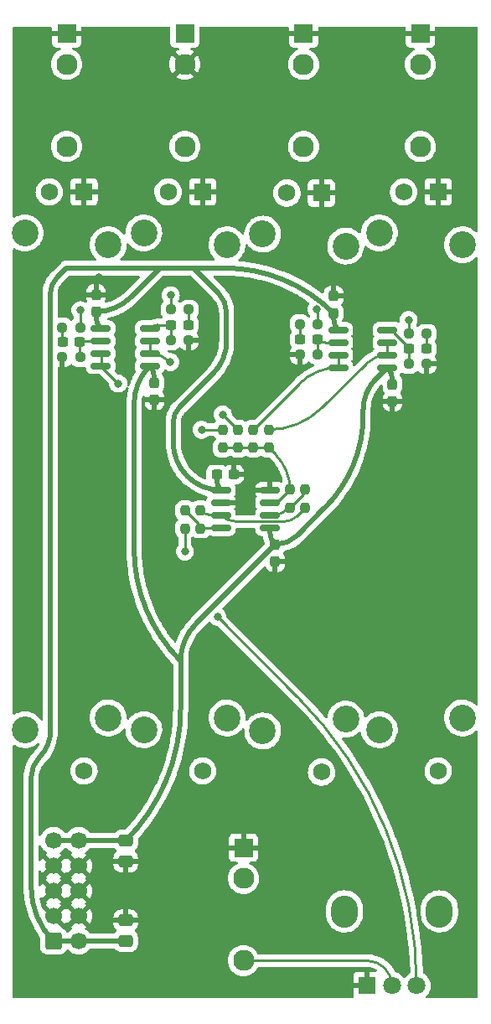
<source format=gbr>
%TF.GenerationSoftware,KiCad,Pcbnew,6.0.11+dfsg-1~bpo11+1*%
%TF.CreationDate,2023-04-14T14:38:55+08:00*%
%TF.ProjectId,MiniMix - Main,4d696e69-4d69-4782-902d-204d61696e2e,rev?*%
%TF.SameCoordinates,Original*%
%TF.FileFunction,Copper,L2,Bot*%
%TF.FilePolarity,Positive*%
%FSLAX46Y46*%
G04 Gerber Fmt 4.6, Leading zero omitted, Abs format (unit mm)*
G04 Created by KiCad (PCBNEW 6.0.11+dfsg-1~bpo11+1) date 2023-04-14 14:38:55*
%MOMM*%
%LPD*%
G01*
G04 APERTURE LIST*
G04 Aperture macros list*
%AMRoundRect*
0 Rectangle with rounded corners*
0 $1 Rounding radius*
0 $2 $3 $4 $5 $6 $7 $8 $9 X,Y pos of 4 corners*
0 Add a 4 corners polygon primitive as box body*
4,1,4,$2,$3,$4,$5,$6,$7,$8,$9,$2,$3,0*
0 Add four circle primitives for the rounded corners*
1,1,$1+$1,$2,$3*
1,1,$1+$1,$4,$5*
1,1,$1+$1,$6,$7*
1,1,$1+$1,$8,$9*
0 Add four rect primitives between the rounded corners*
20,1,$1+$1,$2,$3,$4,$5,0*
20,1,$1+$1,$4,$5,$6,$7,0*
20,1,$1+$1,$6,$7,$8,$9,0*
20,1,$1+$1,$8,$9,$2,$3,0*%
G04 Aperture macros list end*
%TA.AperFunction,ComponentPad*%
%ADD10R,1.750000X1.750000*%
%TD*%
%TA.AperFunction,ComponentPad*%
%ADD11C,1.750000*%
%TD*%
%TA.AperFunction,ComponentPad*%
%ADD12C,2.700000*%
%TD*%
%TA.AperFunction,ComponentPad*%
%ADD13R,1.930000X1.830000*%
%TD*%
%TA.AperFunction,ComponentPad*%
%ADD14C,2.130000*%
%TD*%
%TA.AperFunction,ComponentPad*%
%ADD15O,2.720000X3.240000*%
%TD*%
%TA.AperFunction,ComponentPad*%
%ADD16R,1.800000X1.800000*%
%TD*%
%TA.AperFunction,ComponentPad*%
%ADD17C,1.800000*%
%TD*%
%TA.AperFunction,SMDPad,CuDef*%
%ADD18RoundRect,0.237500X0.237500X-0.250000X0.237500X0.250000X-0.237500X0.250000X-0.237500X-0.250000X0*%
%TD*%
%TA.AperFunction,SMDPad,CuDef*%
%ADD19RoundRect,0.237500X-0.300000X-0.237500X0.300000X-0.237500X0.300000X0.237500X-0.300000X0.237500X0*%
%TD*%
%TA.AperFunction,SMDPad,CuDef*%
%ADD20RoundRect,0.237500X-0.250000X-0.237500X0.250000X-0.237500X0.250000X0.237500X-0.250000X0.237500X0*%
%TD*%
%TA.AperFunction,SMDPad,CuDef*%
%ADD21RoundRect,0.237500X0.237500X-0.300000X0.237500X0.300000X-0.237500X0.300000X-0.237500X-0.300000X0*%
%TD*%
%TA.AperFunction,SMDPad,CuDef*%
%ADD22RoundRect,0.237500X0.250000X0.237500X-0.250000X0.237500X-0.250000X-0.237500X0.250000X-0.237500X0*%
%TD*%
%TA.AperFunction,SMDPad,CuDef*%
%ADD23RoundRect,0.237500X0.300000X0.237500X-0.300000X0.237500X-0.300000X-0.237500X0.300000X-0.237500X0*%
%TD*%
%TA.AperFunction,SMDPad,CuDef*%
%ADD24RoundRect,0.250000X-0.475000X0.337500X-0.475000X-0.337500X0.475000X-0.337500X0.475000X0.337500X0*%
%TD*%
%TA.AperFunction,SMDPad,CuDef*%
%ADD25RoundRect,0.150000X-0.825000X-0.150000X0.825000X-0.150000X0.825000X0.150000X-0.825000X0.150000X0*%
%TD*%
%TA.AperFunction,ComponentPad*%
%ADD26RoundRect,0.250000X-0.600000X-0.600000X0.600000X-0.600000X0.600000X0.600000X-0.600000X0.600000X0*%
%TD*%
%TA.AperFunction,ComponentPad*%
%ADD27C,1.700000*%
%TD*%
%TA.AperFunction,ViaPad*%
%ADD28C,0.800000*%
%TD*%
%TA.AperFunction,Conductor*%
%ADD29C,0.250000*%
%TD*%
%TA.AperFunction,Conductor*%
%ADD30C,0.500000*%
%TD*%
G04 APERTURE END LIST*
D10*
%TO.P,RV1,1,1*%
%TO.N,GND*%
X154879275Y-74800000D03*
D11*
%TO.P,RV1,2,2*%
%TO.N,Net-(R3-Pad2)*%
X151379275Y-74800000D03*
%TO.P,RV1,3,3*%
%TO.N,Net-(J1-PadT)*%
X154879275Y-133300000D03*
D12*
%TO.P,RV1,MP*%
%TO.N,N/C*%
X148929275Y-78950000D03*
X148929275Y-129150000D03*
X157329275Y-80150000D03*
X157329275Y-127950000D03*
%TD*%
D13*
%TO.P,J3,S*%
%TO.N,GND*%
X177079275Y-58820000D03*
D14*
%TO.P,J3,T*%
%TO.N,Net-(J3-PadT)*%
X177079275Y-70220000D03*
%TO.P,J3,TN*%
%TO.N,unconnected-(J3-PadTN)*%
X177079275Y-61920000D03*
%TD*%
D13*
%TO.P,J2,S*%
%TO.N,unconnected-(J2-PadS)*%
X165079275Y-58800000D03*
D14*
%TO.P,J2,T*%
%TO.N,Net-(J2-PadT)*%
X165079275Y-70200000D03*
%TO.P,J2,TN*%
%TO.N,GND*%
X165079275Y-61900000D03*
%TD*%
D10*
%TO.P,RV4,1,1*%
%TO.N,GND*%
X190679275Y-74800000D03*
D11*
%TO.P,RV4,2,2*%
%TO.N,Net-(R10-Pad2)*%
X187179275Y-74800000D03*
%TO.P,RV4,3,3*%
%TO.N,Net-(J4-PadT)*%
X190679275Y-133300000D03*
D12*
%TO.P,RV4,MP*%
%TO.N,N/C*%
X193129275Y-80150000D03*
X184729275Y-129150000D03*
X184729275Y-78950000D03*
X193129275Y-127950000D03*
%TD*%
D15*
%TO.P,RV5,*%
%TO.N,*%
X190800000Y-147500000D03*
X181200000Y-147500000D03*
D16*
%TO.P,RV5,1,1*%
%TO.N,GND*%
X183500000Y-155000000D03*
D17*
%TO.P,RV5,2,2*%
%TO.N,Net-(J5-PadT)*%
X186000000Y-155000000D03*
%TO.P,RV5,3,3*%
%TO.N,Net-(R22-Pad1)*%
X188500000Y-155000000D03*
%TD*%
D13*
%TO.P,J1,S*%
%TO.N,GND*%
X153129275Y-58800000D03*
D14*
%TO.P,J1,T*%
%TO.N,Net-(J1-PadT)*%
X153129275Y-70200000D03*
%TO.P,J1,TN*%
%TO.N,unconnected-(J1-PadTN)*%
X153129275Y-61900000D03*
%TD*%
D13*
%TO.P,J5,S*%
%TO.N,GND*%
X171000000Y-141070000D03*
D14*
%TO.P,J5,T*%
%TO.N,Net-(J5-PadT)*%
X171000000Y-152470000D03*
%TO.P,J5,TN*%
%TO.N,unconnected-(J5-PadTN)*%
X171000000Y-144170000D03*
%TD*%
D13*
%TO.P,J4,S*%
%TO.N,GND*%
X188879275Y-58820000D03*
D14*
%TO.P,J4,T*%
%TO.N,Net-(J4-PadT)*%
X188879275Y-70220000D03*
%TO.P,J4,TN*%
%TO.N,unconnected-(J4-PadTN)*%
X188879275Y-61920000D03*
%TD*%
D10*
%TO.P,RV3,1,1*%
%TO.N,GND*%
X178890000Y-74920000D03*
D11*
%TO.P,RV3,2,2*%
%TO.N,Net-(R2-Pad2)*%
X175390000Y-74920000D03*
%TO.P,RV3,3,3*%
%TO.N,Net-(J3-PadT)*%
X178890000Y-133420000D03*
D12*
%TO.P,RV3,MP*%
%TO.N,N/C*%
X172940000Y-129270000D03*
X181340000Y-80270000D03*
X181340000Y-128070000D03*
X172940000Y-79070000D03*
%TD*%
D10*
%TO.P,RV2,1,1*%
%TO.N,GND*%
X166879275Y-74800000D03*
D11*
%TO.P,RV2,2,2*%
%TO.N,Net-(R1-Pad2)*%
X163379275Y-74800000D03*
%TO.P,RV2,3,3*%
%TO.N,Net-(J2-PadT)*%
X166879275Y-133300000D03*
D12*
%TO.P,RV2,MP*%
%TO.N,N/C*%
X169329275Y-127950000D03*
X169329275Y-80150000D03*
X160929275Y-129150000D03*
X160929275Y-78950000D03*
%TD*%
D18*
%TO.P,R12,1*%
%TO.N,/MIXER_IN*%
X173550000Y-100662500D03*
%TO.P,R12,2*%
%TO.N,Net-(R12-Pad2)*%
X173550000Y-98837500D03*
%TD*%
%TO.P,R8,1*%
%TO.N,/MIXER_IN*%
X172000000Y-100662500D03*
%TO.P,R8,2*%
%TO.N,Net-(R8-Pad2)*%
X172000000Y-98837500D03*
%TD*%
D19*
%TO.P,C12,1*%
%TO.N,-12V*%
X168287500Y-103350000D03*
%TO.P,C12,2*%
%TO.N,GND*%
X170012500Y-103350000D03*
%TD*%
%TO.P,C5,1*%
%TO.N,Net-(C5-Pad1)*%
X163700000Y-88250000D03*
%TO.P,C5,2*%
%TO.N,Net-(C5-Pad2)*%
X165425000Y-88250000D03*
%TD*%
D18*
%TO.P,R22,1*%
%TO.N,Net-(R22-Pad1)*%
X165100000Y-108812500D03*
%TO.P,R22,2*%
%TO.N,Net-(R21-Pad1)*%
X165100000Y-106987500D03*
%TD*%
D20*
%TO.P,R3,1*%
%TO.N,Net-(C7-Pad2)*%
X152687500Y-88500000D03*
%TO.P,R3,2*%
%TO.N,Net-(R3-Pad2)*%
X154512500Y-88500000D03*
%TD*%
D18*
%TO.P,R9,1*%
%TO.N,/MIXER_IN*%
X168900000Y-100662500D03*
%TO.P,R9,2*%
%TO.N,Net-(R9-Pad2)*%
X168900000Y-98837500D03*
%TD*%
%TO.P,R20,1*%
%TO.N,Net-(R20-Pad1)*%
X177250000Y-106712500D03*
%TO.P,R20,2*%
%TO.N,Net-(R16-Pad1)*%
X177250000Y-104887500D03*
%TD*%
%TO.P,R7,1*%
%TO.N,/MIXER_IN*%
X170450000Y-100662500D03*
%TO.P,R7,2*%
%TO.N,Net-(R7-Pad2)*%
X170450000Y-98837500D03*
%TD*%
D21*
%TO.P,C11,1*%
%TO.N,GND*%
X174200000Y-112162500D03*
%TO.P,C11,2*%
%TO.N,+12V*%
X174200000Y-110437500D03*
%TD*%
D22*
%TO.P,R11,1*%
%TO.N,GND*%
X189512500Y-92200000D03*
%TO.P,R11,2*%
%TO.N,Net-(C10-Pad1)*%
X187687500Y-92200000D03*
%TD*%
D23*
%TO.P,C6,1*%
%TO.N,Net-(C6-Pad1)*%
X178462500Y-89700000D03*
%TO.P,C6,2*%
%TO.N,Net-(C6-Pad2)*%
X176737500Y-89700000D03*
%TD*%
D24*
%TO.P,C4,1*%
%TO.N,GND*%
X159100000Y-148412500D03*
%TO.P,C4,2*%
%TO.N,-12V*%
X159100000Y-150487500D03*
%TD*%
D25*
%TO.P,U2,1*%
%TO.N,Net-(R8-Pad2)*%
X180575000Y-92555000D03*
%TO.P,U2,2,-*%
X180575000Y-91285000D03*
%TO.P,U2,3,+*%
%TO.N,Net-(C6-Pad1)*%
X180575000Y-90015000D03*
%TO.P,U2,4,V-*%
%TO.N,-12V*%
X180575000Y-88745000D03*
%TO.P,U2,5,+*%
%TO.N,Net-(C10-Pad1)*%
X185525000Y-88745000D03*
%TO.P,U2,6,-*%
%TO.N,Net-(R12-Pad2)*%
X185525000Y-90015000D03*
%TO.P,U2,7*%
X185525000Y-91285000D03*
%TO.P,U2,8,V+*%
%TO.N,+12V*%
X185525000Y-92555000D03*
%TD*%
D21*
%TO.P,C9,1*%
%TO.N,-12V*%
X180100000Y-87062500D03*
%TO.P,C9,2*%
%TO.N,GND*%
X180100000Y-85337500D03*
%TD*%
%TO.P,C2,1*%
%TO.N,-12V*%
X156100000Y-86912500D03*
%TO.P,C2,2*%
%TO.N,GND*%
X156100000Y-85187500D03*
%TD*%
D24*
%TO.P,C3,1*%
%TO.N,+12V*%
X159100000Y-140362500D03*
%TO.P,C3,2*%
%TO.N,GND*%
X159100000Y-142437500D03*
%TD*%
D22*
%TO.P,R1,1*%
%TO.N,Net-(C5-Pad2)*%
X165475000Y-86700000D03*
%TO.P,R1,2*%
%TO.N,Net-(R1-Pad2)*%
X163650000Y-86700000D03*
%TD*%
D20*
%TO.P,R5,1*%
%TO.N,GND*%
X176687500Y-91250000D03*
%TO.P,R5,2*%
%TO.N,Net-(C6-Pad1)*%
X178512500Y-91250000D03*
%TD*%
D18*
%TO.P,R16,1*%
%TO.N,Net-(R16-Pad1)*%
X175700000Y-106712500D03*
%TO.P,R16,2*%
%TO.N,/MIXER_IN*%
X175700000Y-104887500D03*
%TD*%
D26*
%TO.P,J6,1,Pin_1*%
%TO.N,-12V*%
X151800000Y-150500000D03*
D27*
%TO.P,J6,2,Pin_2*%
X154340000Y-150500000D03*
%TO.P,J6,3,Pin_3*%
%TO.N,GND*%
X151800000Y-147960000D03*
%TO.P,J6,4,Pin_4*%
X154340000Y-147960000D03*
%TO.P,J6,5,Pin_5*%
X151800000Y-145420000D03*
%TO.P,J6,6,Pin_6*%
X154340000Y-145420000D03*
%TO.P,J6,7,Pin_7*%
X151800000Y-142880000D03*
%TO.P,J6,8,Pin_8*%
X154340000Y-142880000D03*
%TO.P,J6,9,Pin_9*%
%TO.N,+12V*%
X151800000Y-140340000D03*
%TO.P,J6,10,Pin_10*%
X154340000Y-140340000D03*
%TD*%
D25*
%TO.P,U1,1*%
%TO.N,Net-(R9-Pad2)*%
X156575000Y-92405000D03*
%TO.P,U1,2,-*%
X156575000Y-91135000D03*
%TO.P,U1,3,+*%
%TO.N,Net-(C7-Pad1)*%
X156575000Y-89865000D03*
%TO.P,U1,4,V-*%
%TO.N,-12V*%
X156575000Y-88595000D03*
%TO.P,U1,5,+*%
%TO.N,Net-(C5-Pad1)*%
X161525000Y-88595000D03*
%TO.P,U1,6,-*%
%TO.N,Net-(R7-Pad2)*%
X161525000Y-89865000D03*
%TO.P,U1,7*%
X161525000Y-91135000D03*
%TO.P,U1,8,V+*%
%TO.N,+12V*%
X161525000Y-92405000D03*
%TD*%
%TO.P,U3,1*%
%TO.N,Net-(R21-Pad1)*%
X168725000Y-108755000D03*
%TO.P,U3,2,-*%
%TO.N,Net-(R20-Pad1)*%
X168725000Y-107485000D03*
%TO.P,U3,3,+*%
%TO.N,GND*%
X168725000Y-106215000D03*
%TO.P,U3,4,V-*%
%TO.N,-12V*%
X168725000Y-104945000D03*
%TO.P,U3,5,+*%
%TO.N,GND*%
X173675000Y-104945000D03*
%TO.P,U3,6,-*%
%TO.N,/MIXER_IN*%
X173675000Y-106215000D03*
%TO.P,U3,7*%
%TO.N,Net-(R16-Pad1)*%
X173675000Y-107485000D03*
%TO.P,U3,8,V+*%
%TO.N,+12V*%
X173675000Y-108755000D03*
%TD*%
D19*
%TO.P,C10,1*%
%TO.N,Net-(C10-Pad1)*%
X187737500Y-90650000D03*
%TO.P,C10,2*%
%TO.N,Net-(C10-Pad2)*%
X189462500Y-90650000D03*
%TD*%
D22*
%TO.P,R4,1*%
%TO.N,GND*%
X165475000Y-89800000D03*
%TO.P,R4,2*%
%TO.N,Net-(C5-Pad1)*%
X163650000Y-89800000D03*
%TD*%
D21*
%TO.P,C1,1*%
%TO.N,GND*%
X162000000Y-95812500D03*
%TO.P,C1,2*%
%TO.N,+12V*%
X162000000Y-94087500D03*
%TD*%
D22*
%TO.P,R10,1*%
%TO.N,Net-(C10-Pad2)*%
X189512500Y-89125000D03*
%TO.P,R10,2*%
%TO.N,Net-(R10-Pad2)*%
X187687500Y-89125000D03*
%TD*%
D20*
%TO.P,R2,1*%
%TO.N,Net-(C6-Pad2)*%
X176687500Y-88150000D03*
%TO.P,R2,2*%
%TO.N,Net-(R2-Pad2)*%
X178512500Y-88150000D03*
%TD*%
D23*
%TO.P,C7,1*%
%TO.N,Net-(C7-Pad1)*%
X154462500Y-90000000D03*
%TO.P,C7,2*%
%TO.N,Net-(C7-Pad2)*%
X152737500Y-90000000D03*
%TD*%
D18*
%TO.P,R21,1*%
%TO.N,Net-(R21-Pad1)*%
X166650000Y-108812500D03*
%TO.P,R21,2*%
%TO.N,Net-(R20-Pad1)*%
X166650000Y-106987500D03*
%TD*%
D21*
%TO.P,C8,1*%
%TO.N,GND*%
X186050000Y-95962500D03*
%TO.P,C8,2*%
%TO.N,+12V*%
X186050000Y-94237500D03*
%TD*%
D20*
%TO.P,R6,1*%
%TO.N,GND*%
X152687500Y-91500000D03*
%TO.P,R6,2*%
%TO.N,Net-(C7-Pad1)*%
X154512500Y-91500000D03*
%TD*%
D28*
%TO.N,GND*%
X155200000Y-108070000D03*
X154334500Y-93885130D03*
X183660000Y-86060000D03*
X161820000Y-103460000D03*
X171150000Y-58900000D03*
X174160000Y-116260000D03*
X161690000Y-107960000D03*
X171050000Y-70500000D03*
X189450000Y-81060000D03*
X157750000Y-76775000D03*
X191530000Y-112890000D03*
X188810000Y-106110000D03*
X150305500Y-82795872D03*
X158750000Y-66250000D03*
X150090000Y-111260000D03*
X159620000Y-122720000D03*
X171880000Y-94940000D03*
X188200000Y-114090000D03*
X182900000Y-59200000D03*
X183125000Y-69500000D03*
X185660000Y-82250000D03*
X156500000Y-102010000D03*
X154334500Y-96143794D03*
X168140000Y-112380000D03*
X183200000Y-65525000D03*
X155090000Y-111190000D03*
X149800000Y-60060000D03*
X171880000Y-90590000D03*
X158750000Y-70725000D03*
X163580000Y-115390000D03*
X189610000Y-84500000D03*
X192150000Y-87180000D03*
X160750000Y-124240000D03*
X170875000Y-63425000D03*
X163070000Y-110530000D03*
X149000000Y-84250000D03*
X183550000Y-84070000D03*
X192950000Y-59770000D03*
X157590000Y-97880000D03*
X191403775Y-103617985D03*
X158400000Y-62125000D03*
X188010000Y-119450000D03*
X156360000Y-83450000D03*
X158925000Y-58550000D03*
X186890000Y-104230000D03*
X156940000Y-116410000D03*
X174450000Y-91900000D03*
X158320000Y-106000000D03*
X154660000Y-120720000D03*
X186420000Y-101030000D03*
X191640000Y-98100000D03*
X180830000Y-115030000D03*
X158900000Y-83670000D03*
X183770000Y-112640000D03*
X149870000Y-98570000D03*
X149225939Y-64381828D03*
X192580000Y-120000000D03*
X156610000Y-111590000D03*
X182950000Y-62200000D03*
X149940000Y-104590000D03*
X159125000Y-74025000D03*
X179890000Y-121810000D03*
X171075000Y-66700000D03*
X183075000Y-74300000D03*
X152885500Y-103847447D03*
X178164500Y-121833321D03*
X174310000Y-86060000D03*
X171410000Y-87000000D03*
X183480000Y-109230000D03*
X171075000Y-73300000D03*
X155130000Y-97410000D03*
X149580000Y-91350000D03*
%TO.N,Net-(R22-Pad1)*%
X165080000Y-111134142D03*
X168370000Y-117730000D03*
%TO.N,Net-(R1-Pad2)*%
X163650000Y-85250000D03*
%TO.N,Net-(R2-Pad2)*%
X178373137Y-86650763D03*
%TO.N,Net-(R3-Pad2)*%
X154512500Y-86750000D03*
%TO.N,Net-(R7-Pad2)*%
X168906250Y-97293750D03*
X163611938Y-91999438D03*
%TO.N,Net-(R9-Pad2)*%
X158335000Y-94165000D03*
X166762500Y-98837500D03*
%TO.N,Net-(R10-Pad2)*%
X187687500Y-87740533D03*
%TD*%
D29*
%TO.N,GND*%
X171000000Y-141070000D02*
G75*
G02*
X171020000Y-141050000I20000J0D01*
G01*
D30*
%TO.N,+12V*%
X183100000Y-97334568D02*
X183100000Y-96800000D01*
X186050000Y-94237500D02*
X186050000Y-93822462D01*
X176440577Y-109509422D02*
X179200000Y-106750000D01*
X164650000Y-126963615D02*
X164650000Y-122200000D01*
X166214474Y-118423026D02*
X174200000Y-110437500D01*
X173675000Y-108755000D02*
X173675000Y-109170038D01*
X159950000Y-96207386D02*
X159950000Y-110853197D01*
X162000000Y-93551751D02*
X162000000Y-94087500D01*
X151800000Y-140340000D02*
X159045681Y-140340000D01*
X184386934Y-93693065D02*
X185525000Y-92555000D01*
X162000020Y-93551751D02*
G75*
G03*
X161525000Y-92405000I-1621820J-49D01*
G01*
X166214463Y-118423015D02*
G75*
G03*
X164650000Y-122200000I3777037J-3776985D01*
G01*
X185524989Y-92555011D02*
G75*
G02*
X186050000Y-93822462I-1267489J-1267489D01*
G01*
X174200011Y-110437489D02*
G75*
G02*
X173675000Y-109170038I1267489J1267489D01*
G01*
X164650006Y-126963615D02*
G75*
G02*
X159100000Y-140362500I-18948906J15D01*
G01*
X184386928Y-93693059D02*
G75*
G03*
X183100000Y-96800000I3106972J-3106941D01*
G01*
X164649999Y-122200001D02*
G75*
G02*
X159950000Y-110853197I11346801J11346801D01*
G01*
X176440566Y-109509411D02*
G75*
G02*
X174200000Y-110437500I-2240566J2240511D01*
G01*
X183099986Y-97334568D02*
G75*
G02*
X179200000Y-106750000I-13315386J-32D01*
G01*
X159100006Y-140362494D02*
G75*
G03*
X159045681Y-140340000I-54306J-54306D01*
G01*
X159949995Y-96207386D02*
G75*
G02*
X161525000Y-92405000I5377405J-14D01*
G01*
%TO.N,-12V*%
X151450000Y-85200000D02*
X151450000Y-88107018D01*
X180100000Y-87062500D02*
X180100000Y-87598249D01*
X165750000Y-82500000D02*
X169085151Y-82500000D01*
X167921142Y-93178858D02*
X164500000Y-96600000D01*
X163900000Y-98048528D02*
X163900000Y-100120000D01*
X162550000Y-82500000D02*
X153100000Y-82500000D01*
X169300000Y-87052081D02*
X169300000Y-89850000D01*
X151800000Y-150500000D02*
X159069823Y-150500000D01*
X153100000Y-82500000D02*
X152192462Y-83407538D01*
X162550000Y-82500000D02*
X165750000Y-82500000D01*
X166091422Y-82641421D02*
X168450000Y-85000000D01*
X149550000Y-133952081D02*
X149550000Y-145068020D01*
X151500000Y-88227728D02*
X151500000Y-129244366D01*
X168287500Y-103350000D02*
X168287500Y-103888782D01*
X156100000Y-86912500D02*
X156100000Y-87448249D01*
X162550000Y-82500000D02*
X159578230Y-85471770D01*
X151800006Y-150499994D02*
G75*
G02*
X149550000Y-145068020I5431994J5431994D01*
G01*
X168724995Y-104945005D02*
G75*
G02*
X168287500Y-103888782I1056205J1056205D01*
G01*
X151500011Y-88227717D02*
G75*
G02*
X151450000Y-88107018I120689J120717D01*
G01*
X149549993Y-133952081D02*
G75*
G02*
X150400000Y-131900000I2902107J-19D01*
G01*
X169300007Y-87052081D02*
G75*
G03*
X168450000Y-85000000I-2902107J-19D01*
G01*
X167921139Y-93178855D02*
G75*
G03*
X169300000Y-89850000I-3328839J3328855D01*
G01*
X150400010Y-131900010D02*
G75*
G03*
X151500000Y-129244366I-2655610J2655610D01*
G01*
X156575014Y-88594986D02*
G75*
G02*
X156100000Y-87448249I1146786J1146786D01*
G01*
X163900012Y-98048528D02*
G75*
G02*
X164500000Y-96600000I2048488J28D01*
G01*
X180575014Y-88744986D02*
G75*
G02*
X180100000Y-87598249I1146786J1146786D01*
G01*
X166091413Y-82641430D02*
G75*
G03*
X165750000Y-82500000I-341413J-341370D01*
G01*
X168725000Y-104945000D02*
G75*
G02*
X163900000Y-100120000I0J4825000D01*
G01*
X151449993Y-85200000D02*
G75*
G02*
X152192462Y-83407538I2534907J0D01*
G01*
X156100000Y-86912488D02*
G75*
G03*
X159578230Y-85471770I0J4918988D01*
G01*
X159099993Y-150487493D02*
G75*
G02*
X159069823Y-150500000I-30193J30193D01*
G01*
X180100014Y-87062486D02*
G75*
G03*
X169085151Y-82500000I-11014814J-11014814D01*
G01*
D29*
%TO.N,Net-(C5-Pad1)*%
X163700000Y-88250000D02*
X163700000Y-89750000D01*
X163700000Y-88250000D02*
X162357903Y-88250000D01*
X163700000Y-89750000D02*
X163650000Y-89800000D01*
X161524999Y-88594999D02*
G75*
G02*
X162357903Y-88250000I832901J-832901D01*
G01*
%TO.N,Net-(C5-Pad2)*%
X165475000Y-86700000D02*
X165475000Y-88200000D01*
X165475000Y-88200000D02*
X165425000Y-88250000D01*
%TO.N,Net-(C6-Pad1)*%
X178462500Y-89700000D02*
X178462500Y-91129290D01*
X180575000Y-90015000D02*
X179222977Y-90015000D01*
X178462507Y-89699993D02*
G75*
G03*
X179222977Y-90015000I760493J760493D01*
G01*
X178512497Y-91250003D02*
G75*
G02*
X178462500Y-91129290I120703J120703D01*
G01*
%TO.N,Net-(C6-Pad2)*%
X176737500Y-89700000D02*
X176737500Y-88270710D01*
X176687503Y-88149997D02*
G75*
G02*
X176737500Y-88270710I-120703J-120703D01*
G01*
%TO.N,Net-(C7-Pad1)*%
X156575000Y-89865000D02*
X154788418Y-89865000D01*
X154462500Y-90000000D02*
X154462500Y-91379290D01*
X154462500Y-91450000D02*
X154512500Y-91500000D01*
X154462494Y-89999994D02*
G75*
G02*
X154788418Y-89865000I325906J-325906D01*
G01*
X154512497Y-91500003D02*
G75*
G02*
X154462500Y-91379290I120703J120703D01*
G01*
%TO.N,Net-(C7-Pad2)*%
X152687500Y-89950000D02*
X152737500Y-90000000D01*
X152687500Y-88500000D02*
X152687500Y-89879290D01*
X152737497Y-90000003D02*
G75*
G02*
X152687500Y-89879290I120703J120703D01*
G01*
%TO.N,Net-(C10-Pad1)*%
X187737500Y-90650000D02*
X187737500Y-92079290D01*
X187737500Y-90650000D02*
X187737500Y-90580749D01*
X187737500Y-90580749D02*
X186168154Y-89011403D01*
X185525000Y-88745013D02*
G75*
G02*
X186168154Y-89011403I0J-909587D01*
G01*
X187687503Y-92200003D02*
G75*
G03*
X187737500Y-92079290I-120703J120703D01*
G01*
%TO.N,Net-(C10-Pad2)*%
X189512500Y-89125000D02*
X189512500Y-90529290D01*
X189462503Y-90650003D02*
G75*
G03*
X189512500Y-90529290I-120703J120703D01*
G01*
%TO.N,Net-(R22-Pad1)*%
X168370000Y-117730000D02*
X176380190Y-125740190D01*
X165080000Y-111134142D02*
X165080000Y-108860784D01*
X165100005Y-108812505D02*
G75*
G03*
X165080000Y-108860784I48295J-48295D01*
G01*
X176380186Y-125740194D02*
G75*
G02*
X188500000Y-155000000I-29259786J-29259806D01*
G01*
%TO.N,Net-(R1-Pad2)*%
X163650000Y-86700000D02*
X163650000Y-85250000D01*
%TO.N,Net-(R2-Pad2)*%
X178512500Y-88150000D02*
X178512500Y-86790126D01*
X178512500Y-86790126D02*
X178373137Y-86650763D01*
%TO.N,Net-(R3-Pad2)*%
X154512500Y-88500000D02*
X154512500Y-86750000D01*
%TO.N,/MIXER_IN*%
X175700000Y-104887500D02*
X174372500Y-106215000D01*
X168900000Y-100662500D02*
X173550000Y-100662500D01*
X173550000Y-100662500D02*
X174232753Y-101345253D01*
X174372500Y-106215000D02*
X173675000Y-106215000D01*
X175699997Y-104887500D02*
G75*
G03*
X174232752Y-101345254I-5009497J0D01*
G01*
%TO.N,Net-(R7-Pad2)*%
X161575000Y-89815000D02*
X161575000Y-91085000D01*
X168906250Y-97293750D02*
X170450000Y-98837500D01*
X163611943Y-91999433D02*
G75*
G03*
X161525000Y-91135000I-2086943J-2086967D01*
G01*
%TO.N,Net-(R8-Pad2)*%
X180575000Y-91285000D02*
X180575000Y-92555000D01*
X176661457Y-94176042D02*
X172000000Y-98837500D01*
X176661454Y-94176039D02*
G75*
G02*
X180575000Y-92555000I3913546J-3913561D01*
G01*
%TO.N,Net-(R9-Pad2)*%
X168900000Y-98837500D02*
X166762500Y-98837500D01*
X156575000Y-92405000D02*
X158335000Y-94165000D01*
X156625000Y-91085000D02*
X156625000Y-92355000D01*
%TO.N,Net-(R10-Pad2)*%
X187687500Y-89125000D02*
X187687500Y-87740533D01*
%TO.N,Net-(J5-PadT)*%
X171000000Y-152470000D02*
X183470000Y-152470000D01*
X186000000Y-155000000D02*
G75*
G03*
X183470000Y-152470000I-2530000J0D01*
G01*
%TO.N,Net-(R12-Pad2)*%
X178948726Y-96601274D02*
X183374046Y-92175955D01*
X185525000Y-90015000D02*
X185525000Y-91285000D01*
X173550000Y-98837485D02*
G75*
G03*
X178948726Y-96601274I0J7634985D01*
G01*
X183374047Y-92175956D02*
G75*
G02*
X185525000Y-91285000I2150953J-2150944D01*
G01*
%TO.N,Net-(R16-Pad1)*%
X173835021Y-107485000D02*
X173675000Y-107485000D01*
X177055546Y-105356955D02*
X175700000Y-106712500D01*
X177055544Y-105356953D02*
G75*
G03*
X177250000Y-104887500I-469444J469453D01*
G01*
X173835021Y-107485008D02*
G75*
G03*
X175700000Y-106712500I-21J2637508D01*
G01*
%TO.N,Net-(R20-Pad1)*%
X168725000Y-107485000D02*
X167851071Y-107485000D01*
X175150000Y-108110000D02*
X170233883Y-108110000D01*
X176349242Y-107613257D02*
X177250000Y-106712500D01*
X168725005Y-107484995D02*
G75*
G03*
X170233883Y-108110000I1508895J1508895D01*
G01*
X176349246Y-107613261D02*
G75*
G02*
X175150000Y-108110000I-1199246J1199261D01*
G01*
X166650008Y-106987492D02*
G75*
G03*
X167851071Y-107485000I1201092J1201092D01*
G01*
%TO.N,Net-(R21-Pad1)*%
X168725000Y-108755000D02*
X166788817Y-108755000D01*
X166455546Y-108343045D02*
X165100000Y-106987500D01*
X166455544Y-108343047D02*
G75*
G02*
X166650000Y-108812500I-469444J-469453D01*
G01*
X166649995Y-108812495D02*
G75*
G02*
X166788817Y-108755000I138805J-138805D01*
G01*
%TD*%
%TA.AperFunction,Conductor*%
%TO.N,GND*%
G36*
X151598396Y-58128502D02*
G01*
X151644889Y-58182158D01*
X151656275Y-58234500D01*
X151656275Y-58527885D01*
X151660750Y-58543124D01*
X151662140Y-58544329D01*
X151669823Y-58546000D01*
X154584159Y-58546000D01*
X154599398Y-58541525D01*
X154600603Y-58540135D01*
X154602274Y-58532452D01*
X154602274Y-58234500D01*
X154622276Y-58166379D01*
X154675932Y-58119886D01*
X154728274Y-58108500D01*
X163479775Y-58108500D01*
X163547896Y-58128502D01*
X163594389Y-58182158D01*
X163605775Y-58234500D01*
X163605775Y-59763134D01*
X163612530Y-59825316D01*
X163663660Y-59961705D01*
X163751014Y-60078261D01*
X163867570Y-60165615D01*
X164003959Y-60216745D01*
X164066141Y-60223500D01*
X164382812Y-60223500D01*
X164450933Y-60243502D01*
X164497426Y-60297158D01*
X164507530Y-60367432D01*
X164478036Y-60432012D01*
X164431030Y-60465909D01*
X164367514Y-60492218D01*
X164358720Y-60496699D01*
X164173560Y-60610165D01*
X164164100Y-60620621D01*
X164167884Y-60629399D01*
X165066463Y-61527978D01*
X165080407Y-61535592D01*
X165082240Y-61535461D01*
X165088855Y-61531210D01*
X165987623Y-60632442D01*
X165994383Y-60620062D01*
X165988656Y-60612412D01*
X165799830Y-60496699D01*
X165791036Y-60492218D01*
X165727520Y-60465909D01*
X165672239Y-60421360D01*
X165649818Y-60353997D01*
X165667376Y-60285206D01*
X165719339Y-60236827D01*
X165775738Y-60223500D01*
X166092409Y-60223500D01*
X166154591Y-60216745D01*
X166290980Y-60165615D01*
X166407536Y-60078261D01*
X166494890Y-59961705D01*
X166546020Y-59825316D01*
X166552775Y-59763134D01*
X166552775Y-58234500D01*
X166572777Y-58166379D01*
X166626433Y-58119886D01*
X166678775Y-58108500D01*
X175480275Y-58108500D01*
X175548396Y-58128502D01*
X175594889Y-58182158D01*
X175606275Y-58234500D01*
X175606275Y-58547885D01*
X175610750Y-58563124D01*
X175612140Y-58564329D01*
X175619823Y-58566000D01*
X178534159Y-58566000D01*
X178549398Y-58561525D01*
X178550603Y-58560135D01*
X178552274Y-58552452D01*
X178552274Y-58234500D01*
X178572276Y-58166379D01*
X178625932Y-58119886D01*
X178678274Y-58108500D01*
X187280275Y-58108500D01*
X187348396Y-58128502D01*
X187394889Y-58182158D01*
X187406275Y-58234500D01*
X187406275Y-58547885D01*
X187410750Y-58563124D01*
X187412140Y-58564329D01*
X187419823Y-58566000D01*
X190334159Y-58566000D01*
X190349398Y-58561525D01*
X190350603Y-58560135D01*
X190352274Y-58552452D01*
X190352274Y-58234500D01*
X190372276Y-58166379D01*
X190425932Y-58119886D01*
X190478274Y-58108500D01*
X194565500Y-58108500D01*
X194633621Y-58128502D01*
X194680114Y-58182158D01*
X194691500Y-58234500D01*
X194691500Y-78780020D01*
X194671498Y-78848141D01*
X194617842Y-78894634D01*
X194547568Y-78904738D01*
X194482988Y-78875244D01*
X194475725Y-78868430D01*
X194361462Y-78752358D01*
X194357919Y-78749654D01*
X194357916Y-78749651D01*
X194155781Y-78595386D01*
X194155777Y-78595383D01*
X194152240Y-78592684D01*
X193922607Y-78464084D01*
X193677145Y-78369122D01*
X193672820Y-78368119D01*
X193672815Y-78368118D01*
X193532069Y-78335495D01*
X193420751Y-78309693D01*
X193158542Y-78286983D01*
X193154107Y-78287227D01*
X193154103Y-78287227D01*
X192900191Y-78301200D01*
X192900184Y-78301201D01*
X192895748Y-78301445D01*
X192767644Y-78326927D01*
X192641986Y-78351921D01*
X192641981Y-78351922D01*
X192637614Y-78352791D01*
X192633411Y-78354267D01*
X192393498Y-78438518D01*
X192393495Y-78438519D01*
X192389290Y-78439996D01*
X192385337Y-78442049D01*
X192385331Y-78442052D01*
X192294719Y-78489122D01*
X192155731Y-78561321D01*
X192152116Y-78563904D01*
X192152110Y-78563908D01*
X192066158Y-78625331D01*
X191941597Y-78714344D01*
X191938370Y-78717422D01*
X191938368Y-78717424D01*
X191760561Y-78887043D01*
X191751160Y-78896011D01*
X191588220Y-79102700D01*
X191576744Y-79122458D01*
X191458262Y-79326438D01*
X191458259Y-79326444D01*
X191456028Y-79330285D01*
X191454358Y-79334408D01*
X191373770Y-79533371D01*
X191357222Y-79574225D01*
X191356151Y-79578538D01*
X191356149Y-79578543D01*
X191328439Y-79690099D01*
X191293773Y-79829654D01*
X191266947Y-80091474D01*
X191267122Y-80095926D01*
X191272586Y-80234982D01*
X191277280Y-80354462D01*
X191324565Y-80613371D01*
X191407859Y-80863034D01*
X191425882Y-80899103D01*
X191487225Y-81021869D01*
X191525500Y-81098470D01*
X191675140Y-81314982D01*
X191853795Y-81508249D01*
X192057898Y-81674415D01*
X192061706Y-81676708D01*
X192061708Y-81676709D01*
X192279563Y-81807868D01*
X192279567Y-81807870D01*
X192283379Y-81810165D01*
X192399932Y-81859519D01*
X192521634Y-81911054D01*
X192521639Y-81911056D01*
X192525737Y-81912791D01*
X192530035Y-81913930D01*
X192530039Y-81913932D01*
X192652937Y-81946517D01*
X192780137Y-81980244D01*
X193041504Y-82011179D01*
X193304622Y-82004978D01*
X193312024Y-82003746D01*
X193559851Y-81962496D01*
X193559855Y-81962495D01*
X193564241Y-81961765D01*
X193568482Y-81960424D01*
X193568485Y-81960423D01*
X193810936Y-81883746D01*
X193810938Y-81883745D01*
X193815182Y-81882403D01*
X193819193Y-81880477D01*
X193819198Y-81880475D01*
X194048418Y-81770405D01*
X194048419Y-81770404D01*
X194052437Y-81768475D01*
X194162462Y-81694958D01*
X194267564Y-81624732D01*
X194267568Y-81624729D01*
X194271272Y-81622254D01*
X194274589Y-81619283D01*
X194274593Y-81619280D01*
X194464004Y-81449629D01*
X194464005Y-81449628D01*
X194467322Y-81446657D01*
X194470190Y-81443245D01*
X194473287Y-81440049D01*
X194474354Y-81441083D01*
X194528179Y-81405331D01*
X194599168Y-81404258D01*
X194659467Y-81441735D01*
X194689932Y-81505863D01*
X194691500Y-81525677D01*
X194691500Y-126580020D01*
X194671498Y-126648141D01*
X194617842Y-126694634D01*
X194547568Y-126704738D01*
X194482988Y-126675244D01*
X194475725Y-126668430D01*
X194361462Y-126552358D01*
X194357922Y-126549657D01*
X194357916Y-126549651D01*
X194155781Y-126395386D01*
X194155777Y-126395383D01*
X194152240Y-126392684D01*
X193922607Y-126264084D01*
X193677145Y-126169122D01*
X193672820Y-126168119D01*
X193672815Y-126168118D01*
X193532069Y-126135495D01*
X193420751Y-126109693D01*
X193158542Y-126086983D01*
X193154107Y-126087227D01*
X193154103Y-126087227D01*
X192900191Y-126101200D01*
X192900184Y-126101201D01*
X192895748Y-126101445D01*
X192767644Y-126126927D01*
X192641986Y-126151921D01*
X192641981Y-126151922D01*
X192637614Y-126152791D01*
X192633411Y-126154267D01*
X192393498Y-126238518D01*
X192393495Y-126238519D01*
X192389290Y-126239996D01*
X192385337Y-126242049D01*
X192385331Y-126242052D01*
X192294719Y-126289122D01*
X192155731Y-126361321D01*
X192152116Y-126363904D01*
X192152110Y-126363908D01*
X192048860Y-126437692D01*
X191941597Y-126514344D01*
X191938370Y-126517422D01*
X191938368Y-126517424D01*
X191772930Y-126675244D01*
X191751160Y-126696011D01*
X191588220Y-126902700D01*
X191542754Y-126980976D01*
X191458262Y-127126438D01*
X191458259Y-127126444D01*
X191456028Y-127130285D01*
X191454358Y-127134408D01*
X191359696Y-127368118D01*
X191357222Y-127374225D01*
X191356151Y-127378538D01*
X191356149Y-127378543D01*
X191335299Y-127462480D01*
X191293773Y-127629654D01*
X191266947Y-127891474D01*
X191267122Y-127895926D01*
X191277028Y-128148040D01*
X191277280Y-128154462D01*
X191324565Y-128413371D01*
X191407859Y-128663034D01*
X191444727Y-128736819D01*
X191522225Y-128891915D01*
X191525500Y-128898470D01*
X191560875Y-128949654D01*
X191658893Y-129091474D01*
X191675140Y-129114982D01*
X191853795Y-129308249D01*
X192057898Y-129474415D01*
X192061706Y-129476708D01*
X192061708Y-129476709D01*
X192279563Y-129607868D01*
X192279567Y-129607870D01*
X192283379Y-129610165D01*
X192419301Y-129667721D01*
X192521634Y-129711054D01*
X192521639Y-129711056D01*
X192525737Y-129712791D01*
X192530035Y-129713930D01*
X192530039Y-129713932D01*
X192619282Y-129737594D01*
X192780137Y-129780244D01*
X193041504Y-129811179D01*
X193304622Y-129804978D01*
X193312024Y-129803746D01*
X193559851Y-129762496D01*
X193559855Y-129762495D01*
X193564241Y-129761765D01*
X193568482Y-129760424D01*
X193568485Y-129760423D01*
X193810936Y-129683746D01*
X193810938Y-129683745D01*
X193815182Y-129682403D01*
X193819193Y-129680477D01*
X193819198Y-129680475D01*
X194048418Y-129570405D01*
X194048419Y-129570404D01*
X194052437Y-129568475D01*
X194186582Y-129478842D01*
X194267564Y-129424732D01*
X194267568Y-129424729D01*
X194271272Y-129422254D01*
X194274589Y-129419283D01*
X194274593Y-129419280D01*
X194464004Y-129249629D01*
X194464005Y-129249628D01*
X194467322Y-129246657D01*
X194470190Y-129243245D01*
X194473287Y-129240049D01*
X194474354Y-129241083D01*
X194528179Y-129205331D01*
X194599168Y-129204258D01*
X194659467Y-129241735D01*
X194689932Y-129305863D01*
X194691500Y-129325677D01*
X194691500Y-156165500D01*
X194671498Y-156233621D01*
X194617842Y-156280114D01*
X194565500Y-156291500D01*
X189504439Y-156291500D01*
X189436318Y-156271498D01*
X189389825Y-156217842D01*
X189379721Y-156147568D01*
X189409215Y-156082988D01*
X189415499Y-156076249D01*
X189572642Y-155919653D01*
X189576303Y-155916005D01*
X189711458Y-155727917D01*
X189814078Y-155520280D01*
X189881408Y-155298671D01*
X189911640Y-155069041D01*
X189913327Y-155000000D01*
X189907032Y-154923434D01*
X189894773Y-154774318D01*
X189894772Y-154774312D01*
X189894349Y-154769167D01*
X189837925Y-154544533D01*
X189745570Y-154332131D01*
X189619764Y-154137665D01*
X189463887Y-153966358D01*
X189459836Y-153963159D01*
X189459832Y-153963155D01*
X189286178Y-153826012D01*
X189286175Y-153826010D01*
X189282123Y-153822810D01*
X189180994Y-153766984D01*
X189131023Y-153716551D01*
X189116016Y-153662382D01*
X189061677Y-152463973D01*
X189061634Y-152463022D01*
X189059835Y-152439245D01*
X188965945Y-151198345D01*
X188965942Y-151198315D01*
X188965875Y-151197426D01*
X188848407Y-150090514D01*
X188832036Y-149936249D01*
X188832034Y-149936230D01*
X188831935Y-149935300D01*
X188816993Y-149826054D01*
X188660062Y-148678716D01*
X188660060Y-148678705D01*
X188659936Y-148677796D01*
X188517584Y-147828884D01*
X188931500Y-147828884D01*
X188931665Y-147831152D01*
X188931665Y-147831164D01*
X188937655Y-147913710D01*
X188946125Y-148030451D01*
X188947109Y-148034906D01*
X188947109Y-148034909D01*
X188986482Y-148213240D01*
X189004585Y-148295237D01*
X189100655Y-148548810D01*
X189232324Y-148785859D01*
X189396833Y-149001417D01*
X189400099Y-149004610D01*
X189400101Y-149004612D01*
X189480312Y-149083023D01*
X189590736Y-149190970D01*
X189594428Y-149193657D01*
X189594430Y-149193659D01*
X189799469Y-149342902D01*
X189809972Y-149350547D01*
X190049947Y-149476804D01*
X190054248Y-149478323D01*
X190054253Y-149478325D01*
X190135087Y-149506870D01*
X190305634Y-149567096D01*
X190403653Y-149586415D01*
X190567206Y-149618652D01*
X190567212Y-149618653D01*
X190571678Y-149619533D01*
X190576232Y-149619760D01*
X190576234Y-149619760D01*
X190837936Y-149632789D01*
X190837942Y-149632789D01*
X190842505Y-149633016D01*
X191112441Y-149607262D01*
X191116870Y-149606178D01*
X191116877Y-149606177D01*
X191276584Y-149567096D01*
X191375832Y-149542810D01*
X191380188Y-149541046D01*
X191622931Y-149442725D01*
X191622932Y-149442725D01*
X191627160Y-149441012D01*
X191861161Y-149303999D01*
X192013626Y-149182069D01*
X192069366Y-149137493D01*
X192069368Y-149137492D01*
X192072932Y-149134641D01*
X192121151Y-149083023D01*
X192254921Y-148939824D01*
X192254923Y-148939821D01*
X192258037Y-148936488D01*
X192412598Y-148713688D01*
X192414722Y-148709419D01*
X192531346Y-148474997D01*
X192531347Y-148474994D01*
X192533379Y-148470910D01*
X192617847Y-148213240D01*
X192650027Y-148027905D01*
X192663579Y-147949856D01*
X192663580Y-147949848D01*
X192664235Y-147946075D01*
X192668500Y-147860400D01*
X192668500Y-147171116D01*
X192667519Y-147157586D01*
X192654205Y-146974100D01*
X192653875Y-146969549D01*
X192624484Y-146836427D01*
X192596400Y-146709223D01*
X192596399Y-146709219D01*
X192595415Y-146704763D01*
X192499345Y-146451190D01*
X192367676Y-146214141D01*
X192250173Y-146060176D01*
X192205939Y-146002215D01*
X192205938Y-146002214D01*
X192203167Y-145998583D01*
X192129192Y-145926267D01*
X192012531Y-145812224D01*
X192009264Y-145809030D01*
X191985898Y-145792022D01*
X191793721Y-145652141D01*
X191790028Y-145649453D01*
X191550053Y-145523196D01*
X191545752Y-145521677D01*
X191545747Y-145521675D01*
X191367998Y-145458906D01*
X191294366Y-145432904D01*
X191196347Y-145413585D01*
X191032794Y-145381348D01*
X191032788Y-145381347D01*
X191028322Y-145380467D01*
X191023768Y-145380240D01*
X191023766Y-145380240D01*
X190762064Y-145367211D01*
X190762058Y-145367211D01*
X190757495Y-145366984D01*
X190487559Y-145392738D01*
X190483130Y-145393822D01*
X190483123Y-145393823D01*
X190362402Y-145423364D01*
X190224168Y-145457190D01*
X190219933Y-145458905D01*
X190219931Y-145458906D01*
X189977069Y-145557275D01*
X189972840Y-145558988D01*
X189738839Y-145696001D01*
X189527068Y-145865359D01*
X189523947Y-145868700D01*
X189351474Y-146053331D01*
X189341963Y-146063512D01*
X189187402Y-146286312D01*
X189185374Y-146290388D01*
X189185373Y-146290390D01*
X189103252Y-146455460D01*
X189066621Y-146529090D01*
X188982153Y-146786760D01*
X188981373Y-146791251D01*
X188981373Y-146791252D01*
X188941160Y-147022856D01*
X188935765Y-147053925D01*
X188935574Y-147057762D01*
X188931630Y-147136996D01*
X188931500Y-147139600D01*
X188931500Y-147828884D01*
X188517584Y-147828884D01*
X188450035Y-147426060D01*
X188202424Y-146181235D01*
X187917328Y-144944456D01*
X187917085Y-144943530D01*
X187917077Y-144943498D01*
X187595257Y-143717801D01*
X187595008Y-143716852D01*
X187235758Y-142499543D01*
X187051227Y-141937400D01*
X186840212Y-141294577D01*
X186840204Y-141294552D01*
X186839904Y-141293640D01*
X186815826Y-141227137D01*
X186408133Y-140101136D01*
X186408132Y-140101134D01*
X186407810Y-140100244D01*
X186401594Y-140084570D01*
X185940212Y-138921307D01*
X185939869Y-138920442D01*
X185436507Y-137755312D01*
X185343177Y-137556038D01*
X184898604Y-136606810D01*
X184898596Y-136606794D01*
X184898185Y-136605916D01*
X184325392Y-135473304D01*
X184264018Y-135360537D01*
X183719102Y-134359333D01*
X183718653Y-134358508D01*
X183696014Y-134319747D01*
X183341839Y-133713370D01*
X183080586Y-133266082D01*
X189291447Y-133266082D01*
X189291744Y-133271234D01*
X189291744Y-133271238D01*
X189300322Y-133420000D01*
X189304543Y-133493206D01*
X189305680Y-133498252D01*
X189305681Y-133498258D01*
X189325961Y-133588244D01*
X189354558Y-133715141D01*
X189440150Y-133925927D01*
X189559019Y-134119904D01*
X189707973Y-134291861D01*
X189883012Y-134437181D01*
X189887464Y-134439783D01*
X189887469Y-134439786D01*
X190074977Y-134549357D01*
X190079435Y-134551962D01*
X190291968Y-134633120D01*
X190297034Y-134634151D01*
X190297035Y-134634151D01*
X190392961Y-134653667D01*
X190514902Y-134678476D01*
X190642712Y-134683163D01*
X190737086Y-134686624D01*
X190737090Y-134686624D01*
X190742250Y-134686813D01*
X190747370Y-134686157D01*
X190747372Y-134686157D01*
X190962779Y-134658563D01*
X190962780Y-134658563D01*
X190967907Y-134657906D01*
X190972857Y-134656421D01*
X191180866Y-134594015D01*
X191180867Y-134594014D01*
X191185812Y-134592531D01*
X191390114Y-134492444D01*
X191394318Y-134489446D01*
X191394322Y-134489443D01*
X191571122Y-134363333D01*
X191571124Y-134363331D01*
X191575326Y-134360334D01*
X191736474Y-134199747D01*
X191791039Y-134123812D01*
X191866213Y-134019198D01*
X191866217Y-134019192D01*
X191869231Y-134014997D01*
X191955752Y-133839935D01*
X191967736Y-133815688D01*
X191967737Y-133815686D01*
X191970030Y-133811046D01*
X192024206Y-133632732D01*
X192034663Y-133598314D01*
X192034663Y-133598313D01*
X192036165Y-133593370D01*
X192049352Y-133493206D01*
X192065423Y-133371136D01*
X192065423Y-133371132D01*
X192065860Y-133367815D01*
X192067517Y-133300000D01*
X192048876Y-133073264D01*
X191993453Y-132852617D01*
X191902737Y-132643985D01*
X191783460Y-132459610D01*
X191781973Y-132457311D01*
X191781971Y-132457308D01*
X191779165Y-132452971D01*
X191626054Y-132284704D01*
X191447516Y-132143704D01*
X191409812Y-132122890D01*
X191395144Y-132114793D01*
X191248347Y-132033757D01*
X191243478Y-132032033D01*
X191243474Y-132032031D01*
X191038771Y-131959541D01*
X191038767Y-131959540D01*
X191033896Y-131957815D01*
X191028803Y-131956908D01*
X191028800Y-131956907D01*
X190815009Y-131918825D01*
X190815003Y-131918824D01*
X190809920Y-131917919D01*
X190736471Y-131917022D01*
X190587606Y-131915203D01*
X190587604Y-131915203D01*
X190582436Y-131915140D01*
X190357553Y-131949552D01*
X190141310Y-132020231D01*
X190136722Y-132022619D01*
X190136718Y-132022621D01*
X189944881Y-132122485D01*
X189939514Y-132125279D01*
X189935381Y-132128382D01*
X189935378Y-132128384D01*
X189775553Y-132248384D01*
X189757585Y-132261875D01*
X189600408Y-132426351D01*
X189472206Y-132614289D01*
X189470033Y-132618971D01*
X189470031Y-132618974D01*
X189383282Y-132805861D01*
X189376420Y-132820643D01*
X189356503Y-132892461D01*
X189318761Y-133028555D01*
X189315623Y-133039869D01*
X189315074Y-133045006D01*
X189293069Y-133250907D01*
X189291447Y-133266082D01*
X183080586Y-133266082D01*
X183078521Y-133262547D01*
X183078051Y-133261795D01*
X182406068Y-132187200D01*
X182406050Y-132187172D01*
X182405579Y-132186419D01*
X182011651Y-131596864D01*
X181700974Y-131131903D01*
X181700970Y-131131897D01*
X181700442Y-131131107D01*
X180972798Y-130110263D01*
X180949546Y-130043183D01*
X180966253Y-129974180D01*
X181017613Y-129925163D01*
X181090211Y-129912003D01*
X181150479Y-129919136D01*
X181252229Y-129931179D01*
X181515347Y-129924978D01*
X181519745Y-129924246D01*
X181770576Y-129882496D01*
X181770580Y-129882495D01*
X181774966Y-129881765D01*
X181779207Y-129880424D01*
X181779210Y-129880423D01*
X182021661Y-129803746D01*
X182021663Y-129803745D01*
X182025907Y-129802403D01*
X182029918Y-129800477D01*
X182029923Y-129800475D01*
X182259143Y-129690405D01*
X182259144Y-129690404D01*
X182263162Y-129688475D01*
X182375563Y-129613371D01*
X182478289Y-129544732D01*
X182478293Y-129544729D01*
X182481997Y-129542254D01*
X182485314Y-129539283D01*
X182485318Y-129539280D01*
X182619295Y-129419280D01*
X182678047Y-129366657D01*
X182678054Y-129366664D01*
X182738819Y-129332228D01*
X182809706Y-129336176D01*
X182867206Y-129377821D01*
X182891491Y-129432274D01*
X182899187Y-129474415D01*
X182910537Y-129536558D01*
X182924565Y-129613371D01*
X183007859Y-129863034D01*
X183038445Y-129924246D01*
X183097875Y-130043183D01*
X183125500Y-130098470D01*
X183275140Y-130314982D01*
X183453795Y-130508249D01*
X183657898Y-130674415D01*
X183661706Y-130676708D01*
X183661708Y-130676709D01*
X183879563Y-130807868D01*
X183879567Y-130807870D01*
X183883379Y-130810165D01*
X183984225Y-130852868D01*
X184121634Y-130911054D01*
X184121639Y-130911056D01*
X184125737Y-130912791D01*
X184130035Y-130913930D01*
X184130039Y-130913932D01*
X184252937Y-130946517D01*
X184380137Y-130980244D01*
X184641504Y-131011179D01*
X184904622Y-131004978D01*
X184912024Y-131003746D01*
X185159851Y-130962496D01*
X185159855Y-130962495D01*
X185164241Y-130961765D01*
X185168482Y-130960424D01*
X185168485Y-130960423D01*
X185410936Y-130883746D01*
X185410938Y-130883745D01*
X185415182Y-130882403D01*
X185419193Y-130880477D01*
X185419198Y-130880475D01*
X185648418Y-130770405D01*
X185648419Y-130770404D01*
X185652437Y-130768475D01*
X185780832Y-130682684D01*
X185867564Y-130624732D01*
X185867568Y-130624729D01*
X185871272Y-130622254D01*
X185874589Y-130619283D01*
X185874593Y-130619280D01*
X186064004Y-130449629D01*
X186064005Y-130449628D01*
X186067322Y-130446657D01*
X186236673Y-130245189D01*
X186303646Y-130137803D01*
X186369828Y-130031683D01*
X186375949Y-130021869D01*
X186394988Y-129978805D01*
X186480570Y-129785219D01*
X186482368Y-129781152D01*
X186553809Y-129527843D01*
X186572727Y-129386994D01*
X186588418Y-129270176D01*
X186588419Y-129270168D01*
X186588845Y-129266994D01*
X186589484Y-129246657D01*
X186592421Y-129153222D01*
X186592421Y-129153217D01*
X186592522Y-129150000D01*
X186584798Y-129040900D01*
X186574249Y-128891915D01*
X186573934Y-128887466D01*
X186561488Y-128829654D01*
X186519476Y-128634523D01*
X186518539Y-128630171D01*
X186497900Y-128574225D01*
X186428985Y-128387424D01*
X186427444Y-128383247D01*
X186304631Y-128155635D01*
X186304579Y-128155538D01*
X186302466Y-128151622D01*
X186146099Y-127939918D01*
X185961462Y-127752358D01*
X185957919Y-127749654D01*
X185957916Y-127749651D01*
X185755781Y-127595386D01*
X185755777Y-127595383D01*
X185752240Y-127592684D01*
X185522607Y-127464084D01*
X185277145Y-127369122D01*
X185272820Y-127368119D01*
X185272815Y-127368118D01*
X185132070Y-127335495D01*
X185020751Y-127309693D01*
X184758542Y-127286983D01*
X184754107Y-127287227D01*
X184754103Y-127287227D01*
X184500191Y-127301200D01*
X184500184Y-127301201D01*
X184495748Y-127301445D01*
X184367644Y-127326927D01*
X184241986Y-127351921D01*
X184241981Y-127351922D01*
X184237614Y-127352791D01*
X184233411Y-127354267D01*
X183993498Y-127438518D01*
X183993495Y-127438519D01*
X183989290Y-127439996D01*
X183985337Y-127442049D01*
X183985331Y-127442052D01*
X183894719Y-127489122D01*
X183755731Y-127561321D01*
X183752116Y-127563904D01*
X183752110Y-127563908D01*
X183675108Y-127618935D01*
X183541597Y-127714344D01*
X183538370Y-127717422D01*
X183538368Y-127717424D01*
X183391639Y-127857396D01*
X183328543Y-127889943D01*
X183257866Y-127883211D01*
X183202049Y-127839337D01*
X183181491Y-127792746D01*
X183130205Y-127554537D01*
X183130201Y-127554524D01*
X183129264Y-127550171D01*
X183110218Y-127498543D01*
X183039710Y-127307424D01*
X183038169Y-127303247D01*
X182948834Y-127137680D01*
X182915304Y-127075538D01*
X182913191Y-127071622D01*
X182756824Y-126859918D01*
X182572187Y-126672358D01*
X182568647Y-126669657D01*
X182568641Y-126669651D01*
X182366506Y-126515386D01*
X182366502Y-126515383D01*
X182362965Y-126512684D01*
X182133332Y-126384084D01*
X181887870Y-126289122D01*
X181883545Y-126288119D01*
X181883540Y-126288118D01*
X181684796Y-126242052D01*
X181631476Y-126229693D01*
X181369267Y-126206983D01*
X181364832Y-126207227D01*
X181364828Y-126207227D01*
X181110916Y-126221200D01*
X181110909Y-126221201D01*
X181106473Y-126221445D01*
X181013211Y-126239996D01*
X180852711Y-126271921D01*
X180852706Y-126271922D01*
X180848339Y-126272791D01*
X180844136Y-126274267D01*
X180604223Y-126358518D01*
X180604220Y-126358519D01*
X180600015Y-126359996D01*
X180596062Y-126362049D01*
X180596056Y-126362052D01*
X180464615Y-126430331D01*
X180366456Y-126481321D01*
X180362841Y-126483904D01*
X180362835Y-126483908D01*
X180270838Y-126549651D01*
X180152322Y-126634344D01*
X180149095Y-126637422D01*
X180149093Y-126637424D01*
X180078530Y-126704738D01*
X179961885Y-126816011D01*
X179798945Y-127022700D01*
X179770602Y-127071496D01*
X179668987Y-127246438D01*
X179668984Y-127246444D01*
X179666753Y-127250285D01*
X179665083Y-127254408D01*
X179570421Y-127488118D01*
X179567947Y-127494225D01*
X179566876Y-127498538D01*
X179566874Y-127498543D01*
X179522997Y-127675183D01*
X179504498Y-127749654D01*
X179504044Y-127754085D01*
X179491039Y-127881009D01*
X179464197Y-127946736D01*
X179406082Y-127987518D01*
X179335144Y-127990406D01*
X179270131Y-127950286D01*
X179267081Y-127946736D01*
X179041228Y-127683908D01*
X178571844Y-127137680D01*
X178571829Y-127137663D01*
X178571236Y-127136973D01*
X177715339Y-126199774D01*
X176831527Y-125288853D01*
X176831705Y-125288680D01*
X176831670Y-125288644D01*
X176831432Y-125288948D01*
X176806935Y-125269740D01*
X176795586Y-125259681D01*
X169317122Y-117781217D01*
X169283096Y-117718905D01*
X169280907Y-117705292D01*
X169264232Y-117546635D01*
X169264232Y-117546633D01*
X169263542Y-117540072D01*
X169204527Y-117358444D01*
X169109040Y-117193056D01*
X168981253Y-117051134D01*
X168913985Y-117002260D01*
X168870631Y-116946039D01*
X168864556Y-116875303D01*
X168898951Y-116811230D01*
X173050249Y-112659932D01*
X173112561Y-112625906D01*
X173183376Y-112630971D01*
X173240212Y-112673518D01*
X173258868Y-112709151D01*
X173280488Y-112773953D01*
X173286653Y-112787115D01*
X173370426Y-112922492D01*
X173379460Y-112933890D01*
X173492129Y-113046363D01*
X173503540Y-113055375D01*
X173639063Y-113138912D01*
X173652241Y-113145056D01*
X173803766Y-113195315D01*
X173817132Y-113198181D01*
X173909770Y-113207672D01*
X173916185Y-113208000D01*
X173927885Y-113208000D01*
X173943124Y-113203525D01*
X173944329Y-113202135D01*
X173946000Y-113194452D01*
X173946000Y-113189885D01*
X174454000Y-113189885D01*
X174458475Y-113205124D01*
X174459865Y-113206329D01*
X174467548Y-113208000D01*
X174483766Y-113208000D01*
X174490282Y-113207663D01*
X174584132Y-113197925D01*
X174597528Y-113195032D01*
X174748953Y-113144512D01*
X174762115Y-113138347D01*
X174897492Y-113054574D01*
X174908890Y-113045540D01*
X175021363Y-112932871D01*
X175030375Y-112921460D01*
X175113912Y-112785937D01*
X175120056Y-112772759D01*
X175170315Y-112621234D01*
X175173181Y-112607868D01*
X175182672Y-112515230D01*
X175183000Y-112508815D01*
X175183000Y-112434615D01*
X175178525Y-112419376D01*
X175177135Y-112418171D01*
X175169452Y-112416500D01*
X174472115Y-112416500D01*
X174456876Y-112420975D01*
X174455671Y-112422365D01*
X174454000Y-112430048D01*
X174454000Y-113189885D01*
X173946000Y-113189885D01*
X173946000Y-112034500D01*
X173966002Y-111966379D01*
X174019658Y-111919886D01*
X174072000Y-111908500D01*
X175164885Y-111908500D01*
X175180124Y-111904025D01*
X175181329Y-111902635D01*
X175183000Y-111894952D01*
X175183000Y-111816234D01*
X175182663Y-111809718D01*
X175172925Y-111715868D01*
X175170032Y-111702472D01*
X175119512Y-111551047D01*
X175113347Y-111537885D01*
X175029574Y-111402508D01*
X175020536Y-111391106D01*
X175018861Y-111389433D01*
X175018081Y-111388007D01*
X175015993Y-111385373D01*
X175016444Y-111385016D01*
X174984781Y-111327151D01*
X174989784Y-111256331D01*
X175018701Y-111211246D01*
X175021756Y-111208185D01*
X175026929Y-111203003D01*
X175030772Y-111196769D01*
X175066783Y-111138350D01*
X175119555Y-111090857D01*
X175146770Y-111081454D01*
X175214704Y-111066393D01*
X175214706Y-111066393D01*
X175217392Y-111065797D01*
X175220008Y-111064972D01*
X175220016Y-111064970D01*
X175541829Y-110963501D01*
X175541840Y-110963497D01*
X175544447Y-110962675D01*
X175766139Y-110870845D01*
X175858725Y-110832494D01*
X175858729Y-110832492D01*
X175861269Y-110831440D01*
X175921939Y-110799857D01*
X176163010Y-110674361D01*
X176165448Y-110673092D01*
X176437554Y-110499739D01*
X176452365Y-110490303D01*
X176452368Y-110490301D01*
X176454669Y-110488835D01*
X176502776Y-110451921D01*
X176724558Y-110281737D01*
X176724559Y-110281736D01*
X176726729Y-110280071D01*
X176728740Y-110278228D01*
X176728751Y-110278219D01*
X176946371Y-110078802D01*
X176955661Y-110071075D01*
X176961871Y-110066395D01*
X176961878Y-110066389D01*
X176965036Y-110064009D01*
X176980318Y-110049149D01*
X176982779Y-110046066D01*
X176982789Y-110046055D01*
X177002788Y-110021002D01*
X177012165Y-110010515D01*
X179692387Y-107330294D01*
X179705653Y-107318761D01*
X179721292Y-107306976D01*
X179724453Y-107304594D01*
X179727288Y-107301837D01*
X179727294Y-107301832D01*
X179732380Y-107296885D01*
X179739734Y-107289734D01*
X179742206Y-107286637D01*
X179744869Y-107283701D01*
X179744910Y-107283738D01*
X179747540Y-107280723D01*
X179759179Y-107268498D01*
X180215805Y-106788890D01*
X180667141Y-106265665D01*
X180668081Y-106264460D01*
X180668097Y-106264441D01*
X181091315Y-105722137D01*
X181092261Y-105720925D01*
X181490139Y-105155981D01*
X181525711Y-105099806D01*
X181858994Y-104573494D01*
X181858998Y-104573488D01*
X181859817Y-104572194D01*
X182034776Y-104263347D01*
X182199645Y-103972313D01*
X182199649Y-103972306D01*
X182200405Y-103970971D01*
X182511081Y-103353761D01*
X182604783Y-103142374D01*
X182790455Y-102723503D01*
X182790456Y-102723501D01*
X182791099Y-102722050D01*
X182797913Y-102704387D01*
X182923244Y-102379474D01*
X183039782Y-102077360D01*
X183256533Y-101421244D01*
X183266784Y-101384204D01*
X183330232Y-101154928D01*
X183440828Y-100755283D01*
X183453713Y-100697906D01*
X183591891Y-100082565D01*
X183591893Y-100082556D01*
X183592224Y-100081081D01*
X183634240Y-99838937D01*
X183710089Y-99401803D01*
X183710090Y-99401795D01*
X183710356Y-99400263D01*
X183713541Y-99374444D01*
X183794746Y-98716034D01*
X183794747Y-98716028D01*
X183794939Y-98714468D01*
X183799390Y-98654135D01*
X183837190Y-98141670D01*
X183845770Y-98025349D01*
X183861865Y-97369647D01*
X183862199Y-97363070D01*
X183862451Y-97359790D01*
X183863001Y-97355879D01*
X183863299Y-97334566D01*
X183859285Y-97298779D01*
X183858500Y-97284735D01*
X183858500Y-96862151D01*
X183859726Y-96844615D01*
X183862452Y-96825221D01*
X183862452Y-96825218D01*
X183863001Y-96821313D01*
X183863299Y-96800000D01*
X183861093Y-96780330D01*
X183860460Y-96760106D01*
X183862308Y-96722492D01*
X183875702Y-96449849D01*
X183876913Y-96437548D01*
X183878930Y-96423953D01*
X183896016Y-96308766D01*
X185067000Y-96308766D01*
X185067337Y-96315282D01*
X185077075Y-96409132D01*
X185079968Y-96422528D01*
X185130488Y-96573953D01*
X185136653Y-96587115D01*
X185220426Y-96722492D01*
X185229460Y-96733890D01*
X185342129Y-96846363D01*
X185353540Y-96855375D01*
X185489063Y-96938912D01*
X185502241Y-96945056D01*
X185653766Y-96995315D01*
X185667132Y-96998181D01*
X185759770Y-97007672D01*
X185766185Y-97008000D01*
X185777885Y-97008000D01*
X185793124Y-97003525D01*
X185794329Y-97002135D01*
X185796000Y-96994452D01*
X185796000Y-96989885D01*
X186304000Y-96989885D01*
X186308475Y-97005124D01*
X186309865Y-97006329D01*
X186317548Y-97008000D01*
X186333766Y-97008000D01*
X186340282Y-97007663D01*
X186434132Y-96997925D01*
X186447528Y-96995032D01*
X186598953Y-96944512D01*
X186612115Y-96938347D01*
X186747492Y-96854574D01*
X186758890Y-96845540D01*
X186871363Y-96732871D01*
X186880375Y-96721460D01*
X186963912Y-96585937D01*
X186970056Y-96572759D01*
X187020315Y-96421234D01*
X187023181Y-96407868D01*
X187032672Y-96315230D01*
X187033000Y-96308815D01*
X187033000Y-96234615D01*
X187028525Y-96219376D01*
X187027135Y-96218171D01*
X187019452Y-96216500D01*
X186322115Y-96216500D01*
X186306876Y-96220975D01*
X186305671Y-96222365D01*
X186304000Y-96230048D01*
X186304000Y-96989885D01*
X185796000Y-96989885D01*
X185796000Y-96234615D01*
X185791525Y-96219376D01*
X185790135Y-96218171D01*
X185782452Y-96216500D01*
X185085115Y-96216500D01*
X185069876Y-96220975D01*
X185068671Y-96222365D01*
X185067000Y-96230048D01*
X185067000Y-96308766D01*
X183896016Y-96308766D01*
X183927445Y-96096889D01*
X183929852Y-96084783D01*
X184013532Y-95750713D01*
X184017121Y-95738882D01*
X184133140Y-95414629D01*
X184137872Y-95403206D01*
X184285112Y-95091889D01*
X184290941Y-95080983D01*
X184296249Y-95072128D01*
X184398053Y-94902277D01*
X184467988Y-94785597D01*
X184474858Y-94775316D01*
X184680001Y-94498711D01*
X184687845Y-94489153D01*
X184847140Y-94313396D01*
X184907707Y-94276354D01*
X184978686Y-94277938D01*
X185037541Y-94317644D01*
X185065586Y-94382867D01*
X185066500Y-94398012D01*
X185066500Y-94587072D01*
X185066837Y-94590318D01*
X185066837Y-94590322D01*
X185073395Y-94653523D01*
X185077293Y-94691093D01*
X185079474Y-94697629D01*
X185079474Y-94697631D01*
X185097817Y-94752611D01*
X185132346Y-94856107D01*
X185223884Y-95004031D01*
X185229065Y-95009203D01*
X185231139Y-95011273D01*
X185232105Y-95013038D01*
X185233613Y-95014941D01*
X185233287Y-95015199D01*
X185265219Y-95073554D01*
X185260218Y-95144375D01*
X185231292Y-95189470D01*
X185228636Y-95192131D01*
X185219625Y-95203540D01*
X185136088Y-95339063D01*
X185129944Y-95352241D01*
X185079685Y-95503766D01*
X185076819Y-95517132D01*
X185067328Y-95609770D01*
X185067000Y-95616185D01*
X185067000Y-95690385D01*
X185071475Y-95705624D01*
X185072865Y-95706829D01*
X185080548Y-95708500D01*
X187014885Y-95708500D01*
X187030124Y-95704025D01*
X187031329Y-95702635D01*
X187033000Y-95694952D01*
X187033000Y-95616234D01*
X187032663Y-95609718D01*
X187022925Y-95515868D01*
X187020032Y-95502472D01*
X186969512Y-95351047D01*
X186963347Y-95337885D01*
X186879574Y-95202508D01*
X186870536Y-95191106D01*
X186868861Y-95189433D01*
X186868081Y-95188007D01*
X186865993Y-95185373D01*
X186866444Y-95185016D01*
X186834781Y-95127151D01*
X186839784Y-95056331D01*
X186868701Y-95011246D01*
X186871756Y-95008185D01*
X186876929Y-95003003D01*
X186880770Y-94996772D01*
X186964369Y-94861150D01*
X186964370Y-94861148D01*
X186968209Y-94854920D01*
X187022974Y-94689809D01*
X187033500Y-94587072D01*
X187033500Y-93887928D01*
X187022707Y-93783907D01*
X187014448Y-93759150D01*
X186969972Y-93625841D01*
X186967654Y-93618893D01*
X186876116Y-93470969D01*
X186795252Y-93390246D01*
X186760051Y-93322177D01*
X186757016Y-93304316D01*
X186765326Y-93233808D01*
X186792141Y-93194119D01*
X186874453Y-93111807D01*
X186878491Y-93104980D01*
X186880346Y-93102588D01*
X186937904Y-93061023D01*
X187008796Y-93057174D01*
X187046020Y-93072558D01*
X187063757Y-93083491D01*
X187113848Y-93114368D01*
X187113851Y-93114369D01*
X187120080Y-93118209D01*
X187285191Y-93172974D01*
X187292027Y-93173674D01*
X187292030Y-93173675D01*
X187339370Y-93178525D01*
X187387928Y-93183500D01*
X187987072Y-93183500D01*
X187990318Y-93183163D01*
X187990322Y-93183163D01*
X188084235Y-93173419D01*
X188084239Y-93173418D01*
X188091093Y-93172707D01*
X188097629Y-93170526D01*
X188097631Y-93170526D01*
X188236151Y-93124312D01*
X188256107Y-93117654D01*
X188404031Y-93026116D01*
X188511101Y-92918859D01*
X188573382Y-92884780D01*
X188644202Y-92889783D01*
X188689291Y-92918704D01*
X188792129Y-93021363D01*
X188803540Y-93030375D01*
X188939063Y-93113912D01*
X188952241Y-93120056D01*
X189103766Y-93170315D01*
X189117132Y-93173181D01*
X189209770Y-93182672D01*
X189216185Y-93183000D01*
X189240385Y-93183000D01*
X189255624Y-93178525D01*
X189256829Y-93177135D01*
X189258500Y-93169452D01*
X189258500Y-93164885D01*
X189766500Y-93164885D01*
X189770975Y-93180124D01*
X189772365Y-93181329D01*
X189780048Y-93183000D01*
X189808766Y-93183000D01*
X189815282Y-93182663D01*
X189909132Y-93172925D01*
X189922528Y-93170032D01*
X190073953Y-93119512D01*
X190087115Y-93113347D01*
X190222492Y-93029574D01*
X190233890Y-93020540D01*
X190346363Y-92907871D01*
X190355375Y-92896460D01*
X190438912Y-92760937D01*
X190445056Y-92747759D01*
X190495315Y-92596234D01*
X190498181Y-92582868D01*
X190507672Y-92490230D01*
X190508000Y-92483815D01*
X190508000Y-92472115D01*
X190503525Y-92456876D01*
X190502135Y-92455671D01*
X190494452Y-92454000D01*
X189784615Y-92454000D01*
X189769376Y-92458475D01*
X189768171Y-92459865D01*
X189766500Y-92467548D01*
X189766500Y-93164885D01*
X189258500Y-93164885D01*
X189258500Y-92072000D01*
X189278502Y-92003879D01*
X189332158Y-91957386D01*
X189384500Y-91946000D01*
X190489885Y-91946000D01*
X190505124Y-91941525D01*
X190506329Y-91940135D01*
X190508000Y-91932452D01*
X190508000Y-91916234D01*
X190507663Y-91909718D01*
X190497925Y-91815868D01*
X190495032Y-91802472D01*
X190444512Y-91651047D01*
X190438347Y-91637885D01*
X190350721Y-91496282D01*
X190352144Y-91495402D01*
X190328849Y-91437849D01*
X190342020Y-91368085D01*
X190351273Y-91353660D01*
X190351929Y-91353003D01*
X190405557Y-91266002D01*
X190439369Y-91211150D01*
X190439370Y-91211148D01*
X190443209Y-91204920D01*
X190497974Y-91039809D01*
X190498860Y-91031169D01*
X190506922Y-90952475D01*
X190508500Y-90937072D01*
X190508500Y-90362928D01*
X190499813Y-90279205D01*
X190498419Y-90265765D01*
X190498418Y-90265761D01*
X190497707Y-90258907D01*
X190489384Y-90233958D01*
X190444972Y-90100841D01*
X190442654Y-90093893D01*
X190356045Y-89953934D01*
X190337207Y-89885482D01*
X190355929Y-89821515D01*
X190439369Y-89686150D01*
X190439370Y-89686148D01*
X190443209Y-89679920D01*
X190497974Y-89514809D01*
X190508500Y-89412072D01*
X190508500Y-88837928D01*
X190505075Y-88804920D01*
X190498419Y-88740765D01*
X190498418Y-88740761D01*
X190497707Y-88733907D01*
X190466314Y-88639809D01*
X190444972Y-88575841D01*
X190442654Y-88568893D01*
X190351116Y-88420969D01*
X190336063Y-88405942D01*
X190233184Y-88303242D01*
X190233179Y-88303238D01*
X190228003Y-88298071D01*
X190211850Y-88288114D01*
X190086150Y-88210631D01*
X190086148Y-88210630D01*
X190079920Y-88206791D01*
X189914809Y-88152026D01*
X189907973Y-88151326D01*
X189907970Y-88151325D01*
X189856474Y-88146049D01*
X189812072Y-88141500D01*
X189212928Y-88141500D01*
X189209682Y-88141837D01*
X189209678Y-88141837D01*
X189115765Y-88151581D01*
X189115761Y-88151582D01*
X189108907Y-88152293D01*
X189102371Y-88154474D01*
X189102369Y-88154474D01*
X188969605Y-88198768D01*
X188943893Y-88207346D01*
X188795969Y-88298884D01*
X188790796Y-88304066D01*
X188689253Y-88405786D01*
X188626970Y-88439865D01*
X188556150Y-88434862D01*
X188511064Y-88405942D01*
X188478880Y-88373815D01*
X188444799Y-88311533D01*
X188449801Y-88240713D01*
X188458777Y-88221641D01*
X188518723Y-88117812D01*
X188518724Y-88117811D01*
X188522027Y-88112089D01*
X188581042Y-87930461D01*
X188582509Y-87916509D01*
X188600314Y-87747098D01*
X188601004Y-87740533D01*
X188594540Y-87679031D01*
X188581732Y-87557168D01*
X188581732Y-87557166D01*
X188581042Y-87550605D01*
X188522027Y-87368977D01*
X188495993Y-87323884D01*
X188452850Y-87249159D01*
X188426540Y-87203589D01*
X188401992Y-87176325D01*
X188303175Y-87066578D01*
X188303174Y-87066577D01*
X188298753Y-87061667D01*
X188144252Y-86949415D01*
X188138224Y-86946731D01*
X188138222Y-86946730D01*
X187975819Y-86874424D01*
X187975818Y-86874424D01*
X187969788Y-86871739D01*
X187876387Y-86851886D01*
X187789444Y-86833405D01*
X187789439Y-86833405D01*
X187782987Y-86832033D01*
X187592013Y-86832033D01*
X187585561Y-86833405D01*
X187585556Y-86833405D01*
X187498612Y-86851886D01*
X187405212Y-86871739D01*
X187399182Y-86874424D01*
X187399181Y-86874424D01*
X187236778Y-86946730D01*
X187236776Y-86946731D01*
X187230748Y-86949415D01*
X187076247Y-87061667D01*
X187071826Y-87066577D01*
X187071825Y-87066578D01*
X186973009Y-87176325D01*
X186948460Y-87203589D01*
X186922150Y-87249159D01*
X186879008Y-87323884D01*
X186852973Y-87368977D01*
X186793958Y-87550605D01*
X186793268Y-87557166D01*
X186793268Y-87557168D01*
X186780460Y-87679031D01*
X186773996Y-87740533D01*
X186774686Y-87747098D01*
X186786232Y-87856954D01*
X186773460Y-87926792D01*
X186724958Y-87978639D01*
X186656125Y-87996033D01*
X186615037Y-87986704D01*
X186613601Y-87985855D01*
X186605988Y-87983643D01*
X186605985Y-87983642D01*
X186523498Y-87959678D01*
X186453831Y-87939438D01*
X186447426Y-87938934D01*
X186447421Y-87938933D01*
X186418958Y-87936693D01*
X186418950Y-87936693D01*
X186416502Y-87936500D01*
X184633498Y-87936500D01*
X184631050Y-87936693D01*
X184631042Y-87936693D01*
X184602579Y-87938933D01*
X184602574Y-87938934D01*
X184596169Y-87939438D01*
X184526502Y-87959678D01*
X184444012Y-87983643D01*
X184444010Y-87983644D01*
X184436399Y-87985855D01*
X184429572Y-87989892D01*
X184429573Y-87989892D01*
X184300020Y-88066509D01*
X184300017Y-88066511D01*
X184293193Y-88070547D01*
X184175547Y-88188193D01*
X184171511Y-88195017D01*
X184171509Y-88195020D01*
X184121837Y-88279012D01*
X184090855Y-88331399D01*
X184088644Y-88339010D01*
X184088643Y-88339012D01*
X184086154Y-88347579D01*
X184044438Y-88491169D01*
X184041500Y-88528498D01*
X184041500Y-88961502D01*
X184041693Y-88963950D01*
X184041693Y-88963958D01*
X184042166Y-88969960D01*
X184044438Y-88998831D01*
X184090855Y-89158601D01*
X184175547Y-89301807D01*
X184178229Y-89304489D01*
X184203502Y-89368861D01*
X184189600Y-89438484D01*
X184179428Y-89454312D01*
X184175547Y-89458193D01*
X184090855Y-89601399D01*
X184088644Y-89609010D01*
X184088643Y-89609012D01*
X184086154Y-89617579D01*
X184044438Y-89761169D01*
X184043934Y-89767574D01*
X184043933Y-89767579D01*
X184041693Y-89796042D01*
X184041500Y-89798498D01*
X184041500Y-90231502D01*
X184041693Y-90233950D01*
X184041693Y-90233958D01*
X184043927Y-90262338D01*
X184044438Y-90268831D01*
X184090855Y-90428601D01*
X184175547Y-90571807D01*
X184178229Y-90574489D01*
X184203502Y-90638861D01*
X184189600Y-90708484D01*
X184179428Y-90724312D01*
X184175547Y-90728193D01*
X184090855Y-90871399D01*
X184088642Y-90879016D01*
X184084179Y-90894375D01*
X184045965Y-90954210D01*
X184011402Y-90975628D01*
X183972779Y-90991627D01*
X183970225Y-90992685D01*
X183967787Y-90993954D01*
X183967783Y-90993956D01*
X183822362Y-91069658D01*
X183685545Y-91140881D01*
X183683225Y-91142359D01*
X183429690Y-91303879D01*
X183414864Y-91313324D01*
X183412685Y-91314996D01*
X183166427Y-91503958D01*
X183160243Y-91508703D01*
X183158221Y-91510555D01*
X183158216Y-91510560D01*
X183035539Y-91622974D01*
X182959366Y-91692775D01*
X182949975Y-91701380D01*
X182940497Y-91709247D01*
X182935652Y-91712884D01*
X182935645Y-91712890D01*
X182932351Y-91715363D01*
X182922803Y-91724714D01*
X182903591Y-91749216D01*
X182893532Y-91760565D01*
X182270521Y-92383576D01*
X182208209Y-92417602D01*
X182137394Y-92412537D01*
X182080558Y-92369990D01*
X182059273Y-92313548D01*
X182057225Y-92313922D01*
X182056067Y-92307581D01*
X182055562Y-92301169D01*
X182017471Y-92170056D01*
X182011357Y-92149012D01*
X182011356Y-92149010D01*
X182009145Y-92141399D01*
X181924453Y-91998193D01*
X181921771Y-91995511D01*
X181896498Y-91931139D01*
X181910400Y-91861516D01*
X181920572Y-91845688D01*
X181924453Y-91841807D01*
X182009145Y-91698601D01*
X182055562Y-91538831D01*
X182057123Y-91519009D01*
X182058307Y-91503958D01*
X182058307Y-91503950D01*
X182058500Y-91501502D01*
X182058500Y-91068498D01*
X182055562Y-91031169D01*
X182013846Y-90887579D01*
X182011357Y-90879012D01*
X182011356Y-90879010D01*
X182009145Y-90871399D01*
X181924453Y-90728193D01*
X181921771Y-90725511D01*
X181896498Y-90661139D01*
X181910400Y-90591516D01*
X181920572Y-90575688D01*
X181924453Y-90571807D01*
X182009145Y-90428601D01*
X182055562Y-90268831D01*
X182056074Y-90262338D01*
X182058307Y-90233958D01*
X182058307Y-90233950D01*
X182058500Y-90231502D01*
X182058500Y-89798498D01*
X182058307Y-89796042D01*
X182056067Y-89767579D01*
X182056066Y-89767574D01*
X182055562Y-89761169D01*
X182013846Y-89617579D01*
X182011357Y-89609012D01*
X182011356Y-89609010D01*
X182009145Y-89601399D01*
X181924453Y-89458193D01*
X181921771Y-89455511D01*
X181896498Y-89391139D01*
X181910400Y-89321516D01*
X181920572Y-89305688D01*
X181924453Y-89301807D01*
X182009145Y-89158601D01*
X182055562Y-88998831D01*
X182057835Y-88969960D01*
X182058307Y-88963958D01*
X182058307Y-88963950D01*
X182058500Y-88961502D01*
X182058500Y-88528498D01*
X182055562Y-88491169D01*
X182013846Y-88347579D01*
X182011357Y-88339012D01*
X182011356Y-88339010D01*
X182009145Y-88331399D01*
X181978163Y-88279012D01*
X181928491Y-88195020D01*
X181928489Y-88195017D01*
X181924453Y-88188193D01*
X181806807Y-88070547D01*
X181799983Y-88066511D01*
X181799980Y-88066509D01*
X181670427Y-87989892D01*
X181670428Y-87989892D01*
X181663601Y-87985855D01*
X181655990Y-87983644D01*
X181655988Y-87983643D01*
X181573498Y-87959678D01*
X181503831Y-87939438D01*
X181497426Y-87938934D01*
X181497421Y-87938933D01*
X181468958Y-87936693D01*
X181468950Y-87936693D01*
X181466502Y-87936500D01*
X181085733Y-87936500D01*
X181017612Y-87916498D01*
X180971119Y-87862842D01*
X180961015Y-87792568D01*
X180978473Y-87744384D01*
X181014369Y-87686150D01*
X181014370Y-87686148D01*
X181018209Y-87679920D01*
X181072974Y-87514809D01*
X181077055Y-87474983D01*
X181080027Y-87445969D01*
X181083500Y-87412072D01*
X181083500Y-86712928D01*
X181072707Y-86608907D01*
X181059156Y-86568288D01*
X181019972Y-86450841D01*
X181017654Y-86443893D01*
X180926116Y-86295969D01*
X180918861Y-86288726D01*
X180917895Y-86286962D01*
X180916387Y-86285059D01*
X180916713Y-86284801D01*
X180884781Y-86226446D01*
X180889782Y-86155625D01*
X180918708Y-86110530D01*
X180921364Y-86107869D01*
X180930375Y-86096460D01*
X181013912Y-85960937D01*
X181020056Y-85947759D01*
X181070315Y-85796234D01*
X181073181Y-85782868D01*
X181082672Y-85690230D01*
X181083000Y-85683815D01*
X181083000Y-85609615D01*
X181078525Y-85594376D01*
X181077135Y-85593171D01*
X181069452Y-85591500D01*
X179972000Y-85591500D01*
X179903879Y-85571498D01*
X179857386Y-85517842D01*
X179846000Y-85465500D01*
X179846000Y-85065385D01*
X180354000Y-85065385D01*
X180358475Y-85080624D01*
X180359865Y-85081829D01*
X180367548Y-85083500D01*
X181064885Y-85083500D01*
X181080124Y-85079025D01*
X181081329Y-85077635D01*
X181083000Y-85069952D01*
X181083000Y-84991234D01*
X181082663Y-84984718D01*
X181072925Y-84890868D01*
X181070032Y-84877472D01*
X181019512Y-84726047D01*
X181013347Y-84712885D01*
X180929574Y-84577508D01*
X180920540Y-84566110D01*
X180807871Y-84453637D01*
X180796460Y-84444625D01*
X180660937Y-84361088D01*
X180647759Y-84354944D01*
X180496234Y-84304685D01*
X180482868Y-84301819D01*
X180390230Y-84292328D01*
X180383815Y-84292000D01*
X180372115Y-84292000D01*
X180356876Y-84296475D01*
X180355671Y-84297865D01*
X180354000Y-84305548D01*
X180354000Y-85065385D01*
X179846000Y-85065385D01*
X179846000Y-84310115D01*
X179841525Y-84294876D01*
X179840135Y-84293671D01*
X179832452Y-84292000D01*
X179816234Y-84292000D01*
X179809718Y-84292337D01*
X179715868Y-84302075D01*
X179702472Y-84304968D01*
X179551047Y-84355488D01*
X179537885Y-84361653D01*
X179402508Y-84445426D01*
X179391110Y-84454460D01*
X179278637Y-84567129D01*
X179269625Y-84578540D01*
X179186088Y-84714063D01*
X179179944Y-84727241D01*
X179129685Y-84878766D01*
X179126819Y-84892133D01*
X179121781Y-84941303D01*
X179094939Y-85007030D01*
X179036824Y-85047812D01*
X178965886Y-85050700D01*
X178922848Y-85030737D01*
X178711632Y-84878766D01*
X178319609Y-84596703D01*
X177687172Y-84184609D01*
X177286783Y-83949315D01*
X177037629Y-83802896D01*
X177037610Y-83802886D01*
X177036379Y-83802162D01*
X176846198Y-83701916D01*
X176369907Y-83450860D01*
X176368617Y-83450180D01*
X176367326Y-83449574D01*
X176367310Y-83449566D01*
X175686625Y-83130030D01*
X175685311Y-83129413D01*
X175071188Y-82875036D01*
X174989254Y-82841098D01*
X174989249Y-82841096D01*
X174987921Y-82840546D01*
X174951080Y-82827244D01*
X174279278Y-82584680D01*
X174279268Y-82584677D01*
X174277934Y-82584195D01*
X173556865Y-82360907D01*
X173555442Y-82360538D01*
X173555437Y-82360536D01*
X172827645Y-82171520D01*
X172827624Y-82171515D01*
X172826253Y-82171159D01*
X172087658Y-82015356D01*
X171342655Y-81893830D01*
X171026674Y-81857172D01*
X170594277Y-81807008D01*
X170594265Y-81807007D01*
X170592835Y-81806841D01*
X170591399Y-81806741D01*
X170591363Y-81806738D01*
X170586162Y-81806377D01*
X170519591Y-81781702D01*
X170476929Y-81724954D01*
X170471719Y-81654148D01*
X170510828Y-81586825D01*
X170667322Y-81446657D01*
X170836673Y-81245189D01*
X170903646Y-81137803D01*
X170973595Y-81025643D01*
X170975949Y-81021869D01*
X170994988Y-80978805D01*
X171080570Y-80785219D01*
X171082368Y-80781152D01*
X171153809Y-80527843D01*
X171172727Y-80386994D01*
X171188418Y-80270176D01*
X171188419Y-80270168D01*
X171188845Y-80266994D01*
X171189484Y-80246657D01*
X171190706Y-80207792D01*
X171212839Y-80140333D01*
X171267929Y-80095549D01*
X171338485Y-80087658D01*
X171402108Y-80119166D01*
X171420297Y-80140113D01*
X171483327Y-80231310D01*
X171485865Y-80234982D01*
X171664520Y-80428249D01*
X171868623Y-80594415D01*
X171872431Y-80596708D01*
X171872433Y-80596709D01*
X172090288Y-80727868D01*
X172090292Y-80727870D01*
X172094104Y-80730165D01*
X172170456Y-80762496D01*
X172332359Y-80831054D01*
X172332364Y-80831056D01*
X172336462Y-80832791D01*
X172340760Y-80833930D01*
X172340764Y-80833932D01*
X172434574Y-80858805D01*
X172590862Y-80900244D01*
X172852229Y-80931179D01*
X173115347Y-80924978D01*
X173119745Y-80924246D01*
X173370576Y-80882496D01*
X173370580Y-80882495D01*
X173374966Y-80881765D01*
X173379207Y-80880424D01*
X173379210Y-80880423D01*
X173621661Y-80803746D01*
X173621663Y-80803745D01*
X173625907Y-80802403D01*
X173629918Y-80800477D01*
X173629923Y-80800475D01*
X173859143Y-80690405D01*
X173859144Y-80690404D01*
X173863162Y-80688475D01*
X173975563Y-80613371D01*
X174078289Y-80544732D01*
X174078293Y-80544729D01*
X174081997Y-80542254D01*
X174085314Y-80539283D01*
X174085318Y-80539280D01*
X174274729Y-80369629D01*
X174274730Y-80369628D01*
X174278047Y-80366657D01*
X174408492Y-80211474D01*
X179477672Y-80211474D01*
X179488005Y-80474462D01*
X179488805Y-80478842D01*
X179525630Y-80680475D01*
X179535290Y-80733371D01*
X179618584Y-80983034D01*
X179620577Y-80987022D01*
X179705649Y-81157277D01*
X179736225Y-81218470D01*
X179738754Y-81222129D01*
X179800395Y-81311316D01*
X179885865Y-81434982D01*
X180064520Y-81628249D01*
X180268623Y-81794415D01*
X180272431Y-81796708D01*
X180272433Y-81796709D01*
X180490288Y-81927868D01*
X180490292Y-81927870D01*
X180494104Y-81930165D01*
X180609674Y-81979103D01*
X180732359Y-82031054D01*
X180732364Y-82031056D01*
X180736462Y-82032791D01*
X180740760Y-82033930D01*
X180740764Y-82033932D01*
X180863662Y-82066518D01*
X180990862Y-82100244D01*
X181252229Y-82131179D01*
X181515347Y-82124978D01*
X181519745Y-82124246D01*
X181770576Y-82082496D01*
X181770580Y-82082495D01*
X181774966Y-82081765D01*
X181779207Y-82080424D01*
X181779210Y-82080423D01*
X182021661Y-82003746D01*
X182021663Y-82003745D01*
X182025907Y-82002403D01*
X182029918Y-82000477D01*
X182029923Y-82000475D01*
X182259143Y-81890405D01*
X182259144Y-81890404D01*
X182263162Y-81888475D01*
X182377700Y-81811943D01*
X182478289Y-81744732D01*
X182478293Y-81744729D01*
X182481997Y-81742254D01*
X182485314Y-81739283D01*
X182485318Y-81739280D01*
X182674729Y-81569629D01*
X182674730Y-81569628D01*
X182678047Y-81566657D01*
X182847398Y-81365189D01*
X182880997Y-81311316D01*
X182941383Y-81214490D01*
X182986674Y-81141869D01*
X183005861Y-81098470D01*
X183091295Y-80905219D01*
X183093093Y-80901152D01*
X183164534Y-80647843D01*
X183185360Y-80492788D01*
X183199143Y-80390176D01*
X183199144Y-80390168D01*
X183199570Y-80386994D01*
X183200660Y-80352311D01*
X183222792Y-80284852D01*
X183277882Y-80240068D01*
X183348438Y-80232176D01*
X183412061Y-80263683D01*
X183419108Y-80270725D01*
X183453795Y-80308249D01*
X183657898Y-80474415D01*
X183661706Y-80476708D01*
X183661708Y-80476709D01*
X183879563Y-80607868D01*
X183879567Y-80607870D01*
X183883379Y-80610165D01*
X184019301Y-80667721D01*
X184121634Y-80711054D01*
X184121639Y-80711056D01*
X184125737Y-80712791D01*
X184130035Y-80713930D01*
X184130039Y-80713932D01*
X184219282Y-80737594D01*
X184380137Y-80780244D01*
X184641504Y-80811179D01*
X184904622Y-80804978D01*
X184912024Y-80803746D01*
X185159851Y-80762496D01*
X185159855Y-80762495D01*
X185164241Y-80761765D01*
X185168482Y-80760424D01*
X185168485Y-80760423D01*
X185410936Y-80683746D01*
X185410938Y-80683745D01*
X185415182Y-80682403D01*
X185419193Y-80680477D01*
X185419198Y-80680475D01*
X185648418Y-80570405D01*
X185648419Y-80570404D01*
X185652437Y-80568475D01*
X185786582Y-80478842D01*
X185867564Y-80424732D01*
X185867568Y-80424729D01*
X185871272Y-80422254D01*
X185874589Y-80419283D01*
X185874593Y-80419280D01*
X186064004Y-80249629D01*
X186064005Y-80249628D01*
X186067322Y-80246657D01*
X186236673Y-80045189D01*
X186243471Y-80034290D01*
X186373595Y-79825643D01*
X186375949Y-79821869D01*
X186430471Y-79698543D01*
X186480570Y-79585219D01*
X186482368Y-79581152D01*
X186553809Y-79327843D01*
X186572727Y-79186994D01*
X186588418Y-79070176D01*
X186588419Y-79070168D01*
X186588845Y-79066994D01*
X186589067Y-79059918D01*
X186592421Y-78953222D01*
X186592421Y-78953217D01*
X186592522Y-78950000D01*
X186592063Y-78943510D01*
X186574249Y-78691915D01*
X186573934Y-78687466D01*
X186572170Y-78679269D01*
X186519476Y-78434523D01*
X186518539Y-78430171D01*
X186515641Y-78422314D01*
X186428985Y-78187424D01*
X186427444Y-78183247D01*
X186302466Y-77951622D01*
X186146099Y-77739918D01*
X185961462Y-77552358D01*
X185957922Y-77549657D01*
X185957916Y-77549651D01*
X185755781Y-77395386D01*
X185755777Y-77395383D01*
X185752240Y-77392684D01*
X185522607Y-77264084D01*
X185277145Y-77169122D01*
X185272820Y-77168119D01*
X185272815Y-77168118D01*
X185132069Y-77135495D01*
X185020751Y-77109693D01*
X184758542Y-77086983D01*
X184754107Y-77087227D01*
X184754103Y-77087227D01*
X184500191Y-77101200D01*
X184500184Y-77101201D01*
X184495748Y-77101445D01*
X184367644Y-77126927D01*
X184241986Y-77151921D01*
X184241981Y-77151922D01*
X184237614Y-77152791D01*
X184233411Y-77154267D01*
X183993498Y-77238518D01*
X183993495Y-77238519D01*
X183989290Y-77239996D01*
X183985337Y-77242049D01*
X183985331Y-77242052D01*
X183894719Y-77289122D01*
X183755731Y-77361321D01*
X183752116Y-77363904D01*
X183752110Y-77363908D01*
X183675108Y-77418935D01*
X183541597Y-77514344D01*
X183538370Y-77517422D01*
X183538368Y-77517424D01*
X183375955Y-77672358D01*
X183351160Y-77696011D01*
X183188220Y-77902700D01*
X183159804Y-77951622D01*
X183058262Y-78126438D01*
X183058259Y-78126444D01*
X183056028Y-78130285D01*
X183054358Y-78134408D01*
X182959696Y-78368118D01*
X182957222Y-78374225D01*
X182956151Y-78378538D01*
X182956149Y-78378543D01*
X182935299Y-78462480D01*
X182893773Y-78629654D01*
X182868581Y-78875532D01*
X182868226Y-78878992D01*
X182841385Y-78944719D01*
X182783270Y-78985501D01*
X182712332Y-78988389D01*
X182653092Y-78954544D01*
X182572187Y-78872358D01*
X182568647Y-78869657D01*
X182568641Y-78869651D01*
X182366506Y-78715386D01*
X182366502Y-78715383D01*
X182362965Y-78712684D01*
X182133332Y-78584084D01*
X181887870Y-78489122D01*
X181883545Y-78488119D01*
X181883540Y-78488118D01*
X181684796Y-78442052D01*
X181631476Y-78429693D01*
X181369267Y-78406983D01*
X181364832Y-78407227D01*
X181364828Y-78407227D01*
X181110916Y-78421200D01*
X181110909Y-78421201D01*
X181106473Y-78421445D01*
X181013211Y-78439996D01*
X180852711Y-78471921D01*
X180852706Y-78471922D01*
X180848339Y-78472791D01*
X180844136Y-78474267D01*
X180604223Y-78558518D01*
X180604220Y-78558519D01*
X180600015Y-78559996D01*
X180596062Y-78562049D01*
X180596056Y-78562052D01*
X180474241Y-78625331D01*
X180366456Y-78681321D01*
X180362841Y-78683904D01*
X180362835Y-78683908D01*
X180276883Y-78745331D01*
X180152322Y-78834344D01*
X180149095Y-78837422D01*
X180149093Y-78837424D01*
X179967485Y-79010669D01*
X179961885Y-79016011D01*
X179798945Y-79222700D01*
X179796708Y-79226552D01*
X179668987Y-79446438D01*
X179668984Y-79446444D01*
X179666753Y-79450285D01*
X179665083Y-79454408D01*
X179580581Y-79663034D01*
X179567947Y-79694225D01*
X179566876Y-79698538D01*
X179566874Y-79698543D01*
X179522997Y-79875183D01*
X179504498Y-79949654D01*
X179477672Y-80211474D01*
X174408492Y-80211474D01*
X174447398Y-80165189D01*
X174454862Y-80153222D01*
X174553353Y-79995297D01*
X174586674Y-79941869D01*
X174605861Y-79898470D01*
X174691295Y-79705219D01*
X174693093Y-79701152D01*
X174764534Y-79447843D01*
X174787822Y-79274462D01*
X174799143Y-79190176D01*
X174799144Y-79190168D01*
X174799570Y-79186994D01*
X174799671Y-79183783D01*
X174803146Y-79073222D01*
X174803146Y-79073217D01*
X174803247Y-79070000D01*
X174799425Y-79016011D01*
X174784974Y-78811915D01*
X174784659Y-78807466D01*
X174773480Y-78755539D01*
X174730201Y-78554523D01*
X174729264Y-78550171D01*
X174710218Y-78498543D01*
X174639710Y-78307424D01*
X174638169Y-78303247D01*
X174571307Y-78179329D01*
X174515304Y-78075538D01*
X174513191Y-78071622D01*
X174356824Y-77859918D01*
X174172187Y-77672358D01*
X174168647Y-77669657D01*
X174168641Y-77669651D01*
X173966506Y-77515386D01*
X173966502Y-77515383D01*
X173962965Y-77512684D01*
X173733332Y-77384084D01*
X173487870Y-77289122D01*
X173483545Y-77288119D01*
X173483540Y-77288118D01*
X173284796Y-77242052D01*
X173231476Y-77229693D01*
X172969267Y-77206983D01*
X172964832Y-77207227D01*
X172964828Y-77207227D01*
X172710916Y-77221200D01*
X172710909Y-77221201D01*
X172706473Y-77221445D01*
X172613211Y-77239996D01*
X172452711Y-77271921D01*
X172452706Y-77271922D01*
X172448339Y-77272791D01*
X172444136Y-77274267D01*
X172204223Y-77358518D01*
X172204220Y-77358519D01*
X172200015Y-77359996D01*
X172196062Y-77362049D01*
X172196056Y-77362052D01*
X172086553Y-77418935D01*
X171966456Y-77481321D01*
X171962841Y-77483904D01*
X171962835Y-77483908D01*
X171876063Y-77545917D01*
X171752322Y-77634344D01*
X171749095Y-77637422D01*
X171749093Y-77637424D01*
X171715311Y-77669651D01*
X171561885Y-77816011D01*
X171398945Y-78022700D01*
X171370529Y-78071622D01*
X171268987Y-78246438D01*
X171268984Y-78246444D01*
X171266753Y-78250285D01*
X171265083Y-78254408D01*
X171170421Y-78488118D01*
X171167947Y-78494225D01*
X171166876Y-78498538D01*
X171166874Y-78498543D01*
X171122997Y-78675183D01*
X171104498Y-78749654D01*
X171077672Y-79011474D01*
X171077680Y-79011681D01*
X171055879Y-79078127D01*
X171000788Y-79122911D01*
X170930232Y-79130801D01*
X170866610Y-79099293D01*
X170850723Y-79081568D01*
X170848182Y-79078127D01*
X170746099Y-78939918D01*
X170711468Y-78904738D01*
X170564593Y-78755539D01*
X170561462Y-78752358D01*
X170557919Y-78749654D01*
X170557916Y-78749651D01*
X170355781Y-78595386D01*
X170355777Y-78595383D01*
X170352240Y-78592684D01*
X170122607Y-78464084D01*
X169877145Y-78369122D01*
X169872820Y-78368119D01*
X169872815Y-78368118D01*
X169732069Y-78335495D01*
X169620751Y-78309693D01*
X169358542Y-78286983D01*
X169354107Y-78287227D01*
X169354103Y-78287227D01*
X169100191Y-78301200D01*
X169100184Y-78301201D01*
X169095748Y-78301445D01*
X168967644Y-78326927D01*
X168841986Y-78351921D01*
X168841981Y-78351922D01*
X168837614Y-78352791D01*
X168833411Y-78354267D01*
X168593498Y-78438518D01*
X168593495Y-78438519D01*
X168589290Y-78439996D01*
X168585337Y-78442049D01*
X168585331Y-78442052D01*
X168494719Y-78489122D01*
X168355731Y-78561321D01*
X168352116Y-78563904D01*
X168352110Y-78563908D01*
X168266158Y-78625331D01*
X168141597Y-78714344D01*
X168138370Y-78717422D01*
X168138368Y-78717424D01*
X167960561Y-78887043D01*
X167951160Y-78896011D01*
X167788220Y-79102700D01*
X167776744Y-79122458D01*
X167658262Y-79326438D01*
X167658259Y-79326444D01*
X167656028Y-79330285D01*
X167654358Y-79334408D01*
X167573770Y-79533371D01*
X167557222Y-79574225D01*
X167556151Y-79578538D01*
X167556149Y-79578543D01*
X167528439Y-79690099D01*
X167493773Y-79829654D01*
X167466947Y-80091474D01*
X167467122Y-80095926D01*
X167472586Y-80234982D01*
X167477280Y-80354462D01*
X167524565Y-80613371D01*
X167607859Y-80863034D01*
X167625882Y-80899103D01*
X167687225Y-81021869D01*
X167725500Y-81098470D01*
X167875140Y-81314982D01*
X168053795Y-81508249D01*
X168065514Y-81517790D01*
X168105711Y-81576306D01*
X168107891Y-81647270D01*
X168071359Y-81708146D01*
X168007715Y-81739608D01*
X167985962Y-81741500D01*
X165812152Y-81741500D01*
X165794616Y-81740274D01*
X165775222Y-81737548D01*
X165775216Y-81737548D01*
X165771313Y-81736999D01*
X165763191Y-81736885D01*
X165753961Y-81736756D01*
X165753955Y-81736756D01*
X165750000Y-81736701D01*
X165714214Y-81740715D01*
X165700169Y-81741500D01*
X162617063Y-81741500D01*
X162598114Y-81740067D01*
X162597907Y-81740036D01*
X162576651Y-81736802D01*
X162569359Y-81737395D01*
X162569356Y-81737395D01*
X162523991Y-81741085D01*
X162513777Y-81741500D01*
X158667667Y-81741500D01*
X158599546Y-81721498D01*
X158553053Y-81667842D01*
X158542949Y-81597568D01*
X158572443Y-81532988D01*
X158583602Y-81521643D01*
X158664004Y-81449629D01*
X158664005Y-81449628D01*
X158667322Y-81446657D01*
X158836673Y-81245189D01*
X158903646Y-81137803D01*
X158973595Y-81025643D01*
X158975949Y-81021869D01*
X158994988Y-80978805D01*
X159080570Y-80785219D01*
X159082368Y-80781152D01*
X159153809Y-80527843D01*
X159172727Y-80386994D01*
X159188418Y-80270176D01*
X159188419Y-80270168D01*
X159188845Y-80266994D01*
X159189484Y-80246657D01*
X159192421Y-80153222D01*
X159192421Y-80153217D01*
X159192522Y-80150000D01*
X159190032Y-80114826D01*
X159205173Y-80045462D01*
X159255412Y-79995297D01*
X159324797Y-79980256D01*
X159391299Y-80005115D01*
X159419370Y-80034290D01*
X159472601Y-80111310D01*
X159472609Y-80111320D01*
X159475140Y-80114982D01*
X159653795Y-80308249D01*
X159857898Y-80474415D01*
X159861706Y-80476708D01*
X159861708Y-80476709D01*
X160079563Y-80607868D01*
X160079567Y-80607870D01*
X160083379Y-80610165D01*
X160219301Y-80667721D01*
X160321634Y-80711054D01*
X160321639Y-80711056D01*
X160325737Y-80712791D01*
X160330035Y-80713930D01*
X160330039Y-80713932D01*
X160419282Y-80737594D01*
X160580137Y-80780244D01*
X160841504Y-80811179D01*
X161104622Y-80804978D01*
X161112024Y-80803746D01*
X161359851Y-80762496D01*
X161359855Y-80762495D01*
X161364241Y-80761765D01*
X161368482Y-80760424D01*
X161368485Y-80760423D01*
X161610936Y-80683746D01*
X161610938Y-80683745D01*
X161615182Y-80682403D01*
X161619193Y-80680477D01*
X161619198Y-80680475D01*
X161848418Y-80570405D01*
X161848419Y-80570404D01*
X161852437Y-80568475D01*
X161986582Y-80478842D01*
X162067564Y-80424732D01*
X162067568Y-80424729D01*
X162071272Y-80422254D01*
X162074589Y-80419283D01*
X162074593Y-80419280D01*
X162264004Y-80249629D01*
X162264005Y-80249628D01*
X162267322Y-80246657D01*
X162436673Y-80045189D01*
X162443471Y-80034290D01*
X162573595Y-79825643D01*
X162575949Y-79821869D01*
X162630471Y-79698543D01*
X162680570Y-79585219D01*
X162682368Y-79581152D01*
X162753809Y-79327843D01*
X162772727Y-79186994D01*
X162788418Y-79070176D01*
X162788419Y-79070168D01*
X162788845Y-79066994D01*
X162789067Y-79059918D01*
X162792421Y-78953222D01*
X162792421Y-78953217D01*
X162792522Y-78950000D01*
X162792063Y-78943510D01*
X162774249Y-78691915D01*
X162773934Y-78687466D01*
X162772170Y-78679269D01*
X162719476Y-78434523D01*
X162718539Y-78430171D01*
X162715641Y-78422314D01*
X162628985Y-78187424D01*
X162627444Y-78183247D01*
X162502466Y-77951622D01*
X162346099Y-77739918D01*
X162161462Y-77552358D01*
X162157922Y-77549657D01*
X162157916Y-77549651D01*
X161955781Y-77395386D01*
X161955777Y-77395383D01*
X161952240Y-77392684D01*
X161722607Y-77264084D01*
X161477145Y-77169122D01*
X161472820Y-77168119D01*
X161472815Y-77168118D01*
X161332069Y-77135495D01*
X161220751Y-77109693D01*
X160958542Y-77086983D01*
X160954107Y-77087227D01*
X160954103Y-77087227D01*
X160700191Y-77101200D01*
X160700184Y-77101201D01*
X160695748Y-77101445D01*
X160567644Y-77126927D01*
X160441986Y-77151921D01*
X160441981Y-77151922D01*
X160437614Y-77152791D01*
X160433411Y-77154267D01*
X160193498Y-77238518D01*
X160193495Y-77238519D01*
X160189290Y-77239996D01*
X160185337Y-77242049D01*
X160185331Y-77242052D01*
X160094719Y-77289122D01*
X159955731Y-77361321D01*
X159952116Y-77363904D01*
X159952110Y-77363908D01*
X159875108Y-77418935D01*
X159741597Y-77514344D01*
X159738370Y-77517422D01*
X159738368Y-77517424D01*
X159575955Y-77672358D01*
X159551160Y-77696011D01*
X159388220Y-77902700D01*
X159359804Y-77951622D01*
X159258262Y-78126438D01*
X159258259Y-78126444D01*
X159256028Y-78130285D01*
X159254358Y-78134408D01*
X159159696Y-78368118D01*
X159157222Y-78374225D01*
X159156151Y-78378538D01*
X159156149Y-78378543D01*
X159135299Y-78462480D01*
X159093773Y-78629654D01*
X159066947Y-78891474D01*
X159067122Y-78895926D01*
X159070904Y-78992186D01*
X159053592Y-79061040D01*
X159001803Y-79109603D01*
X158931980Y-79122458D01*
X158866291Y-79095523D01*
X158843650Y-79071992D01*
X158839959Y-79066994D01*
X158746099Y-78939918D01*
X158711468Y-78904738D01*
X158564593Y-78755539D01*
X158561462Y-78752358D01*
X158557919Y-78749654D01*
X158557916Y-78749651D01*
X158355781Y-78595386D01*
X158355777Y-78595383D01*
X158352240Y-78592684D01*
X158122607Y-78464084D01*
X157877145Y-78369122D01*
X157872820Y-78368119D01*
X157872815Y-78368118D01*
X157732069Y-78335495D01*
X157620751Y-78309693D01*
X157358542Y-78286983D01*
X157354107Y-78287227D01*
X157354103Y-78287227D01*
X157100191Y-78301200D01*
X157100184Y-78301201D01*
X157095748Y-78301445D01*
X156967644Y-78326927D01*
X156841986Y-78351921D01*
X156841981Y-78351922D01*
X156837614Y-78352791D01*
X156833411Y-78354267D01*
X156593498Y-78438518D01*
X156593495Y-78438519D01*
X156589290Y-78439996D01*
X156585337Y-78442049D01*
X156585331Y-78442052D01*
X156494719Y-78489122D01*
X156355731Y-78561321D01*
X156352116Y-78563904D01*
X156352110Y-78563908D01*
X156266158Y-78625331D01*
X156141597Y-78714344D01*
X156138370Y-78717422D01*
X156138368Y-78717424D01*
X155960561Y-78887043D01*
X155951160Y-78896011D01*
X155788220Y-79102700D01*
X155776744Y-79122458D01*
X155658262Y-79326438D01*
X155658259Y-79326444D01*
X155656028Y-79330285D01*
X155654358Y-79334408D01*
X155573770Y-79533371D01*
X155557222Y-79574225D01*
X155556151Y-79578538D01*
X155556149Y-79578543D01*
X155528439Y-79690099D01*
X155493773Y-79829654D01*
X155466947Y-80091474D01*
X155467122Y-80095926D01*
X155472586Y-80234982D01*
X155477280Y-80354462D01*
X155524565Y-80613371D01*
X155607859Y-80863034D01*
X155625882Y-80899103D01*
X155687225Y-81021869D01*
X155725500Y-81098470D01*
X155875140Y-81314982D01*
X156053795Y-81508249D01*
X156065514Y-81517790D01*
X156105711Y-81576306D01*
X156107891Y-81647270D01*
X156071359Y-81708146D01*
X156007715Y-81739608D01*
X155985962Y-81741500D01*
X153167070Y-81741500D01*
X153148120Y-81740067D01*
X153133885Y-81737901D01*
X153133881Y-81737901D01*
X153126651Y-81736801D01*
X153119359Y-81737394D01*
X153119356Y-81737394D01*
X153073982Y-81741085D01*
X153063767Y-81741500D01*
X153055707Y-81741500D01*
X153052073Y-81741924D01*
X153052067Y-81741924D01*
X153039042Y-81743443D01*
X153027480Y-81744791D01*
X153023132Y-81745221D01*
X153001059Y-81747016D01*
X152957662Y-81750546D01*
X152957659Y-81750547D01*
X152950364Y-81751140D01*
X152943400Y-81753396D01*
X152937461Y-81754583D01*
X152931590Y-81755970D01*
X152924319Y-81756818D01*
X152917443Y-81759314D01*
X152917434Y-81759316D01*
X152855702Y-81781725D01*
X152851598Y-81783135D01*
X152782101Y-81805648D01*
X152775846Y-81809444D01*
X152770387Y-81811943D01*
X152764939Y-81814671D01*
X152758063Y-81817167D01*
X152697010Y-81857195D01*
X152693327Y-81859519D01*
X152642429Y-81890405D01*
X152630893Y-81897405D01*
X152622517Y-81904802D01*
X152622493Y-81904775D01*
X152619499Y-81907430D01*
X152616268Y-81910132D01*
X152610148Y-81914144D01*
X152605116Y-81919456D01*
X152556872Y-81970383D01*
X152554494Y-81972825D01*
X151700075Y-82827244D01*
X151686809Y-82838777D01*
X151668013Y-82852941D01*
X151652732Y-82867800D01*
X151646956Y-82875036D01*
X151641844Y-82881044D01*
X151436004Y-83108150D01*
X151434165Y-83110629D01*
X151434163Y-83110632D01*
X151376108Y-83188910D01*
X151243239Y-83368061D01*
X151076878Y-83645614D01*
X150938523Y-83938137D01*
X150829507Y-84242813D01*
X150828758Y-84245803D01*
X150828755Y-84245813D01*
X150757935Y-84528542D01*
X150750880Y-84556708D01*
X150750426Y-84559770D01*
X150750425Y-84559774D01*
X150724818Y-84732405D01*
X150703399Y-84876798D01*
X150703247Y-84879884D01*
X150703247Y-84879888D01*
X150699656Y-84952983D01*
X150693327Y-85081829D01*
X150692069Y-85107427D01*
X150691983Y-85108985D01*
X150691500Y-85116764D01*
X150691500Y-85118647D01*
X150691420Y-85120636D01*
X150689089Y-85168076D01*
X150688248Y-85177681D01*
X150686775Y-85189343D01*
X150687621Y-85197969D01*
X150687521Y-85200000D01*
X150687671Y-85200000D01*
X150687670Y-85200016D01*
X150687820Y-85200001D01*
X150690899Y-85231403D01*
X150691500Y-85243698D01*
X150691500Y-88044913D01*
X150690276Y-88062435D01*
X150686997Y-88085785D01*
X150686701Y-88107098D01*
X150687143Y-88111032D01*
X150687143Y-88111038D01*
X150691384Y-88148806D01*
X150691500Y-88150171D01*
X150691500Y-88151311D01*
X150691858Y-88154380D01*
X150691860Y-88154407D01*
X150693113Y-88165156D01*
X150693570Y-88169840D01*
X150699727Y-88247962D01*
X150699730Y-88247978D01*
X150700118Y-88252907D01*
X150705664Y-88275995D01*
X150705687Y-88276204D01*
X150705773Y-88276451D01*
X150706388Y-88279012D01*
X150706818Y-88282699D01*
X150708165Y-88286410D01*
X150734277Y-88395124D01*
X150735472Y-88398008D01*
X150741500Y-88436053D01*
X150741500Y-128095767D01*
X150721498Y-128163888D01*
X150667842Y-128210381D01*
X150597568Y-128220485D01*
X150532988Y-128190991D01*
X150507378Y-128159049D01*
X150506971Y-128159307D01*
X150504641Y-128155635D01*
X150504614Y-128155602D01*
X150504582Y-128155543D01*
X150504579Y-128155538D01*
X150502466Y-128151622D01*
X150346099Y-127939918D01*
X150161462Y-127752358D01*
X150157919Y-127749654D01*
X150157916Y-127749651D01*
X149955781Y-127595386D01*
X149955777Y-127595383D01*
X149952240Y-127592684D01*
X149722607Y-127464084D01*
X149477145Y-127369122D01*
X149472820Y-127368119D01*
X149472815Y-127368118D01*
X149332070Y-127335495D01*
X149220751Y-127309693D01*
X148958542Y-127286983D01*
X148954107Y-127287227D01*
X148954103Y-127287227D01*
X148700191Y-127301200D01*
X148700184Y-127301201D01*
X148695748Y-127301445D01*
X148567644Y-127326927D01*
X148441986Y-127351921D01*
X148441981Y-127351922D01*
X148437614Y-127352791D01*
X148433411Y-127354267D01*
X148193498Y-127438518D01*
X148193495Y-127438519D01*
X148189290Y-127439996D01*
X148185337Y-127442049D01*
X148185331Y-127442052D01*
X148094719Y-127489122D01*
X147955731Y-127561321D01*
X147952116Y-127563904D01*
X147952110Y-127563908D01*
X147907758Y-127595603D01*
X147840705Y-127618935D01*
X147771682Y-127602312D01*
X147722603Y-127551011D01*
X147708500Y-127493088D01*
X147708500Y-80607402D01*
X147728502Y-80539281D01*
X147782158Y-80492788D01*
X147852432Y-80482684D01*
X147899489Y-80499455D01*
X148079563Y-80607868D01*
X148079567Y-80607870D01*
X148083379Y-80610165D01*
X148219301Y-80667721D01*
X148321634Y-80711054D01*
X148321639Y-80711056D01*
X148325737Y-80712791D01*
X148330035Y-80713930D01*
X148330039Y-80713932D01*
X148419282Y-80737594D01*
X148580137Y-80780244D01*
X148841504Y-80811179D01*
X149104622Y-80804978D01*
X149112024Y-80803746D01*
X149359851Y-80762496D01*
X149359855Y-80762495D01*
X149364241Y-80761765D01*
X149368482Y-80760424D01*
X149368485Y-80760423D01*
X149610936Y-80683746D01*
X149610938Y-80683745D01*
X149615182Y-80682403D01*
X149619193Y-80680477D01*
X149619198Y-80680475D01*
X149848418Y-80570405D01*
X149848419Y-80570404D01*
X149852437Y-80568475D01*
X149986582Y-80478842D01*
X150067564Y-80424732D01*
X150067568Y-80424729D01*
X150071272Y-80422254D01*
X150074589Y-80419283D01*
X150074593Y-80419280D01*
X150264004Y-80249629D01*
X150264005Y-80249628D01*
X150267322Y-80246657D01*
X150436673Y-80045189D01*
X150443471Y-80034290D01*
X150573595Y-79825643D01*
X150575949Y-79821869D01*
X150630471Y-79698543D01*
X150680570Y-79585219D01*
X150682368Y-79581152D01*
X150753809Y-79327843D01*
X150772727Y-79186994D01*
X150788418Y-79070176D01*
X150788419Y-79070168D01*
X150788845Y-79066994D01*
X150789067Y-79059918D01*
X150792421Y-78953222D01*
X150792421Y-78953217D01*
X150792522Y-78950000D01*
X150792063Y-78943510D01*
X150774249Y-78691915D01*
X150773934Y-78687466D01*
X150772170Y-78679269D01*
X150719476Y-78434523D01*
X150718539Y-78430171D01*
X150715641Y-78422314D01*
X150628985Y-78187424D01*
X150627444Y-78183247D01*
X150502466Y-77951622D01*
X150346099Y-77739918D01*
X150161462Y-77552358D01*
X150157922Y-77549657D01*
X150157916Y-77549651D01*
X149955781Y-77395386D01*
X149955777Y-77395383D01*
X149952240Y-77392684D01*
X149722607Y-77264084D01*
X149477145Y-77169122D01*
X149472820Y-77168119D01*
X149472815Y-77168118D01*
X149332069Y-77135495D01*
X149220751Y-77109693D01*
X148958542Y-77086983D01*
X148954107Y-77087227D01*
X148954103Y-77087227D01*
X148700191Y-77101200D01*
X148700184Y-77101201D01*
X148695748Y-77101445D01*
X148567644Y-77126927D01*
X148441986Y-77151921D01*
X148441981Y-77151922D01*
X148437614Y-77152791D01*
X148433411Y-77154267D01*
X148193498Y-77238518D01*
X148193495Y-77238519D01*
X148189290Y-77239996D01*
X148185337Y-77242049D01*
X148185331Y-77242052D01*
X148094719Y-77289122D01*
X147955731Y-77361321D01*
X147952116Y-77363904D01*
X147952110Y-77363908D01*
X147907758Y-77395603D01*
X147840705Y-77418935D01*
X147771682Y-77402312D01*
X147722603Y-77351011D01*
X147708500Y-77293088D01*
X147708500Y-74766082D01*
X149991447Y-74766082D01*
X149991744Y-74771234D01*
X149991744Y-74771238D01*
X150000322Y-74920000D01*
X150004543Y-74993206D01*
X150005680Y-74998252D01*
X150005681Y-74998258D01*
X150022326Y-75072115D01*
X150054558Y-75215141D01*
X150140150Y-75425927D01*
X150259019Y-75619904D01*
X150407973Y-75791861D01*
X150583012Y-75937181D01*
X150587464Y-75939783D01*
X150587469Y-75939786D01*
X150774977Y-76049357D01*
X150779435Y-76051962D01*
X150991968Y-76133120D01*
X150997034Y-76134151D01*
X150997035Y-76134151D01*
X151078495Y-76150724D01*
X151214902Y-76178476D01*
X151342712Y-76183163D01*
X151437086Y-76186624D01*
X151437090Y-76186624D01*
X151442250Y-76186813D01*
X151447370Y-76186157D01*
X151447372Y-76186157D01*
X151662779Y-76158563D01*
X151662780Y-76158563D01*
X151667907Y-76157906D01*
X151750523Y-76133120D01*
X151880866Y-76094015D01*
X151880867Y-76094014D01*
X151885812Y-76092531D01*
X152090114Y-75992444D01*
X152094318Y-75989446D01*
X152094322Y-75989443D01*
X152271122Y-75863333D01*
X152271124Y-75863331D01*
X152275326Y-75860334D01*
X152416482Y-75719669D01*
X153496276Y-75719669D01*
X153496646Y-75726490D01*
X153502170Y-75777352D01*
X153505796Y-75792604D01*
X153550951Y-75913054D01*
X153559489Y-75928649D01*
X153635990Y-76030724D01*
X153648551Y-76043285D01*
X153750626Y-76119786D01*
X153766221Y-76128324D01*
X153886669Y-76173478D01*
X153901924Y-76177105D01*
X153952789Y-76182631D01*
X153959603Y-76183000D01*
X154607160Y-76183000D01*
X154622399Y-76178525D01*
X154623604Y-76177135D01*
X154625275Y-76169452D01*
X154625275Y-76164884D01*
X155133275Y-76164884D01*
X155137750Y-76180123D01*
X155139140Y-76181328D01*
X155146823Y-76182999D01*
X155798944Y-76182999D01*
X155805765Y-76182629D01*
X155856627Y-76177105D01*
X155871879Y-76173479D01*
X155992329Y-76128324D01*
X156007924Y-76119786D01*
X156109999Y-76043285D01*
X156122560Y-76030724D01*
X156199061Y-75928649D01*
X156207599Y-75913054D01*
X156252753Y-75792606D01*
X156256380Y-75777351D01*
X156261906Y-75726486D01*
X156262275Y-75719672D01*
X156262275Y-75072115D01*
X156257800Y-75056876D01*
X156256410Y-75055671D01*
X156248727Y-75054000D01*
X155151390Y-75054000D01*
X155136151Y-75058475D01*
X155134946Y-75059865D01*
X155133275Y-75067548D01*
X155133275Y-76164884D01*
X154625275Y-76164884D01*
X154625275Y-75072115D01*
X154620800Y-75056876D01*
X154619410Y-75055671D01*
X154611727Y-75054000D01*
X153514391Y-75054000D01*
X153499152Y-75058475D01*
X153497947Y-75059865D01*
X153496276Y-75067548D01*
X153496276Y-75719669D01*
X152416482Y-75719669D01*
X152436474Y-75699747D01*
X152491039Y-75623812D01*
X152566213Y-75519198D01*
X152566217Y-75519192D01*
X152569231Y-75514997D01*
X152655752Y-75339935D01*
X152667736Y-75315688D01*
X152667737Y-75315686D01*
X152670030Y-75311046D01*
X152715234Y-75162262D01*
X152734663Y-75098314D01*
X152734663Y-75098313D01*
X152736165Y-75093370D01*
X152749352Y-74993206D01*
X152765423Y-74871136D01*
X152765423Y-74871132D01*
X152765860Y-74867815D01*
X152767517Y-74800000D01*
X152764728Y-74766082D01*
X161991447Y-74766082D01*
X161991744Y-74771234D01*
X161991744Y-74771238D01*
X162000322Y-74920000D01*
X162004543Y-74993206D01*
X162005680Y-74998252D01*
X162005681Y-74998258D01*
X162022326Y-75072115D01*
X162054558Y-75215141D01*
X162140150Y-75425927D01*
X162259019Y-75619904D01*
X162407973Y-75791861D01*
X162583012Y-75937181D01*
X162587464Y-75939783D01*
X162587469Y-75939786D01*
X162774977Y-76049357D01*
X162779435Y-76051962D01*
X162991968Y-76133120D01*
X162997034Y-76134151D01*
X162997035Y-76134151D01*
X163078495Y-76150724D01*
X163214902Y-76178476D01*
X163342712Y-76183163D01*
X163437086Y-76186624D01*
X163437090Y-76186624D01*
X163442250Y-76186813D01*
X163447370Y-76186157D01*
X163447372Y-76186157D01*
X163662779Y-76158563D01*
X163662780Y-76158563D01*
X163667907Y-76157906D01*
X163750523Y-76133120D01*
X163880866Y-76094015D01*
X163880867Y-76094014D01*
X163885812Y-76092531D01*
X164090114Y-75992444D01*
X164094318Y-75989446D01*
X164094322Y-75989443D01*
X164271122Y-75863333D01*
X164271124Y-75863331D01*
X164275326Y-75860334D01*
X164416482Y-75719669D01*
X165496276Y-75719669D01*
X165496646Y-75726490D01*
X165502170Y-75777352D01*
X165505796Y-75792604D01*
X165550951Y-75913054D01*
X165559489Y-75928649D01*
X165635990Y-76030724D01*
X165648551Y-76043285D01*
X165750626Y-76119786D01*
X165766221Y-76128324D01*
X165886669Y-76173478D01*
X165901924Y-76177105D01*
X165952789Y-76182631D01*
X165959603Y-76183000D01*
X166607160Y-76183000D01*
X166622399Y-76178525D01*
X166623604Y-76177135D01*
X166625275Y-76169452D01*
X166625275Y-76164884D01*
X167133275Y-76164884D01*
X167137750Y-76180123D01*
X167139140Y-76181328D01*
X167146823Y-76182999D01*
X167798944Y-76182999D01*
X167805765Y-76182629D01*
X167856627Y-76177105D01*
X167871879Y-76173479D01*
X167992329Y-76128324D01*
X168007924Y-76119786D01*
X168109999Y-76043285D01*
X168122560Y-76030724D01*
X168199061Y-75928649D01*
X168207599Y-75913054D01*
X168252753Y-75792606D01*
X168256380Y-75777351D01*
X168261906Y-75726486D01*
X168262275Y-75719672D01*
X168262275Y-75072115D01*
X168257800Y-75056876D01*
X168256410Y-75055671D01*
X168248727Y-75054000D01*
X167151390Y-75054000D01*
X167136151Y-75058475D01*
X167134946Y-75059865D01*
X167133275Y-75067548D01*
X167133275Y-76164884D01*
X166625275Y-76164884D01*
X166625275Y-75072115D01*
X166620800Y-75056876D01*
X166619410Y-75055671D01*
X166611727Y-75054000D01*
X165514391Y-75054000D01*
X165499152Y-75058475D01*
X165497947Y-75059865D01*
X165496276Y-75067548D01*
X165496276Y-75719669D01*
X164416482Y-75719669D01*
X164436474Y-75699747D01*
X164491039Y-75623812D01*
X164566213Y-75519198D01*
X164566217Y-75519192D01*
X164569231Y-75514997D01*
X164655752Y-75339935D01*
X164667736Y-75315688D01*
X164667737Y-75315686D01*
X164670030Y-75311046D01*
X164715234Y-75162262D01*
X164734663Y-75098314D01*
X164734663Y-75098313D01*
X164736165Y-75093370D01*
X164749352Y-74993206D01*
X164763455Y-74886082D01*
X174002172Y-74886082D01*
X174002469Y-74891234D01*
X174002469Y-74891238D01*
X174012020Y-75056876D01*
X174015268Y-75113206D01*
X174016405Y-75118252D01*
X174016406Y-75118258D01*
X174037841Y-75213370D01*
X174065283Y-75335141D01*
X174150875Y-75545927D01*
X174269744Y-75739904D01*
X174273128Y-75743810D01*
X174273129Y-75743812D01*
X174307675Y-75783693D01*
X174418698Y-75911861D01*
X174593737Y-76057181D01*
X174598189Y-76059783D01*
X174598194Y-76059786D01*
X174785702Y-76169357D01*
X174790160Y-76171962D01*
X175002693Y-76253120D01*
X175007759Y-76254151D01*
X175007760Y-76254151D01*
X175106861Y-76274313D01*
X175225627Y-76298476D01*
X175353437Y-76303163D01*
X175447811Y-76306624D01*
X175447815Y-76306624D01*
X175452975Y-76306813D01*
X175458095Y-76306157D01*
X175458097Y-76306157D01*
X175673504Y-76278563D01*
X175673505Y-76278563D01*
X175678632Y-76277906D01*
X175761248Y-76253120D01*
X175891591Y-76214015D01*
X175891592Y-76214014D01*
X175896537Y-76212531D01*
X176100839Y-76112444D01*
X176105043Y-76109446D01*
X176105047Y-76109443D01*
X176281847Y-75983333D01*
X176281849Y-75983331D01*
X176286051Y-75980334D01*
X176427207Y-75839669D01*
X177507001Y-75839669D01*
X177507371Y-75846490D01*
X177512895Y-75897352D01*
X177516521Y-75912604D01*
X177561676Y-76033054D01*
X177570214Y-76048649D01*
X177646715Y-76150724D01*
X177659276Y-76163285D01*
X177761351Y-76239786D01*
X177776946Y-76248324D01*
X177897394Y-76293478D01*
X177912649Y-76297105D01*
X177963514Y-76302631D01*
X177970328Y-76303000D01*
X178617885Y-76303000D01*
X178633124Y-76298525D01*
X178634329Y-76297135D01*
X178636000Y-76289452D01*
X178636000Y-76284884D01*
X179144000Y-76284884D01*
X179148475Y-76300123D01*
X179149865Y-76301328D01*
X179157548Y-76302999D01*
X179809669Y-76302999D01*
X179816490Y-76302629D01*
X179867352Y-76297105D01*
X179882604Y-76293479D01*
X180003054Y-76248324D01*
X180018649Y-76239786D01*
X180120724Y-76163285D01*
X180133285Y-76150724D01*
X180209786Y-76048649D01*
X180218324Y-76033054D01*
X180263478Y-75912606D01*
X180267105Y-75897351D01*
X180272631Y-75846486D01*
X180273000Y-75839672D01*
X180273000Y-75192115D01*
X180268525Y-75176876D01*
X180267135Y-75175671D01*
X180259452Y-75174000D01*
X179162115Y-75174000D01*
X179146876Y-75178475D01*
X179145671Y-75179865D01*
X179144000Y-75187548D01*
X179144000Y-76284884D01*
X178636000Y-76284884D01*
X178636000Y-75192115D01*
X178631525Y-75176876D01*
X178630135Y-75175671D01*
X178622452Y-75174000D01*
X177525116Y-75174000D01*
X177509877Y-75178475D01*
X177508672Y-75179865D01*
X177507001Y-75187548D01*
X177507001Y-75839669D01*
X176427207Y-75839669D01*
X176447199Y-75819747D01*
X176501764Y-75743812D01*
X176576938Y-75639198D01*
X176576942Y-75639192D01*
X176579956Y-75634997D01*
X176680755Y-75431046D01*
X176725959Y-75282262D01*
X176745388Y-75218314D01*
X176745388Y-75218313D01*
X176746890Y-75213370D01*
X176760077Y-75113206D01*
X176776148Y-74991136D01*
X176776148Y-74991132D01*
X176776585Y-74987815D01*
X176778242Y-74920000D01*
X176765588Y-74766082D01*
X185791447Y-74766082D01*
X185791744Y-74771234D01*
X185791744Y-74771238D01*
X185800322Y-74920000D01*
X185804543Y-74993206D01*
X185805680Y-74998252D01*
X185805681Y-74998258D01*
X185822326Y-75072115D01*
X185854558Y-75215141D01*
X185940150Y-75425927D01*
X186059019Y-75619904D01*
X186207973Y-75791861D01*
X186383012Y-75937181D01*
X186387464Y-75939783D01*
X186387469Y-75939786D01*
X186574977Y-76049357D01*
X186579435Y-76051962D01*
X186791968Y-76133120D01*
X186797034Y-76134151D01*
X186797035Y-76134151D01*
X186878495Y-76150724D01*
X187014902Y-76178476D01*
X187142712Y-76183163D01*
X187237086Y-76186624D01*
X187237090Y-76186624D01*
X187242250Y-76186813D01*
X187247370Y-76186157D01*
X187247372Y-76186157D01*
X187462779Y-76158563D01*
X187462780Y-76158563D01*
X187467907Y-76157906D01*
X187550523Y-76133120D01*
X187680866Y-76094015D01*
X187680867Y-76094014D01*
X187685812Y-76092531D01*
X187890114Y-75992444D01*
X187894318Y-75989446D01*
X187894322Y-75989443D01*
X188071122Y-75863333D01*
X188071124Y-75863331D01*
X188075326Y-75860334D01*
X188216482Y-75719669D01*
X189296276Y-75719669D01*
X189296646Y-75726490D01*
X189302170Y-75777352D01*
X189305796Y-75792604D01*
X189350951Y-75913054D01*
X189359489Y-75928649D01*
X189435990Y-76030724D01*
X189448551Y-76043285D01*
X189550626Y-76119786D01*
X189566221Y-76128324D01*
X189686669Y-76173478D01*
X189701924Y-76177105D01*
X189752789Y-76182631D01*
X189759603Y-76183000D01*
X190407160Y-76183000D01*
X190422399Y-76178525D01*
X190423604Y-76177135D01*
X190425275Y-76169452D01*
X190425275Y-76164884D01*
X190933275Y-76164884D01*
X190937750Y-76180123D01*
X190939140Y-76181328D01*
X190946823Y-76182999D01*
X191598944Y-76182999D01*
X191605765Y-76182629D01*
X191656627Y-76177105D01*
X191671879Y-76173479D01*
X191792329Y-76128324D01*
X191807924Y-76119786D01*
X191909999Y-76043285D01*
X191922560Y-76030724D01*
X191999061Y-75928649D01*
X192007599Y-75913054D01*
X192052753Y-75792606D01*
X192056380Y-75777351D01*
X192061906Y-75726486D01*
X192062275Y-75719672D01*
X192062275Y-75072115D01*
X192057800Y-75056876D01*
X192056410Y-75055671D01*
X192048727Y-75054000D01*
X190951390Y-75054000D01*
X190936151Y-75058475D01*
X190934946Y-75059865D01*
X190933275Y-75067548D01*
X190933275Y-76164884D01*
X190425275Y-76164884D01*
X190425275Y-75072115D01*
X190420800Y-75056876D01*
X190419410Y-75055671D01*
X190411727Y-75054000D01*
X189314391Y-75054000D01*
X189299152Y-75058475D01*
X189297947Y-75059865D01*
X189296276Y-75067548D01*
X189296276Y-75719669D01*
X188216482Y-75719669D01*
X188236474Y-75699747D01*
X188291039Y-75623812D01*
X188366213Y-75519198D01*
X188366217Y-75519192D01*
X188369231Y-75514997D01*
X188455752Y-75339935D01*
X188467736Y-75315688D01*
X188467737Y-75315686D01*
X188470030Y-75311046D01*
X188515234Y-75162262D01*
X188534663Y-75098314D01*
X188534663Y-75098313D01*
X188536165Y-75093370D01*
X188549352Y-74993206D01*
X188565423Y-74871136D01*
X188565423Y-74871132D01*
X188565860Y-74867815D01*
X188567517Y-74800000D01*
X188548876Y-74573264D01*
X188537478Y-74527885D01*
X189296275Y-74527885D01*
X189300750Y-74543124D01*
X189302140Y-74544329D01*
X189309823Y-74546000D01*
X190407160Y-74546000D01*
X190422399Y-74541525D01*
X190423604Y-74540135D01*
X190425275Y-74532452D01*
X190425275Y-74527885D01*
X190933275Y-74527885D01*
X190937750Y-74543124D01*
X190939140Y-74544329D01*
X190946823Y-74546000D01*
X192044159Y-74546000D01*
X192059398Y-74541525D01*
X192060603Y-74540135D01*
X192062274Y-74532452D01*
X192062274Y-73880331D01*
X192061904Y-73873510D01*
X192056380Y-73822648D01*
X192052754Y-73807396D01*
X192007599Y-73686946D01*
X191999061Y-73671351D01*
X191922560Y-73569276D01*
X191909999Y-73556715D01*
X191807924Y-73480214D01*
X191792329Y-73471676D01*
X191671881Y-73426522D01*
X191656626Y-73422895D01*
X191605761Y-73417369D01*
X191598947Y-73417000D01*
X190951390Y-73417000D01*
X190936151Y-73421475D01*
X190934946Y-73422865D01*
X190933275Y-73430548D01*
X190933275Y-74527885D01*
X190425275Y-74527885D01*
X190425275Y-73435116D01*
X190420800Y-73419877D01*
X190419410Y-73418672D01*
X190411727Y-73417001D01*
X189759606Y-73417001D01*
X189752785Y-73417371D01*
X189701923Y-73422895D01*
X189686671Y-73426521D01*
X189566221Y-73471676D01*
X189550626Y-73480214D01*
X189448551Y-73556715D01*
X189435990Y-73569276D01*
X189359489Y-73671351D01*
X189350951Y-73686946D01*
X189305797Y-73807394D01*
X189302170Y-73822649D01*
X189296644Y-73873514D01*
X189296275Y-73880328D01*
X189296275Y-74527885D01*
X188537478Y-74527885D01*
X188493453Y-74352617D01*
X188402737Y-74143985D01*
X188323134Y-74020936D01*
X188281973Y-73957311D01*
X188281971Y-73957308D01*
X188279165Y-73952971D01*
X188126054Y-73784704D01*
X187947516Y-73643704D01*
X187909812Y-73622890D01*
X187853267Y-73591676D01*
X187748347Y-73533757D01*
X187743478Y-73532033D01*
X187743474Y-73532031D01*
X187538771Y-73459541D01*
X187538767Y-73459540D01*
X187533896Y-73457815D01*
X187528803Y-73456908D01*
X187528800Y-73456907D01*
X187315009Y-73418825D01*
X187315003Y-73418824D01*
X187309920Y-73417919D01*
X187234692Y-73417000D01*
X187087606Y-73415203D01*
X187087604Y-73415203D01*
X187082436Y-73415140D01*
X186857553Y-73449552D01*
X186641310Y-73520231D01*
X186636722Y-73522619D01*
X186636718Y-73522621D01*
X186444103Y-73622890D01*
X186439514Y-73625279D01*
X186435381Y-73628382D01*
X186435378Y-73628384D01*
X186275553Y-73748384D01*
X186257585Y-73761875D01*
X186100408Y-73926351D01*
X185972206Y-74114289D01*
X185970033Y-74118971D01*
X185970031Y-74118974D01*
X185902720Y-74263985D01*
X185876420Y-74320643D01*
X185815623Y-74539869D01*
X185815074Y-74545006D01*
X185798678Y-74698425D01*
X185791447Y-74766082D01*
X176765588Y-74766082D01*
X176759601Y-74693264D01*
X176748203Y-74647885D01*
X177507000Y-74647885D01*
X177511475Y-74663124D01*
X177512865Y-74664329D01*
X177520548Y-74666000D01*
X178617885Y-74666000D01*
X178633124Y-74661525D01*
X178634329Y-74660135D01*
X178636000Y-74652452D01*
X178636000Y-74647885D01*
X179144000Y-74647885D01*
X179148475Y-74663124D01*
X179149865Y-74664329D01*
X179157548Y-74666000D01*
X180254884Y-74666000D01*
X180270123Y-74661525D01*
X180271328Y-74660135D01*
X180272999Y-74652452D01*
X180272999Y-74000331D01*
X180272629Y-73993510D01*
X180267105Y-73942648D01*
X180263479Y-73927396D01*
X180218324Y-73806946D01*
X180209786Y-73791351D01*
X180133285Y-73689276D01*
X180120724Y-73676715D01*
X180018649Y-73600214D01*
X180003054Y-73591676D01*
X179882606Y-73546522D01*
X179867351Y-73542895D01*
X179816486Y-73537369D01*
X179809672Y-73537000D01*
X179162115Y-73537000D01*
X179146876Y-73541475D01*
X179145671Y-73542865D01*
X179144000Y-73550548D01*
X179144000Y-74647885D01*
X178636000Y-74647885D01*
X178636000Y-73555116D01*
X178631525Y-73539877D01*
X178630135Y-73538672D01*
X178622452Y-73537001D01*
X177970331Y-73537001D01*
X177963510Y-73537371D01*
X177912648Y-73542895D01*
X177897396Y-73546521D01*
X177776946Y-73591676D01*
X177761351Y-73600214D01*
X177659276Y-73676715D01*
X177646715Y-73689276D01*
X177570214Y-73791351D01*
X177561676Y-73806946D01*
X177516522Y-73927394D01*
X177512895Y-73942649D01*
X177507369Y-73993514D01*
X177507000Y-74000328D01*
X177507000Y-74647885D01*
X176748203Y-74647885D01*
X176704178Y-74472617D01*
X176613462Y-74263985D01*
X176489890Y-74072971D01*
X176336779Y-73904704D01*
X176158241Y-73763704D01*
X176120537Y-73742890D01*
X176105869Y-73734793D01*
X175959072Y-73653757D01*
X175954203Y-73652033D01*
X175954199Y-73652031D01*
X175749496Y-73579541D01*
X175749492Y-73579540D01*
X175744621Y-73577815D01*
X175739528Y-73576908D01*
X175739525Y-73576907D01*
X175525734Y-73538825D01*
X175525728Y-73538824D01*
X175520645Y-73537919D01*
X175445417Y-73537000D01*
X175298331Y-73535203D01*
X175298329Y-73535203D01*
X175293161Y-73535140D01*
X175068278Y-73569552D01*
X174852035Y-73640231D01*
X174847447Y-73642619D01*
X174847443Y-73642621D01*
X174757820Y-73689276D01*
X174650239Y-73745279D01*
X174646106Y-73748382D01*
X174646103Y-73748384D01*
X174472445Y-73878770D01*
X174468310Y-73881875D01*
X174311133Y-74046351D01*
X174182931Y-74234289D01*
X174180758Y-74238971D01*
X174180756Y-74238974D01*
X174125679Y-74357629D01*
X174087145Y-74440643D01*
X174026348Y-74659869D01*
X174025799Y-74665006D01*
X174014446Y-74771238D01*
X174002172Y-74886082D01*
X164763455Y-74886082D01*
X164765423Y-74871136D01*
X164765423Y-74871132D01*
X164765860Y-74867815D01*
X164767517Y-74800000D01*
X164748876Y-74573264D01*
X164737478Y-74527885D01*
X165496275Y-74527885D01*
X165500750Y-74543124D01*
X165502140Y-74544329D01*
X165509823Y-74546000D01*
X166607160Y-74546000D01*
X166622399Y-74541525D01*
X166623604Y-74540135D01*
X166625275Y-74532452D01*
X166625275Y-74527885D01*
X167133275Y-74527885D01*
X167137750Y-74543124D01*
X167139140Y-74544329D01*
X167146823Y-74546000D01*
X168244159Y-74546000D01*
X168259398Y-74541525D01*
X168260603Y-74540135D01*
X168262274Y-74532452D01*
X168262274Y-73880331D01*
X168261904Y-73873510D01*
X168256380Y-73822648D01*
X168252754Y-73807396D01*
X168207599Y-73686946D01*
X168199061Y-73671351D01*
X168122560Y-73569276D01*
X168109999Y-73556715D01*
X168007924Y-73480214D01*
X167992329Y-73471676D01*
X167871881Y-73426522D01*
X167856626Y-73422895D01*
X167805761Y-73417369D01*
X167798947Y-73417000D01*
X167151390Y-73417000D01*
X167136151Y-73421475D01*
X167134946Y-73422865D01*
X167133275Y-73430548D01*
X167133275Y-74527885D01*
X166625275Y-74527885D01*
X166625275Y-73435116D01*
X166620800Y-73419877D01*
X166619410Y-73418672D01*
X166611727Y-73417001D01*
X165959606Y-73417001D01*
X165952785Y-73417371D01*
X165901923Y-73422895D01*
X165886671Y-73426521D01*
X165766221Y-73471676D01*
X165750626Y-73480214D01*
X165648551Y-73556715D01*
X165635990Y-73569276D01*
X165559489Y-73671351D01*
X165550951Y-73686946D01*
X165505797Y-73807394D01*
X165502170Y-73822649D01*
X165496644Y-73873514D01*
X165496275Y-73880328D01*
X165496275Y-74527885D01*
X164737478Y-74527885D01*
X164693453Y-74352617D01*
X164602737Y-74143985D01*
X164523134Y-74020936D01*
X164481973Y-73957311D01*
X164481971Y-73957308D01*
X164479165Y-73952971D01*
X164326054Y-73784704D01*
X164147516Y-73643704D01*
X164109812Y-73622890D01*
X164053267Y-73591676D01*
X163948347Y-73533757D01*
X163943478Y-73532033D01*
X163943474Y-73532031D01*
X163738771Y-73459541D01*
X163738767Y-73459540D01*
X163733896Y-73457815D01*
X163728803Y-73456908D01*
X163728800Y-73456907D01*
X163515009Y-73418825D01*
X163515003Y-73418824D01*
X163509920Y-73417919D01*
X163434692Y-73417000D01*
X163287606Y-73415203D01*
X163287604Y-73415203D01*
X163282436Y-73415140D01*
X163057553Y-73449552D01*
X162841310Y-73520231D01*
X162836722Y-73522619D01*
X162836718Y-73522621D01*
X162644103Y-73622890D01*
X162639514Y-73625279D01*
X162635381Y-73628382D01*
X162635378Y-73628384D01*
X162475553Y-73748384D01*
X162457585Y-73761875D01*
X162300408Y-73926351D01*
X162172206Y-74114289D01*
X162170033Y-74118971D01*
X162170031Y-74118974D01*
X162102720Y-74263985D01*
X162076420Y-74320643D01*
X162015623Y-74539869D01*
X162015074Y-74545006D01*
X161998678Y-74698425D01*
X161991447Y-74766082D01*
X152764728Y-74766082D01*
X152748876Y-74573264D01*
X152737478Y-74527885D01*
X153496275Y-74527885D01*
X153500750Y-74543124D01*
X153502140Y-74544329D01*
X153509823Y-74546000D01*
X154607160Y-74546000D01*
X154622399Y-74541525D01*
X154623604Y-74540135D01*
X154625275Y-74532452D01*
X154625275Y-74527885D01*
X155133275Y-74527885D01*
X155137750Y-74543124D01*
X155139140Y-74544329D01*
X155146823Y-74546000D01*
X156244159Y-74546000D01*
X156259398Y-74541525D01*
X156260603Y-74540135D01*
X156262274Y-74532452D01*
X156262274Y-73880331D01*
X156261904Y-73873510D01*
X156256380Y-73822648D01*
X156252754Y-73807396D01*
X156207599Y-73686946D01*
X156199061Y-73671351D01*
X156122560Y-73569276D01*
X156109999Y-73556715D01*
X156007924Y-73480214D01*
X155992329Y-73471676D01*
X155871881Y-73426522D01*
X155856626Y-73422895D01*
X155805761Y-73417369D01*
X155798947Y-73417000D01*
X155151390Y-73417000D01*
X155136151Y-73421475D01*
X155134946Y-73422865D01*
X155133275Y-73430548D01*
X155133275Y-74527885D01*
X154625275Y-74527885D01*
X154625275Y-73435116D01*
X154620800Y-73419877D01*
X154619410Y-73418672D01*
X154611727Y-73417001D01*
X153959606Y-73417001D01*
X153952785Y-73417371D01*
X153901923Y-73422895D01*
X153886671Y-73426521D01*
X153766221Y-73471676D01*
X153750626Y-73480214D01*
X153648551Y-73556715D01*
X153635990Y-73569276D01*
X153559489Y-73671351D01*
X153550951Y-73686946D01*
X153505797Y-73807394D01*
X153502170Y-73822649D01*
X153496644Y-73873514D01*
X153496275Y-73880328D01*
X153496275Y-74527885D01*
X152737478Y-74527885D01*
X152693453Y-74352617D01*
X152602737Y-74143985D01*
X152523134Y-74020936D01*
X152481973Y-73957311D01*
X152481971Y-73957308D01*
X152479165Y-73952971D01*
X152326054Y-73784704D01*
X152147516Y-73643704D01*
X152109812Y-73622890D01*
X152053267Y-73591676D01*
X151948347Y-73533757D01*
X151943478Y-73532033D01*
X151943474Y-73532031D01*
X151738771Y-73459541D01*
X151738767Y-73459540D01*
X151733896Y-73457815D01*
X151728803Y-73456908D01*
X151728800Y-73456907D01*
X151515009Y-73418825D01*
X151515003Y-73418824D01*
X151509920Y-73417919D01*
X151434692Y-73417000D01*
X151287606Y-73415203D01*
X151287604Y-73415203D01*
X151282436Y-73415140D01*
X151057553Y-73449552D01*
X150841310Y-73520231D01*
X150836722Y-73522619D01*
X150836718Y-73522621D01*
X150644103Y-73622890D01*
X150639514Y-73625279D01*
X150635381Y-73628382D01*
X150635378Y-73628384D01*
X150475553Y-73748384D01*
X150457585Y-73761875D01*
X150300408Y-73926351D01*
X150172206Y-74114289D01*
X150170033Y-74118971D01*
X150170031Y-74118974D01*
X150102720Y-74263985D01*
X150076420Y-74320643D01*
X150015623Y-74539869D01*
X150015074Y-74545006D01*
X149998678Y-74698425D01*
X149991447Y-74766082D01*
X147708500Y-74766082D01*
X147708500Y-70200000D01*
X151550909Y-70200000D01*
X151570341Y-70446911D01*
X151571495Y-70451718D01*
X151571496Y-70451724D01*
X151576298Y-70471724D01*
X151628160Y-70687742D01*
X151722941Y-70916563D01*
X151852350Y-71127740D01*
X152013202Y-71316073D01*
X152201535Y-71476925D01*
X152412712Y-71606334D01*
X152417282Y-71608227D01*
X152417286Y-71608229D01*
X152636960Y-71699221D01*
X152641533Y-71701115D01*
X152716949Y-71719221D01*
X152877551Y-71757779D01*
X152877557Y-71757780D01*
X152882364Y-71758934D01*
X153129275Y-71778366D01*
X153376186Y-71758934D01*
X153380993Y-71757780D01*
X153380999Y-71757779D01*
X153541601Y-71719221D01*
X153617017Y-71701115D01*
X153621590Y-71699221D01*
X153841264Y-71608229D01*
X153841268Y-71608227D01*
X153845838Y-71606334D01*
X154057015Y-71476925D01*
X154245348Y-71316073D01*
X154406200Y-71127740D01*
X154535609Y-70916563D01*
X154630390Y-70687742D01*
X154682252Y-70471724D01*
X154687054Y-70451724D01*
X154687055Y-70451718D01*
X154688209Y-70446911D01*
X154707641Y-70200000D01*
X163500909Y-70200000D01*
X163520341Y-70446911D01*
X163521495Y-70451718D01*
X163521496Y-70451724D01*
X163526298Y-70471724D01*
X163578160Y-70687742D01*
X163672941Y-70916563D01*
X163802350Y-71127740D01*
X163963202Y-71316073D01*
X164151535Y-71476925D01*
X164362712Y-71606334D01*
X164367282Y-71608227D01*
X164367286Y-71608229D01*
X164586960Y-71699221D01*
X164591533Y-71701115D01*
X164666949Y-71719221D01*
X164827551Y-71757779D01*
X164827557Y-71757780D01*
X164832364Y-71758934D01*
X165079275Y-71778366D01*
X165326186Y-71758934D01*
X165330993Y-71757780D01*
X165330999Y-71757779D01*
X165491601Y-71719221D01*
X165567017Y-71701115D01*
X165571590Y-71699221D01*
X165791264Y-71608229D01*
X165791268Y-71608227D01*
X165795838Y-71606334D01*
X166007015Y-71476925D01*
X166195348Y-71316073D01*
X166356200Y-71127740D01*
X166485609Y-70916563D01*
X166580390Y-70687742D01*
X166632252Y-70471724D01*
X166637054Y-70451724D01*
X166637055Y-70451718D01*
X166638209Y-70446911D01*
X166656067Y-70220000D01*
X175500909Y-70220000D01*
X175520341Y-70466911D01*
X175521495Y-70471718D01*
X175521496Y-70471724D01*
X175557774Y-70622830D01*
X175578160Y-70707742D01*
X175580053Y-70712313D01*
X175580054Y-70712315D01*
X175666405Y-70920783D01*
X175672941Y-70936563D01*
X175802350Y-71147740D01*
X175963202Y-71336073D01*
X176151535Y-71496925D01*
X176362712Y-71626334D01*
X176367282Y-71628227D01*
X176367286Y-71628229D01*
X176546037Y-71702270D01*
X176591533Y-71721115D01*
X176676445Y-71741501D01*
X176827551Y-71777779D01*
X176827557Y-71777780D01*
X176832364Y-71778934D01*
X177079275Y-71798366D01*
X177326186Y-71778934D01*
X177330993Y-71777780D01*
X177330999Y-71777779D01*
X177482105Y-71741501D01*
X177567017Y-71721115D01*
X177612513Y-71702270D01*
X177791264Y-71628229D01*
X177791268Y-71628227D01*
X177795838Y-71626334D01*
X178007015Y-71496925D01*
X178195348Y-71336073D01*
X178356200Y-71147740D01*
X178485609Y-70936563D01*
X178492146Y-70920783D01*
X178578496Y-70712315D01*
X178578497Y-70712313D01*
X178580390Y-70707742D01*
X178600776Y-70622830D01*
X178637054Y-70471724D01*
X178637055Y-70471718D01*
X178638209Y-70466911D01*
X178657641Y-70220000D01*
X187300909Y-70220000D01*
X187320341Y-70466911D01*
X187321495Y-70471718D01*
X187321496Y-70471724D01*
X187357774Y-70622830D01*
X187378160Y-70707742D01*
X187380053Y-70712313D01*
X187380054Y-70712315D01*
X187466405Y-70920783D01*
X187472941Y-70936563D01*
X187602350Y-71147740D01*
X187763202Y-71336073D01*
X187951535Y-71496925D01*
X188162712Y-71626334D01*
X188167282Y-71628227D01*
X188167286Y-71628229D01*
X188346037Y-71702270D01*
X188391533Y-71721115D01*
X188476445Y-71741501D01*
X188627551Y-71777779D01*
X188627557Y-71777780D01*
X188632364Y-71778934D01*
X188879275Y-71798366D01*
X189126186Y-71778934D01*
X189130993Y-71777780D01*
X189130999Y-71777779D01*
X189282105Y-71741501D01*
X189367017Y-71721115D01*
X189412513Y-71702270D01*
X189591264Y-71628229D01*
X189591268Y-71628227D01*
X189595838Y-71626334D01*
X189807015Y-71496925D01*
X189995348Y-71336073D01*
X190156200Y-71147740D01*
X190285609Y-70936563D01*
X190292146Y-70920783D01*
X190378496Y-70712315D01*
X190378497Y-70712313D01*
X190380390Y-70707742D01*
X190400776Y-70622830D01*
X190437054Y-70471724D01*
X190437055Y-70471718D01*
X190438209Y-70466911D01*
X190457641Y-70220000D01*
X190438209Y-69973089D01*
X190437055Y-69968282D01*
X190437054Y-69968276D01*
X190381545Y-69737070D01*
X190380390Y-69732258D01*
X190285609Y-69503437D01*
X190156200Y-69292260D01*
X189995348Y-69103927D01*
X189807015Y-68943075D01*
X189595838Y-68813666D01*
X189591268Y-68811773D01*
X189591264Y-68811771D01*
X189371590Y-68720779D01*
X189371588Y-68720778D01*
X189367017Y-68718885D01*
X189278901Y-68697730D01*
X189130999Y-68662221D01*
X189130993Y-68662220D01*
X189126186Y-68661066D01*
X188879275Y-68641634D01*
X188632364Y-68661066D01*
X188627557Y-68662220D01*
X188627551Y-68662221D01*
X188479649Y-68697730D01*
X188391533Y-68718885D01*
X188386962Y-68720778D01*
X188386960Y-68720779D01*
X188167286Y-68811771D01*
X188167282Y-68811773D01*
X188162712Y-68813666D01*
X187951535Y-68943075D01*
X187763202Y-69103927D01*
X187602350Y-69292260D01*
X187472941Y-69503437D01*
X187378160Y-69732258D01*
X187377005Y-69737070D01*
X187321496Y-69968276D01*
X187321495Y-69968282D01*
X187320341Y-69973089D01*
X187300909Y-70220000D01*
X178657641Y-70220000D01*
X178638209Y-69973089D01*
X178637055Y-69968282D01*
X178637054Y-69968276D01*
X178581545Y-69737070D01*
X178580390Y-69732258D01*
X178485609Y-69503437D01*
X178356200Y-69292260D01*
X178195348Y-69103927D01*
X178007015Y-68943075D01*
X177795838Y-68813666D01*
X177791268Y-68811773D01*
X177791264Y-68811771D01*
X177571590Y-68720779D01*
X177571588Y-68720778D01*
X177567017Y-68718885D01*
X177478901Y-68697730D01*
X177330999Y-68662221D01*
X177330993Y-68662220D01*
X177326186Y-68661066D01*
X177079275Y-68641634D01*
X176832364Y-68661066D01*
X176827557Y-68662220D01*
X176827551Y-68662221D01*
X176679649Y-68697730D01*
X176591533Y-68718885D01*
X176586962Y-68720778D01*
X176586960Y-68720779D01*
X176367286Y-68811771D01*
X176367282Y-68811773D01*
X176362712Y-68813666D01*
X176151535Y-68943075D01*
X175963202Y-69103927D01*
X175802350Y-69292260D01*
X175672941Y-69503437D01*
X175578160Y-69732258D01*
X175577005Y-69737070D01*
X175521496Y-69968276D01*
X175521495Y-69968282D01*
X175520341Y-69973089D01*
X175500909Y-70220000D01*
X166656067Y-70220000D01*
X166657641Y-70200000D01*
X166638209Y-69953089D01*
X166637055Y-69948282D01*
X166637054Y-69948276D01*
X166586347Y-69737070D01*
X166580390Y-69712258D01*
X166495788Y-69508011D01*
X166487504Y-69488011D01*
X166487502Y-69488007D01*
X166485609Y-69483437D01*
X166356200Y-69272260D01*
X166195348Y-69083927D01*
X166007015Y-68923075D01*
X165795838Y-68793666D01*
X165791268Y-68791773D01*
X165791264Y-68791771D01*
X165571590Y-68700779D01*
X165571588Y-68700778D01*
X165567017Y-68698885D01*
X165482105Y-68678499D01*
X165330999Y-68642221D01*
X165330993Y-68642220D01*
X165326186Y-68641066D01*
X165079275Y-68621634D01*
X164832364Y-68641066D01*
X164827557Y-68642220D01*
X164827551Y-68642221D01*
X164676445Y-68678499D01*
X164591533Y-68698885D01*
X164586962Y-68700778D01*
X164586960Y-68700779D01*
X164367286Y-68791771D01*
X164367282Y-68791773D01*
X164362712Y-68793666D01*
X164151535Y-68923075D01*
X163963202Y-69083927D01*
X163802350Y-69272260D01*
X163672941Y-69483437D01*
X163671048Y-69488007D01*
X163671046Y-69488011D01*
X163662762Y-69508011D01*
X163578160Y-69712258D01*
X163572203Y-69737070D01*
X163521496Y-69948276D01*
X163521495Y-69948282D01*
X163520341Y-69953089D01*
X163500909Y-70200000D01*
X154707641Y-70200000D01*
X154688209Y-69953089D01*
X154687055Y-69948282D01*
X154687054Y-69948276D01*
X154636347Y-69737070D01*
X154630390Y-69712258D01*
X154545788Y-69508011D01*
X154537504Y-69488011D01*
X154537502Y-69488007D01*
X154535609Y-69483437D01*
X154406200Y-69272260D01*
X154245348Y-69083927D01*
X154057015Y-68923075D01*
X153845838Y-68793666D01*
X153841268Y-68791773D01*
X153841264Y-68791771D01*
X153621590Y-68700779D01*
X153621588Y-68700778D01*
X153617017Y-68698885D01*
X153532105Y-68678499D01*
X153380999Y-68642221D01*
X153380993Y-68642220D01*
X153376186Y-68641066D01*
X153129275Y-68621634D01*
X152882364Y-68641066D01*
X152877557Y-68642220D01*
X152877551Y-68642221D01*
X152726445Y-68678499D01*
X152641533Y-68698885D01*
X152636962Y-68700778D01*
X152636960Y-68700779D01*
X152417286Y-68791771D01*
X152417282Y-68791773D01*
X152412712Y-68793666D01*
X152201535Y-68923075D01*
X152013202Y-69083927D01*
X151852350Y-69272260D01*
X151722941Y-69483437D01*
X151721048Y-69488007D01*
X151721046Y-69488011D01*
X151712762Y-69508011D01*
X151628160Y-69712258D01*
X151622203Y-69737070D01*
X151571496Y-69948276D01*
X151571495Y-69948282D01*
X151570341Y-69953089D01*
X151550909Y-70200000D01*
X147708500Y-70200000D01*
X147708500Y-61900000D01*
X151550909Y-61900000D01*
X151570341Y-62146911D01*
X151571495Y-62151718D01*
X151571496Y-62151724D01*
X151576298Y-62171724D01*
X151628160Y-62387742D01*
X151722941Y-62616563D01*
X151852350Y-62827740D01*
X152013202Y-63016073D01*
X152201535Y-63176925D01*
X152412712Y-63306334D01*
X152417282Y-63308227D01*
X152417286Y-63308229D01*
X152636960Y-63399221D01*
X152641533Y-63401115D01*
X152716949Y-63419221D01*
X152877551Y-63457779D01*
X152877557Y-63457780D01*
X152882364Y-63458934D01*
X153129275Y-63478366D01*
X153376186Y-63458934D01*
X153380993Y-63457780D01*
X153380999Y-63457779D01*
X153541601Y-63419221D01*
X153617017Y-63401115D01*
X153621590Y-63399221D01*
X153841264Y-63308229D01*
X153841268Y-63308227D01*
X153845838Y-63306334D01*
X154052098Y-63179938D01*
X164164167Y-63179938D01*
X164169894Y-63187588D01*
X164358720Y-63303301D01*
X164367514Y-63307782D01*
X164587115Y-63398744D01*
X164596500Y-63401793D01*
X164827630Y-63457283D01*
X164837377Y-63458826D01*
X165074345Y-63477476D01*
X165084205Y-63477476D01*
X165321173Y-63458826D01*
X165330920Y-63457283D01*
X165562050Y-63401793D01*
X165571435Y-63398744D01*
X165791036Y-63307782D01*
X165799830Y-63303301D01*
X165984990Y-63189835D01*
X165994450Y-63179379D01*
X165990666Y-63170601D01*
X165092087Y-62272022D01*
X165078143Y-62264408D01*
X165076310Y-62264539D01*
X165069695Y-62268790D01*
X164170927Y-63167558D01*
X164164167Y-63179938D01*
X154052098Y-63179938D01*
X154057015Y-63176925D01*
X154245348Y-63016073D01*
X154406200Y-62827740D01*
X154535609Y-62616563D01*
X154630390Y-62387742D01*
X154682252Y-62171724D01*
X154687054Y-62151724D01*
X154687055Y-62151718D01*
X154688209Y-62146911D01*
X154707253Y-61904930D01*
X163501799Y-61904930D01*
X163520449Y-62141898D01*
X163521992Y-62151645D01*
X163577482Y-62382775D01*
X163580531Y-62392160D01*
X163671493Y-62611761D01*
X163675974Y-62620555D01*
X163789440Y-62805715D01*
X163799896Y-62815175D01*
X163808674Y-62811391D01*
X164707253Y-61912812D01*
X164713631Y-61901132D01*
X165443683Y-61901132D01*
X165443814Y-61902965D01*
X165448065Y-61909580D01*
X166346833Y-62808348D01*
X166359213Y-62815108D01*
X166366863Y-62809381D01*
X166482576Y-62620555D01*
X166487057Y-62611761D01*
X166578019Y-62392160D01*
X166581068Y-62382775D01*
X166636558Y-62151645D01*
X166638101Y-62141898D01*
X166655565Y-61920000D01*
X175500909Y-61920000D01*
X175520341Y-62166911D01*
X175521495Y-62171718D01*
X175521496Y-62171724D01*
X175544800Y-62268790D01*
X175578160Y-62407742D01*
X175580053Y-62412313D01*
X175580054Y-62412315D01*
X175666405Y-62620783D01*
X175672941Y-62636563D01*
X175802350Y-62847740D01*
X175963202Y-63036073D01*
X176151535Y-63196925D01*
X176362712Y-63326334D01*
X176367282Y-63328227D01*
X176367286Y-63328229D01*
X176546037Y-63402270D01*
X176591533Y-63421115D01*
X176676445Y-63441501D01*
X176827551Y-63477779D01*
X176827557Y-63477780D01*
X176832364Y-63478934D01*
X177079275Y-63498366D01*
X177326186Y-63478934D01*
X177330993Y-63477780D01*
X177330999Y-63477779D01*
X177482105Y-63441501D01*
X177567017Y-63421115D01*
X177612513Y-63402270D01*
X177791264Y-63328229D01*
X177791268Y-63328227D01*
X177795838Y-63326334D01*
X178007015Y-63196925D01*
X178195348Y-63036073D01*
X178356200Y-62847740D01*
X178485609Y-62636563D01*
X178492146Y-62620783D01*
X178578496Y-62412315D01*
X178578497Y-62412313D01*
X178580390Y-62407742D01*
X178613750Y-62268790D01*
X178637054Y-62171724D01*
X178637055Y-62171718D01*
X178638209Y-62166911D01*
X178657641Y-61920000D01*
X187300909Y-61920000D01*
X187320341Y-62166911D01*
X187321495Y-62171718D01*
X187321496Y-62171724D01*
X187344800Y-62268790D01*
X187378160Y-62407742D01*
X187380053Y-62412313D01*
X187380054Y-62412315D01*
X187466405Y-62620783D01*
X187472941Y-62636563D01*
X187602350Y-62847740D01*
X187763202Y-63036073D01*
X187951535Y-63196925D01*
X188162712Y-63326334D01*
X188167282Y-63328227D01*
X188167286Y-63328229D01*
X188346037Y-63402270D01*
X188391533Y-63421115D01*
X188476445Y-63441501D01*
X188627551Y-63477779D01*
X188627557Y-63477780D01*
X188632364Y-63478934D01*
X188879275Y-63498366D01*
X189126186Y-63478934D01*
X189130993Y-63477780D01*
X189130999Y-63477779D01*
X189282105Y-63441501D01*
X189367017Y-63421115D01*
X189412513Y-63402270D01*
X189591264Y-63328229D01*
X189591268Y-63328227D01*
X189595838Y-63326334D01*
X189807015Y-63196925D01*
X189995348Y-63036073D01*
X190156200Y-62847740D01*
X190285609Y-62636563D01*
X190292146Y-62620783D01*
X190378496Y-62412315D01*
X190378497Y-62412313D01*
X190380390Y-62407742D01*
X190413750Y-62268790D01*
X190437054Y-62171724D01*
X190437055Y-62171718D01*
X190438209Y-62166911D01*
X190457641Y-61920000D01*
X190438209Y-61673089D01*
X190437055Y-61668282D01*
X190437054Y-61668276D01*
X190381545Y-61437070D01*
X190380390Y-61432258D01*
X190285609Y-61203437D01*
X190156200Y-60992260D01*
X189995348Y-60803927D01*
X189807015Y-60643075D01*
X189595838Y-60513666D01*
X189527617Y-60485408D01*
X189472337Y-60440859D01*
X189449916Y-60373496D01*
X189467474Y-60304705D01*
X189519437Y-60256326D01*
X189575836Y-60242999D01*
X189888944Y-60242999D01*
X189895765Y-60242629D01*
X189946627Y-60237105D01*
X189961879Y-60233479D01*
X190082329Y-60188324D01*
X190097924Y-60179786D01*
X190199999Y-60103285D01*
X190212560Y-60090724D01*
X190289061Y-59988649D01*
X190297599Y-59973054D01*
X190342753Y-59852606D01*
X190346380Y-59837351D01*
X190351906Y-59786486D01*
X190352275Y-59779672D01*
X190352275Y-59092115D01*
X190347800Y-59076876D01*
X190346410Y-59075671D01*
X190338727Y-59074000D01*
X187424391Y-59074000D01*
X187409152Y-59078475D01*
X187407947Y-59079865D01*
X187406276Y-59087548D01*
X187406276Y-59779669D01*
X187406646Y-59786490D01*
X187412170Y-59837352D01*
X187415796Y-59852604D01*
X187460951Y-59973054D01*
X187469489Y-59988649D01*
X187545990Y-60090724D01*
X187558551Y-60103285D01*
X187660626Y-60179786D01*
X187676221Y-60188324D01*
X187796669Y-60233478D01*
X187811924Y-60237105D01*
X187862789Y-60242631D01*
X187869603Y-60243000D01*
X188182713Y-60243000D01*
X188250834Y-60263002D01*
X188297327Y-60316658D01*
X188307431Y-60386932D01*
X188277937Y-60451512D01*
X188230932Y-60485408D01*
X188214492Y-60492218D01*
X188167286Y-60511771D01*
X188167282Y-60511773D01*
X188162712Y-60513666D01*
X187951535Y-60643075D01*
X187763202Y-60803927D01*
X187602350Y-60992260D01*
X187472941Y-61203437D01*
X187378160Y-61432258D01*
X187377005Y-61437070D01*
X187321496Y-61668276D01*
X187321495Y-61668282D01*
X187320341Y-61673089D01*
X187300909Y-61920000D01*
X178657641Y-61920000D01*
X178638209Y-61673089D01*
X178637055Y-61668282D01*
X178637054Y-61668276D01*
X178581545Y-61437070D01*
X178580390Y-61432258D01*
X178485609Y-61203437D01*
X178356200Y-60992260D01*
X178195348Y-60803927D01*
X178007015Y-60643075D01*
X177795838Y-60513666D01*
X177727617Y-60485408D01*
X177672337Y-60440859D01*
X177649916Y-60373496D01*
X177667474Y-60304705D01*
X177719437Y-60256326D01*
X177775836Y-60242999D01*
X178088944Y-60242999D01*
X178095765Y-60242629D01*
X178146627Y-60237105D01*
X178161879Y-60233479D01*
X178282329Y-60188324D01*
X178297924Y-60179786D01*
X178399999Y-60103285D01*
X178412560Y-60090724D01*
X178489061Y-59988649D01*
X178497599Y-59973054D01*
X178542753Y-59852606D01*
X178546380Y-59837351D01*
X178551906Y-59786486D01*
X178552275Y-59779672D01*
X178552275Y-59092115D01*
X178547800Y-59076876D01*
X178546410Y-59075671D01*
X178538727Y-59074000D01*
X175624391Y-59074000D01*
X175609152Y-59078475D01*
X175607947Y-59079865D01*
X175606276Y-59087548D01*
X175606276Y-59779669D01*
X175606646Y-59786490D01*
X175612170Y-59837352D01*
X175615796Y-59852604D01*
X175660951Y-59973054D01*
X175669489Y-59988649D01*
X175745990Y-60090724D01*
X175758551Y-60103285D01*
X175860626Y-60179786D01*
X175876221Y-60188324D01*
X175996669Y-60233478D01*
X176011924Y-60237105D01*
X176062789Y-60242631D01*
X176069603Y-60243000D01*
X176382713Y-60243000D01*
X176450834Y-60263002D01*
X176497327Y-60316658D01*
X176507431Y-60386932D01*
X176477937Y-60451512D01*
X176430932Y-60485408D01*
X176414492Y-60492218D01*
X176367286Y-60511771D01*
X176367282Y-60511773D01*
X176362712Y-60513666D01*
X176151535Y-60643075D01*
X175963202Y-60803927D01*
X175802350Y-60992260D01*
X175672941Y-61203437D01*
X175578160Y-61432258D01*
X175577005Y-61437070D01*
X175521496Y-61668276D01*
X175521495Y-61668282D01*
X175520341Y-61673089D01*
X175500909Y-61920000D01*
X166655565Y-61920000D01*
X166656751Y-61904930D01*
X166656751Y-61895070D01*
X166638101Y-61658102D01*
X166636558Y-61648355D01*
X166581068Y-61417225D01*
X166578019Y-61407840D01*
X166487057Y-61188239D01*
X166482576Y-61179445D01*
X166369110Y-60994285D01*
X166358654Y-60984825D01*
X166349876Y-60988609D01*
X165451297Y-61887188D01*
X165443683Y-61901132D01*
X164713631Y-61901132D01*
X164714867Y-61898868D01*
X164714736Y-61897035D01*
X164710485Y-61890420D01*
X163811717Y-60991652D01*
X163799337Y-60984892D01*
X163791687Y-60990619D01*
X163675974Y-61179445D01*
X163671493Y-61188239D01*
X163580531Y-61407840D01*
X163577482Y-61417225D01*
X163521992Y-61648355D01*
X163520449Y-61658102D01*
X163501799Y-61895070D01*
X163501799Y-61904930D01*
X154707253Y-61904930D01*
X154707641Y-61900000D01*
X154688209Y-61653089D01*
X154687055Y-61648282D01*
X154687054Y-61648276D01*
X154636347Y-61437070D01*
X154630390Y-61412258D01*
X154545788Y-61208011D01*
X154537504Y-61188011D01*
X154537502Y-61188007D01*
X154535609Y-61183437D01*
X154406200Y-60972260D01*
X154245348Y-60783927D01*
X154057015Y-60623075D01*
X153845838Y-60493666D01*
X153777617Y-60465408D01*
X153722337Y-60420859D01*
X153699916Y-60353496D01*
X153717474Y-60284705D01*
X153769437Y-60236326D01*
X153825836Y-60222999D01*
X154138944Y-60222999D01*
X154145765Y-60222629D01*
X154196627Y-60217105D01*
X154211879Y-60213479D01*
X154332329Y-60168324D01*
X154347924Y-60159786D01*
X154449999Y-60083285D01*
X154462560Y-60070724D01*
X154539061Y-59968649D01*
X154547599Y-59953054D01*
X154592753Y-59832606D01*
X154596380Y-59817351D01*
X154601906Y-59766486D01*
X154602275Y-59759672D01*
X154602275Y-59072115D01*
X154597800Y-59056876D01*
X154596410Y-59055671D01*
X154588727Y-59054000D01*
X151674391Y-59054000D01*
X151659152Y-59058475D01*
X151657947Y-59059865D01*
X151656276Y-59067548D01*
X151656276Y-59759669D01*
X151656646Y-59766490D01*
X151662170Y-59817352D01*
X151665796Y-59832604D01*
X151710951Y-59953054D01*
X151719489Y-59968649D01*
X151795990Y-60070724D01*
X151808551Y-60083285D01*
X151910626Y-60159786D01*
X151926221Y-60168324D01*
X152046669Y-60213478D01*
X152061924Y-60217105D01*
X152112789Y-60222631D01*
X152119603Y-60223000D01*
X152432713Y-60223000D01*
X152500834Y-60243002D01*
X152547327Y-60296658D01*
X152557431Y-60366932D01*
X152527937Y-60431512D01*
X152480932Y-60465408D01*
X152452635Y-60477129D01*
X152417286Y-60491771D01*
X152417282Y-60491773D01*
X152412712Y-60493666D01*
X152201535Y-60623075D01*
X152013202Y-60783927D01*
X151852350Y-60972260D01*
X151722941Y-61183437D01*
X151721048Y-61188007D01*
X151721046Y-61188011D01*
X151712762Y-61208011D01*
X151628160Y-61412258D01*
X151622203Y-61437070D01*
X151571496Y-61648276D01*
X151571495Y-61648282D01*
X151570341Y-61653089D01*
X151550909Y-61900000D01*
X147708500Y-61900000D01*
X147708500Y-58234500D01*
X147728502Y-58166379D01*
X147782158Y-58119886D01*
X147834500Y-58108500D01*
X151530275Y-58108500D01*
X151598396Y-58128502D01*
G37*
%TD.AperFunction*%
%TA.AperFunction,Conductor*%
G36*
X167581269Y-118233078D02*
G01*
X167628595Y-118269073D01*
X167630960Y-118266944D01*
X167758747Y-118408866D01*
X167913248Y-118521118D01*
X167919276Y-118523802D01*
X167919278Y-118523803D01*
X167956439Y-118540348D01*
X168087712Y-118598794D01*
X168181113Y-118618647D01*
X168268056Y-118637128D01*
X168268061Y-118637128D01*
X168274513Y-118638500D01*
X168330406Y-118638500D01*
X168398527Y-118658502D01*
X168419501Y-118675405D01*
X175896864Y-126152768D01*
X175907732Y-126165160D01*
X175919622Y-126180655D01*
X175924247Y-126186682D01*
X175947576Y-126205373D01*
X175959218Y-126215959D01*
X176285606Y-126552358D01*
X176787976Y-127070137D01*
X176790585Y-127072909D01*
X177617987Y-127978907D01*
X177620510Y-127981755D01*
X178420220Y-128912387D01*
X178422649Y-128915301D01*
X178761968Y-129335188D01*
X179193857Y-129869626D01*
X179196204Y-129872622D01*
X179532114Y-130314982D01*
X179890654Y-130787142D01*
X179938235Y-130849802D01*
X179940485Y-130852860D01*
X180315156Y-131378502D01*
X180652670Y-131852015D01*
X180654832Y-131855147D01*
X181303292Y-132825635D01*
X181336504Y-132875341D01*
X181338568Y-132878533D01*
X181428295Y-133022018D01*
X181989134Y-133918878D01*
X181991103Y-133922135D01*
X181996308Y-133931046D01*
X182502959Y-134798476D01*
X182609951Y-134981656D01*
X182611820Y-134984972D01*
X183198369Y-136062671D01*
X183200138Y-136066041D01*
X183753874Y-137160972D01*
X183755540Y-137164394D01*
X184275948Y-138275541D01*
X184277510Y-138279011D01*
X184764127Y-139405383D01*
X184765584Y-139408899D01*
X184854552Y-139633211D01*
X185217980Y-140549507D01*
X185219309Y-140553012D01*
X185632272Y-141693567D01*
X185637027Y-141706701D01*
X185638260Y-141710273D01*
X185792659Y-142180624D01*
X186020960Y-142876110D01*
X186022092Y-142879744D01*
X186369388Y-144056543D01*
X186370410Y-144060209D01*
X186643812Y-145101499D01*
X186682006Y-145246967D01*
X186682910Y-145250633D01*
X186797645Y-145748366D01*
X186958530Y-146446304D01*
X186959329Y-146450026D01*
X187198703Y-147653438D01*
X187199389Y-147657181D01*
X187261555Y-148027905D01*
X187391860Y-148804973D01*
X187402306Y-148867270D01*
X187402876Y-148871016D01*
X187441337Y-149152203D01*
X187569160Y-150086736D01*
X187569618Y-150090514D01*
X187699098Y-151310613D01*
X187699443Y-151314404D01*
X187792017Y-152537907D01*
X187792247Y-152541706D01*
X187843476Y-153671531D01*
X187826580Y-153740488D01*
X187775787Y-153789000D01*
X187746872Y-153804052D01*
X187742739Y-153807155D01*
X187742736Y-153807157D01*
X187565790Y-153940012D01*
X187561655Y-153943117D01*
X187535792Y-153970181D01*
X187461448Y-154047978D01*
X187401639Y-154110564D01*
X187354836Y-154179174D01*
X187299927Y-154224175D01*
X187229402Y-154232346D01*
X187165655Y-154201092D01*
X187144959Y-154176609D01*
X187122577Y-154142013D01*
X187122574Y-154142009D01*
X187119764Y-154137665D01*
X186963887Y-153966358D01*
X186959836Y-153963159D01*
X186959832Y-153963155D01*
X186786177Y-153826011D01*
X186786172Y-153826008D01*
X186782123Y-153822810D01*
X186777607Y-153820317D01*
X186777604Y-153820315D01*
X186583879Y-153713373D01*
X186583875Y-153713371D01*
X186579355Y-153710876D01*
X186574486Y-153709152D01*
X186574482Y-153709150D01*
X186363531Y-153634448D01*
X186305994Y-153592854D01*
X186293324Y-153572878D01*
X186214929Y-153419019D01*
X186214925Y-153419012D01*
X186213431Y-153416080D01*
X186032837Y-153137990D01*
X186030762Y-153135427D01*
X186030755Y-153135418D01*
X185826250Y-152882876D01*
X185824165Y-152880301D01*
X185589699Y-152645835D01*
X185456419Y-152537907D01*
X185334582Y-152439245D01*
X185334573Y-152439238D01*
X185332010Y-152437163D01*
X185053921Y-152256569D01*
X184758477Y-152106033D01*
X184448917Y-151987204D01*
X184128631Y-151901384D01*
X183954616Y-151873823D01*
X183804378Y-151850027D01*
X183804370Y-151850026D01*
X183801130Y-151849513D01*
X183583035Y-151838083D01*
X183498679Y-151833662D01*
X183487521Y-151832578D01*
X183487452Y-151832568D01*
X183487439Y-151832567D01*
X183483364Y-151831987D01*
X183476524Y-151831915D01*
X183474120Y-151831890D01*
X183474118Y-151831890D01*
X183470000Y-151831847D01*
X183465910Y-151832342D01*
X183465909Y-151832342D01*
X183464042Y-151832568D01*
X183439093Y-151835587D01*
X183423958Y-151836500D01*
X172524930Y-151836500D01*
X172456809Y-151816498D01*
X172411277Y-151762011D01*
X172410475Y-151762420D01*
X172408688Y-151758912D01*
X172408518Y-151758709D01*
X172408231Y-151758015D01*
X172408227Y-151758007D01*
X172406334Y-151753437D01*
X172276925Y-151542260D01*
X172116073Y-151353927D01*
X171927740Y-151193075D01*
X171716563Y-151063666D01*
X171711993Y-151061773D01*
X171711989Y-151061771D01*
X171492315Y-150970779D01*
X171492313Y-150970778D01*
X171487742Y-150968885D01*
X171402830Y-150948499D01*
X171251724Y-150912221D01*
X171251718Y-150912220D01*
X171246911Y-150911066D01*
X171000000Y-150891634D01*
X170753089Y-150911066D01*
X170748282Y-150912220D01*
X170748276Y-150912221D01*
X170597170Y-150948499D01*
X170512258Y-150968885D01*
X170507687Y-150970778D01*
X170507685Y-150970779D01*
X170288011Y-151061771D01*
X170288007Y-151061773D01*
X170283437Y-151063666D01*
X170072260Y-151193075D01*
X169883927Y-151353927D01*
X169723075Y-151542260D01*
X169593666Y-151753437D01*
X169591773Y-151758007D01*
X169591771Y-151758011D01*
X169548878Y-151861564D01*
X169498885Y-151982258D01*
X169497730Y-151987070D01*
X169442221Y-152218276D01*
X169442220Y-152218282D01*
X169441066Y-152223089D01*
X169421634Y-152470000D01*
X169441066Y-152716911D01*
X169442220Y-152721718D01*
X169442221Y-152721724D01*
X169478499Y-152872830D01*
X169498885Y-152957742D01*
X169500778Y-152962313D01*
X169500779Y-152962315D01*
X169591770Y-153181985D01*
X169593666Y-153186563D01*
X169723075Y-153397740D01*
X169883927Y-153586073D01*
X169887683Y-153589281D01*
X169892824Y-153593672D01*
X170072260Y-153746925D01*
X170283437Y-153876334D01*
X170288007Y-153878227D01*
X170288011Y-153878229D01*
X170507685Y-153969221D01*
X170512258Y-153971115D01*
X170559238Y-153982394D01*
X170748276Y-154027779D01*
X170748282Y-154027780D01*
X170753089Y-154028934D01*
X171000000Y-154048366D01*
X171246911Y-154028934D01*
X171251718Y-154027780D01*
X171251724Y-154027779D01*
X171440762Y-153982394D01*
X171487742Y-153971115D01*
X171492315Y-153969221D01*
X171711989Y-153878229D01*
X171711993Y-153878227D01*
X171716563Y-153876334D01*
X171927740Y-153746925D01*
X172107176Y-153593672D01*
X172112317Y-153589281D01*
X172116073Y-153586073D01*
X172276925Y-153397740D01*
X172406334Y-153186563D01*
X172408229Y-153181989D01*
X172408231Y-153181985D01*
X172408518Y-153181291D01*
X172408698Y-153181067D01*
X172410475Y-153177580D01*
X172411207Y-153177953D01*
X172453062Y-153126006D01*
X172524930Y-153103500D01*
X183419982Y-153103500D01*
X183436428Y-153104578D01*
X183455786Y-153107127D01*
X183455790Y-153107127D01*
X183463317Y-153108118D01*
X183475354Y-153106789D01*
X183481043Y-153106161D01*
X183503112Y-153105670D01*
X183709301Y-153119185D01*
X183725641Y-153121336D01*
X183809367Y-153137990D01*
X183952755Y-153166512D01*
X183968669Y-153170776D01*
X184015176Y-153186563D01*
X184187934Y-153245206D01*
X184203162Y-153251513D01*
X184408944Y-153352994D01*
X184461192Y-153401063D01*
X184479159Y-153469748D01*
X184457140Y-153537244D01*
X184402125Y-153582120D01*
X184353215Y-153592000D01*
X183772115Y-153592000D01*
X183756876Y-153596475D01*
X183755671Y-153597865D01*
X183754000Y-153605548D01*
X183754000Y-155128000D01*
X183733998Y-155196121D01*
X183680342Y-155242614D01*
X183628000Y-155254000D01*
X182110116Y-155254000D01*
X182094877Y-155258475D01*
X182093672Y-155259865D01*
X182092001Y-155267548D01*
X182092001Y-155944669D01*
X182092371Y-155951490D01*
X182097895Y-156002352D01*
X182101521Y-156017603D01*
X182140384Y-156121270D01*
X182145567Y-156192077D01*
X182111646Y-156254446D01*
X182049391Y-156288576D01*
X182022402Y-156291500D01*
X147834500Y-156291500D01*
X147766379Y-156271498D01*
X147719886Y-156217842D01*
X147708500Y-156165500D01*
X147708500Y-154727885D01*
X182092000Y-154727885D01*
X182096475Y-154743124D01*
X182097865Y-154744329D01*
X182105548Y-154746000D01*
X183227885Y-154746000D01*
X183243124Y-154741525D01*
X183244329Y-154740135D01*
X183246000Y-154732452D01*
X183246000Y-153610116D01*
X183241525Y-153594877D01*
X183240135Y-153593672D01*
X183232452Y-153592001D01*
X182555331Y-153592001D01*
X182548510Y-153592371D01*
X182497648Y-153597895D01*
X182482396Y-153601521D01*
X182361946Y-153646676D01*
X182346351Y-153655214D01*
X182244276Y-153731715D01*
X182231715Y-153744276D01*
X182155214Y-153846351D01*
X182146676Y-153861946D01*
X182101522Y-153982394D01*
X182097895Y-153997649D01*
X182092369Y-154048514D01*
X182092000Y-154055328D01*
X182092000Y-154727885D01*
X147708500Y-154727885D01*
X147708500Y-130807402D01*
X147728502Y-130739281D01*
X147782158Y-130692788D01*
X147852432Y-130682684D01*
X147899489Y-130699455D01*
X148079563Y-130807868D01*
X148079567Y-130807870D01*
X148083379Y-130810165D01*
X148184225Y-130852868D01*
X148321634Y-130911054D01*
X148321639Y-130911056D01*
X148325737Y-130912791D01*
X148330035Y-130913930D01*
X148330039Y-130913932D01*
X148452937Y-130946517D01*
X148580137Y-130980244D01*
X148841504Y-131011179D01*
X149104622Y-131004978D01*
X149112024Y-131003746D01*
X149359851Y-130962496D01*
X149359855Y-130962495D01*
X149364241Y-130961765D01*
X149368482Y-130960424D01*
X149368485Y-130960423D01*
X149610936Y-130883746D01*
X149610938Y-130883745D01*
X149615182Y-130882403D01*
X149619193Y-130880477D01*
X149619198Y-130880475D01*
X149848418Y-130770405D01*
X149848419Y-130770404D01*
X149852437Y-130768475D01*
X149980832Y-130682684D01*
X150067564Y-130624732D01*
X150067568Y-130624729D01*
X150071272Y-130622254D01*
X150074589Y-130619283D01*
X150074593Y-130619280D01*
X150179385Y-130525420D01*
X150243473Y-130494871D01*
X150313903Y-130503819D01*
X150368315Y-130549425D01*
X150389433Y-130617208D01*
X150371524Y-130684054D01*
X150239581Y-130904188D01*
X150232711Y-130914469D01*
X150064879Y-131140765D01*
X150057035Y-131150323D01*
X149898306Y-131325455D01*
X149880775Y-131341466D01*
X149875547Y-131345406D01*
X149868383Y-131352373D01*
X149867854Y-131352783D01*
X149867429Y-131353300D01*
X149860266Y-131360266D01*
X149857793Y-131363364D01*
X149857792Y-131363365D01*
X149850908Y-131371988D01*
X149845334Y-131378502D01*
X149647108Y-131594828D01*
X149647101Y-131594836D01*
X149645243Y-131596864D01*
X149643561Y-131599056D01*
X149452325Y-131848278D01*
X149452317Y-131848290D01*
X149450653Y-131850458D01*
X149449180Y-131852770D01*
X149449178Y-131852773D01*
X149311074Y-132069552D01*
X149278906Y-132120046D01*
X149194857Y-132281502D01*
X149140660Y-132385613D01*
X149131308Y-132403577D01*
X149008982Y-132698894D01*
X149008157Y-132701511D01*
X148924171Y-132967878D01*
X148912861Y-133003747D01*
X148843675Y-133315818D01*
X148830400Y-133416646D01*
X148803857Y-133618258D01*
X148801951Y-133632732D01*
X148793962Y-133815688D01*
X148792024Y-133860065D01*
X148791905Y-133862311D01*
X148791500Y-133868845D01*
X148791500Y-133870785D01*
X148791439Y-133872752D01*
X148791425Y-133872752D01*
X148791380Y-133874808D01*
X148790074Y-133904714D01*
X148788968Y-133916752D01*
X148786999Y-133930763D01*
X148786701Y-133952076D01*
X148788682Y-133969737D01*
X148790715Y-133987864D01*
X148791500Y-134001908D01*
X148791500Y-145005871D01*
X148790274Y-145023404D01*
X148786999Y-145046709D01*
X148786701Y-145068022D01*
X148786914Y-145069926D01*
X148786528Y-145071528D01*
X148787092Y-145071510D01*
X148803128Y-145561295D01*
X148805061Y-145620351D01*
X148805262Y-145622389D01*
X148805262Y-145622393D01*
X148823380Y-145806341D01*
X148859229Y-146170315D01*
X148859566Y-146172355D01*
X148859567Y-146172364D01*
X148860643Y-146178880D01*
X148949250Y-146715558D01*
X149074739Y-147253747D01*
X149075333Y-147255706D01*
X149075337Y-147255720D01*
X149178812Y-147596829D01*
X149235158Y-147782576D01*
X149300674Y-147956646D01*
X149371548Y-148144952D01*
X149429821Y-148299780D01*
X149430663Y-148301638D01*
X149430667Y-148301648D01*
X149505394Y-148466572D01*
X149657894Y-148803146D01*
X149835082Y-149134641D01*
X149891732Y-149240624D01*
X149918400Y-149290517D01*
X150210224Y-149759807D01*
X150211425Y-149761483D01*
X150211427Y-149761486D01*
X150417919Y-150049645D01*
X150441500Y-150123037D01*
X150441500Y-151150400D01*
X150441837Y-151153646D01*
X150441837Y-151153650D01*
X150446475Y-151198345D01*
X150452474Y-151256166D01*
X150454655Y-151262702D01*
X150454655Y-151262704D01*
X150498728Y-151394806D01*
X150508450Y-151423946D01*
X150601522Y-151574348D01*
X150726697Y-151699305D01*
X150732927Y-151703145D01*
X150732928Y-151703146D01*
X150870090Y-151787694D01*
X150877262Y-151792115D01*
X150931371Y-151810062D01*
X151038611Y-151845632D01*
X151038613Y-151845632D01*
X151045139Y-151847797D01*
X151051975Y-151848497D01*
X151051978Y-151848498D01*
X151091372Y-151852534D01*
X151149600Y-151858500D01*
X152450400Y-151858500D01*
X152453646Y-151858163D01*
X152453650Y-151858163D01*
X152549308Y-151848238D01*
X152549312Y-151848237D01*
X152556166Y-151847526D01*
X152562702Y-151845345D01*
X152562704Y-151845345D01*
X152694806Y-151801272D01*
X152723946Y-151791550D01*
X152874348Y-151698478D01*
X152999305Y-151573303D01*
X153092115Y-151422738D01*
X153094418Y-151415795D01*
X153096763Y-151410766D01*
X153143680Y-151357481D01*
X153211958Y-151338021D01*
X153279918Y-151358564D01*
X153306194Y-151381520D01*
X153382860Y-151470025D01*
X153386250Y-151473938D01*
X153558126Y-151616632D01*
X153751000Y-151729338D01*
X153959692Y-151809030D01*
X153964760Y-151810061D01*
X153964763Y-151810062D01*
X154071840Y-151831847D01*
X154178597Y-151853567D01*
X154183772Y-151853757D01*
X154183774Y-151853757D01*
X154396673Y-151861564D01*
X154396677Y-151861564D01*
X154401837Y-151861753D01*
X154406957Y-151861097D01*
X154406959Y-151861097D01*
X154618288Y-151834025D01*
X154618289Y-151834025D01*
X154623416Y-151833368D01*
X154628486Y-151831847D01*
X154832429Y-151770661D01*
X154832434Y-151770659D01*
X154837384Y-151769174D01*
X155037994Y-151670896D01*
X155219860Y-151541173D01*
X155378096Y-151383489D01*
X155396785Y-151357481D01*
X155430203Y-151310974D01*
X155486198Y-151267326D01*
X155532526Y-151258500D01*
X157934317Y-151258500D01*
X158002438Y-151278502D01*
X158026016Y-151299855D01*
X158026522Y-151299348D01*
X158151697Y-151424305D01*
X158157927Y-151428145D01*
X158157928Y-151428146D01*
X158295090Y-151512694D01*
X158302262Y-151517115D01*
X158363809Y-151537529D01*
X158463611Y-151570632D01*
X158463613Y-151570632D01*
X158470139Y-151572797D01*
X158476975Y-151573497D01*
X158476978Y-151573498D01*
X158520031Y-151577909D01*
X158574600Y-151583500D01*
X159625400Y-151583500D01*
X159628646Y-151583163D01*
X159628650Y-151583163D01*
X159724308Y-151573238D01*
X159724312Y-151573237D01*
X159731166Y-151572526D01*
X159737702Y-151570345D01*
X159737704Y-151570345D01*
X159869806Y-151526272D01*
X159898946Y-151516550D01*
X160049348Y-151423478D01*
X160174305Y-151298303D01*
X160237061Y-151196494D01*
X160263275Y-151153968D01*
X160263276Y-151153966D01*
X160267115Y-151147738D01*
X160322797Y-150979861D01*
X160333500Y-150875400D01*
X160333500Y-150099600D01*
X160332557Y-150090514D01*
X160323238Y-150000692D01*
X160323237Y-150000688D01*
X160322526Y-149993834D01*
X160302998Y-149935300D01*
X160268868Y-149833002D01*
X160266550Y-149826054D01*
X160173478Y-149675652D01*
X160048303Y-149550695D01*
X160043765Y-149547898D01*
X160003176Y-149490647D01*
X159999946Y-149419724D01*
X160035572Y-149358313D01*
X160044068Y-149350938D01*
X160054207Y-149342902D01*
X160168739Y-149228171D01*
X160177751Y-149216760D01*
X160262816Y-149078757D01*
X160268963Y-149065576D01*
X160320138Y-148911290D01*
X160323005Y-148897914D01*
X160332672Y-148803562D01*
X160333000Y-148797146D01*
X160333000Y-148684615D01*
X160328525Y-148669376D01*
X160327135Y-148668171D01*
X160319452Y-148666500D01*
X157885116Y-148666500D01*
X157869877Y-148670975D01*
X157868672Y-148672365D01*
X157867001Y-148680048D01*
X157867001Y-148797095D01*
X157867338Y-148803614D01*
X157877257Y-148899206D01*
X157880149Y-148912600D01*
X157931588Y-149066784D01*
X157937761Y-149079962D01*
X158023063Y-149217807D01*
X158032099Y-149229208D01*
X158146828Y-149343738D01*
X158155762Y-149350794D01*
X158196823Y-149408712D01*
X158200053Y-149479635D01*
X158164426Y-149541046D01*
X158156593Y-149547846D01*
X158150652Y-149551522D01*
X158025695Y-149676697D01*
X158021854Y-149682928D01*
X158017317Y-149688673D01*
X158015987Y-149687623D01*
X157969893Y-149729108D01*
X157915403Y-149741500D01*
X155535939Y-149741500D01*
X155467818Y-149721498D01*
X155430147Y-149683941D01*
X155422818Y-149672612D01*
X155420014Y-149668277D01*
X155269670Y-149503051D01*
X155265619Y-149499852D01*
X155265615Y-149499848D01*
X155098414Y-149367800D01*
X155098410Y-149367798D01*
X155094359Y-149364598D01*
X155052569Y-149341529D01*
X155002598Y-149291097D01*
X154987826Y-149221654D01*
X155012942Y-149155248D01*
X155040293Y-149128642D01*
X155089247Y-149093723D01*
X155097648Y-149083023D01*
X155090660Y-149069870D01*
X154352812Y-148332022D01*
X154338868Y-148324408D01*
X154337035Y-148324539D01*
X154330420Y-148328790D01*
X153586737Y-149072473D01*
X153579977Y-149084853D01*
X153585258Y-149091907D01*
X153631969Y-149119203D01*
X153680693Y-149170841D01*
X153693764Y-149240624D01*
X153667033Y-149306396D01*
X153626584Y-149339752D01*
X153613607Y-149346507D01*
X153609474Y-149349610D01*
X153609471Y-149349612D01*
X153442904Y-149474674D01*
X153434965Y-149480635D01*
X153313958Y-149607262D01*
X153301027Y-149620793D01*
X153239503Y-149656223D01*
X153168590Y-149652766D01*
X153110804Y-149611520D01*
X153095833Y-149587194D01*
X153093865Y-149582993D01*
X153091550Y-149576054D01*
X152998478Y-149425652D01*
X152873303Y-149300695D01*
X152857732Y-149291097D01*
X152728968Y-149211725D01*
X152728966Y-149211724D01*
X152722738Y-149207885D01*
X152662111Y-149187776D01*
X152647640Y-149182976D01*
X152589280Y-149142545D01*
X152578729Y-149117146D01*
X152576424Y-149118370D01*
X152550660Y-149069870D01*
X151441922Y-147961132D01*
X152164408Y-147961132D01*
X152164539Y-147962965D01*
X152168790Y-147969580D01*
X152910474Y-148711264D01*
X152922484Y-148717823D01*
X152934223Y-148708855D01*
X152968022Y-148661819D01*
X152969149Y-148662629D01*
X153016659Y-148618881D01*
X153086596Y-148606661D01*
X153152038Y-148634191D01*
X153179870Y-148666029D01*
X153206459Y-148709419D01*
X153216916Y-148718880D01*
X153225694Y-148715096D01*
X153967978Y-147972812D01*
X153974356Y-147961132D01*
X154704408Y-147961132D01*
X154704539Y-147962965D01*
X154708790Y-147969580D01*
X155450474Y-148711264D01*
X155462484Y-148717823D01*
X155474223Y-148708855D01*
X155505004Y-148666019D01*
X155510315Y-148657180D01*
X155604670Y-148466267D01*
X155608469Y-148456672D01*
X155670376Y-148252915D01*
X155672555Y-148242834D01*
X155686043Y-148140385D01*
X157867000Y-148140385D01*
X157871475Y-148155624D01*
X157872865Y-148156829D01*
X157880548Y-148158500D01*
X158827885Y-148158500D01*
X158843124Y-148154025D01*
X158844329Y-148152635D01*
X158846000Y-148144952D01*
X158846000Y-148140385D01*
X159354000Y-148140385D01*
X159358475Y-148155624D01*
X159359865Y-148156829D01*
X159367548Y-148158500D01*
X160314884Y-148158500D01*
X160330123Y-148154025D01*
X160331328Y-148152635D01*
X160332999Y-148144952D01*
X160332999Y-148027905D01*
X160332661Y-148021378D01*
X160322743Y-147925794D01*
X160319851Y-147912400D01*
X160291988Y-147828884D01*
X179331500Y-147828884D01*
X179331665Y-147831152D01*
X179331665Y-147831164D01*
X179337655Y-147913710D01*
X179346125Y-148030451D01*
X179347109Y-148034906D01*
X179347109Y-148034909D01*
X179386482Y-148213240D01*
X179404585Y-148295237D01*
X179500655Y-148548810D01*
X179632324Y-148785859D01*
X179796833Y-149001417D01*
X179800099Y-149004610D01*
X179800101Y-149004612D01*
X179880312Y-149083023D01*
X179990736Y-149190970D01*
X179994428Y-149193657D01*
X179994430Y-149193659D01*
X180199469Y-149342902D01*
X180209972Y-149350547D01*
X180449947Y-149476804D01*
X180454248Y-149478323D01*
X180454253Y-149478325D01*
X180535087Y-149506870D01*
X180705634Y-149567096D01*
X180803653Y-149586415D01*
X180967206Y-149618652D01*
X180967212Y-149618653D01*
X180971678Y-149619533D01*
X180976232Y-149619760D01*
X180976234Y-149619760D01*
X181237936Y-149632789D01*
X181237942Y-149632789D01*
X181242505Y-149633016D01*
X181512441Y-149607262D01*
X181516870Y-149606178D01*
X181516877Y-149606177D01*
X181676584Y-149567096D01*
X181775832Y-149542810D01*
X181780188Y-149541046D01*
X182022931Y-149442725D01*
X182022932Y-149442725D01*
X182027160Y-149441012D01*
X182261161Y-149303999D01*
X182413626Y-149182069D01*
X182469366Y-149137493D01*
X182469368Y-149137492D01*
X182472932Y-149134641D01*
X182521151Y-149083023D01*
X182654921Y-148939824D01*
X182654923Y-148939821D01*
X182658037Y-148936488D01*
X182812598Y-148713688D01*
X182814722Y-148709419D01*
X182931346Y-148474997D01*
X182931347Y-148474994D01*
X182933379Y-148470910D01*
X183017847Y-148213240D01*
X183050027Y-148027905D01*
X183063579Y-147949856D01*
X183063580Y-147949848D01*
X183064235Y-147946075D01*
X183068500Y-147860400D01*
X183068500Y-147171116D01*
X183067519Y-147157586D01*
X183054205Y-146974100D01*
X183053875Y-146969549D01*
X183024484Y-146836427D01*
X182996400Y-146709223D01*
X182996399Y-146709219D01*
X182995415Y-146704763D01*
X182899345Y-146451190D01*
X182767676Y-146214141D01*
X182650173Y-146060176D01*
X182605939Y-146002215D01*
X182605938Y-146002214D01*
X182603167Y-145998583D01*
X182529192Y-145926267D01*
X182412531Y-145812224D01*
X182409264Y-145809030D01*
X182385898Y-145792022D01*
X182193721Y-145652141D01*
X182190028Y-145649453D01*
X181950053Y-145523196D01*
X181945752Y-145521677D01*
X181945747Y-145521675D01*
X181767998Y-145458906D01*
X181694366Y-145432904D01*
X181596347Y-145413585D01*
X181432794Y-145381348D01*
X181432788Y-145381347D01*
X181428322Y-145380467D01*
X181423768Y-145380240D01*
X181423766Y-145380240D01*
X181162064Y-145367211D01*
X181162058Y-145367211D01*
X181157495Y-145366984D01*
X180887559Y-145392738D01*
X180883130Y-145393822D01*
X180883123Y-145393823D01*
X180762402Y-145423364D01*
X180624168Y-145457190D01*
X180619933Y-145458905D01*
X180619931Y-145458906D01*
X180377069Y-145557275D01*
X180372840Y-145558988D01*
X180138839Y-145696001D01*
X179927068Y-145865359D01*
X179923947Y-145868700D01*
X179751474Y-146053331D01*
X179741963Y-146063512D01*
X179587402Y-146286312D01*
X179585374Y-146290388D01*
X179585373Y-146290390D01*
X179503252Y-146455460D01*
X179466621Y-146529090D01*
X179382153Y-146786760D01*
X179381373Y-146791251D01*
X179381373Y-146791252D01*
X179341160Y-147022856D01*
X179335765Y-147053925D01*
X179335574Y-147057762D01*
X179331630Y-147136996D01*
X179331500Y-147139600D01*
X179331500Y-147828884D01*
X160291988Y-147828884D01*
X160268412Y-147758216D01*
X160262239Y-147745038D01*
X160176937Y-147607193D01*
X160167901Y-147595792D01*
X160053171Y-147481261D01*
X160041760Y-147472249D01*
X159903757Y-147387184D01*
X159890576Y-147381037D01*
X159736290Y-147329862D01*
X159722914Y-147326995D01*
X159628562Y-147317328D01*
X159622145Y-147317000D01*
X159372115Y-147317000D01*
X159356876Y-147321475D01*
X159355671Y-147322865D01*
X159354000Y-147330548D01*
X159354000Y-148140385D01*
X158846000Y-148140385D01*
X158846000Y-147335116D01*
X158841525Y-147319877D01*
X158840135Y-147318672D01*
X158832452Y-147317001D01*
X158577905Y-147317001D01*
X158571386Y-147317338D01*
X158475794Y-147327257D01*
X158462400Y-147330149D01*
X158308216Y-147381588D01*
X158295038Y-147387761D01*
X158157193Y-147473063D01*
X158145792Y-147482099D01*
X158031261Y-147596829D01*
X158022249Y-147608240D01*
X157937184Y-147746243D01*
X157931037Y-147759424D01*
X157879862Y-147913710D01*
X157876995Y-147927086D01*
X157867328Y-148021438D01*
X157867000Y-148027855D01*
X157867000Y-148140385D01*
X155686043Y-148140385D01*
X155700590Y-148029887D01*
X155701109Y-148023212D01*
X155702572Y-147963364D01*
X155702378Y-147956646D01*
X155684781Y-147742604D01*
X155683096Y-147732424D01*
X155631214Y-147525875D01*
X155627894Y-147516124D01*
X155542972Y-147320814D01*
X155538105Y-147311739D01*
X155473063Y-147211197D01*
X155462377Y-147201995D01*
X155452812Y-147206398D01*
X154712022Y-147947188D01*
X154704408Y-147961132D01*
X153974356Y-147961132D01*
X153975592Y-147958868D01*
X153975461Y-147957035D01*
X153971210Y-147950420D01*
X153229849Y-147209059D01*
X153218313Y-147202759D01*
X153206028Y-147212384D01*
X153173192Y-147260520D01*
X153118281Y-147305523D01*
X153047756Y-147313694D01*
X152984009Y-147282440D01*
X152963311Y-147257955D01*
X152933062Y-147211197D01*
X152922377Y-147201995D01*
X152912812Y-147206398D01*
X152172022Y-147947188D01*
X152164408Y-147961132D01*
X151441922Y-147961132D01*
X150689846Y-147209056D01*
X150687528Y-147207790D01*
X150637327Y-147157586D01*
X150628365Y-147136996D01*
X150600716Y-147053925D01*
X150590374Y-147022851D01*
X150587841Y-147014226D01*
X150539569Y-146825099D01*
X150468039Y-146544853D01*
X151039977Y-146544853D01*
X151045258Y-146551907D01*
X151092479Y-146579501D01*
X151141203Y-146631139D01*
X151154274Y-146700922D01*
X151127543Y-146766694D01*
X151087087Y-146800053D01*
X151078466Y-146804541D01*
X151069734Y-146810039D01*
X151049677Y-146825099D01*
X151041223Y-146836427D01*
X151047968Y-146848758D01*
X151787188Y-147587978D01*
X151801132Y-147595592D01*
X151802965Y-147595461D01*
X151809580Y-147591210D01*
X152553389Y-146847401D01*
X152560410Y-146834544D01*
X152553611Y-146825213D01*
X152549559Y-146822521D01*
X152512116Y-146801852D01*
X152462145Y-146751420D01*
X152447373Y-146681977D01*
X152472489Y-146615572D01*
X152499840Y-146588965D01*
X152549247Y-146553723D01*
X152556211Y-146544853D01*
X153579977Y-146544853D01*
X153585258Y-146551907D01*
X153632479Y-146579501D01*
X153681203Y-146631139D01*
X153694274Y-146700922D01*
X153667543Y-146766694D01*
X153627087Y-146800053D01*
X153618466Y-146804541D01*
X153609734Y-146810039D01*
X153589677Y-146825099D01*
X153581223Y-146836427D01*
X153587968Y-146848758D01*
X154327188Y-147587978D01*
X154341132Y-147595592D01*
X154342965Y-147595461D01*
X154349580Y-147591210D01*
X155093389Y-146847401D01*
X155100410Y-146834544D01*
X155093611Y-146825213D01*
X155089559Y-146822521D01*
X155052116Y-146801852D01*
X155002145Y-146751420D01*
X154987373Y-146681977D01*
X155012489Y-146615572D01*
X155039840Y-146588965D01*
X155089247Y-146553723D01*
X155097648Y-146543023D01*
X155090660Y-146529870D01*
X154352812Y-145792022D01*
X154338868Y-145784408D01*
X154337035Y-145784539D01*
X154330420Y-145788790D01*
X153586737Y-146532473D01*
X153579977Y-146544853D01*
X152556211Y-146544853D01*
X152557648Y-146543023D01*
X152550660Y-146529870D01*
X151812812Y-145792022D01*
X151798868Y-145784408D01*
X151797035Y-145784539D01*
X151790420Y-145788790D01*
X151046737Y-146532473D01*
X151039977Y-146544853D01*
X150468039Y-146544853D01*
X150467838Y-146544067D01*
X150465927Y-146535281D01*
X150407822Y-146213228D01*
X150415411Y-146142638D01*
X150459959Y-146087357D01*
X150527323Y-146064936D01*
X150596114Y-146082494D01*
X150639253Y-146125022D01*
X150666459Y-146169419D01*
X150676916Y-146178880D01*
X150685694Y-146175096D01*
X151427978Y-145432812D01*
X151434356Y-145421132D01*
X152164408Y-145421132D01*
X152164539Y-145422965D01*
X152168790Y-145429580D01*
X152910474Y-146171264D01*
X152922484Y-146177823D01*
X152934223Y-146168855D01*
X152968022Y-146121819D01*
X152969149Y-146122629D01*
X153016659Y-146078881D01*
X153086596Y-146066661D01*
X153152038Y-146094191D01*
X153179870Y-146126029D01*
X153206459Y-146169419D01*
X153216916Y-146178880D01*
X153225694Y-146175096D01*
X153967978Y-145432812D01*
X153974356Y-145421132D01*
X154704408Y-145421132D01*
X154704539Y-145422965D01*
X154708790Y-145429580D01*
X155450474Y-146171264D01*
X155462484Y-146177823D01*
X155474223Y-146168855D01*
X155505004Y-146126019D01*
X155510315Y-146117180D01*
X155604670Y-145926267D01*
X155608469Y-145916672D01*
X155670376Y-145712915D01*
X155672555Y-145702834D01*
X155700590Y-145489887D01*
X155701109Y-145483212D01*
X155702572Y-145423364D01*
X155702378Y-145416646D01*
X155684781Y-145202604D01*
X155683096Y-145192424D01*
X155631214Y-144985875D01*
X155627894Y-144976124D01*
X155542972Y-144780814D01*
X155538105Y-144771739D01*
X155473063Y-144671197D01*
X155462377Y-144661995D01*
X155452812Y-144666398D01*
X154712022Y-145407188D01*
X154704408Y-145421132D01*
X153974356Y-145421132D01*
X153975592Y-145418868D01*
X153975461Y-145417035D01*
X153971210Y-145410420D01*
X153229849Y-144669059D01*
X153218313Y-144662759D01*
X153206028Y-144672384D01*
X153173192Y-144720520D01*
X153118281Y-144765523D01*
X153047756Y-144773694D01*
X152984009Y-144742440D01*
X152963311Y-144717955D01*
X152933062Y-144671197D01*
X152922377Y-144661995D01*
X152912812Y-144666398D01*
X152172022Y-145407188D01*
X152164408Y-145421132D01*
X151434356Y-145421132D01*
X151435592Y-145418868D01*
X151435461Y-145417035D01*
X151431210Y-145410420D01*
X150689849Y-144669059D01*
X150678313Y-144662759D01*
X150666031Y-144672382D01*
X150618089Y-144742662D01*
X150613004Y-144751613D01*
X150548788Y-144889956D01*
X150501964Y-144943323D01*
X150433721Y-144962904D01*
X150365725Y-144942481D01*
X150319565Y-144888538D01*
X150308500Y-144836906D01*
X150308500Y-144004853D01*
X151039977Y-144004853D01*
X151045258Y-144011907D01*
X151092479Y-144039501D01*
X151141203Y-144091139D01*
X151154274Y-144160922D01*
X151127543Y-144226694D01*
X151087087Y-144260053D01*
X151078466Y-144264541D01*
X151069734Y-144270039D01*
X151049677Y-144285099D01*
X151041223Y-144296427D01*
X151047968Y-144308758D01*
X151787188Y-145047978D01*
X151801132Y-145055592D01*
X151802965Y-145055461D01*
X151809580Y-145051210D01*
X152553389Y-144307401D01*
X152560410Y-144294544D01*
X152553611Y-144285213D01*
X152549559Y-144282521D01*
X152512116Y-144261852D01*
X152462145Y-144211420D01*
X152447373Y-144141977D01*
X152472489Y-144075572D01*
X152499840Y-144048965D01*
X152549247Y-144013723D01*
X152556211Y-144004853D01*
X153579977Y-144004853D01*
X153585258Y-144011907D01*
X153632479Y-144039501D01*
X153681203Y-144091139D01*
X153694274Y-144160922D01*
X153667543Y-144226694D01*
X153627087Y-144260053D01*
X153618466Y-144264541D01*
X153609734Y-144270039D01*
X153589677Y-144285099D01*
X153581223Y-144296427D01*
X153587968Y-144308758D01*
X154327188Y-145047978D01*
X154341132Y-145055592D01*
X154342965Y-145055461D01*
X154349580Y-145051210D01*
X155093389Y-144307401D01*
X155100410Y-144294544D01*
X155093611Y-144285213D01*
X155089559Y-144282521D01*
X155052116Y-144261852D01*
X155002145Y-144211420D01*
X154993334Y-144170000D01*
X169421634Y-144170000D01*
X169441066Y-144416911D01*
X169442220Y-144421718D01*
X169442221Y-144421724D01*
X169478499Y-144572830D01*
X169498885Y-144657742D01*
X169500778Y-144662313D01*
X169500779Y-144662315D01*
X169537768Y-144751613D01*
X169593666Y-144886563D01*
X169723075Y-145097740D01*
X169883927Y-145286073D01*
X170072260Y-145446925D01*
X170283437Y-145576334D01*
X170288007Y-145578227D01*
X170288011Y-145578229D01*
X170507685Y-145669221D01*
X170512258Y-145671115D01*
X170597170Y-145691501D01*
X170748276Y-145727779D01*
X170748282Y-145727780D01*
X170753089Y-145728934D01*
X171000000Y-145748366D01*
X171246911Y-145728934D01*
X171251718Y-145727780D01*
X171251724Y-145727779D01*
X171402830Y-145691501D01*
X171487742Y-145671115D01*
X171492315Y-145669221D01*
X171711989Y-145578229D01*
X171711993Y-145578227D01*
X171716563Y-145576334D01*
X171927740Y-145446925D01*
X172116073Y-145286073D01*
X172276925Y-145097740D01*
X172406334Y-144886563D01*
X172462233Y-144751613D01*
X172499221Y-144662315D01*
X172499222Y-144662313D01*
X172501115Y-144657742D01*
X172521501Y-144572830D01*
X172557779Y-144421724D01*
X172557780Y-144421718D01*
X172558934Y-144416911D01*
X172578366Y-144170000D01*
X172558934Y-143923089D01*
X172557780Y-143918282D01*
X172557779Y-143918276D01*
X172502270Y-143687070D01*
X172501115Y-143682258D01*
X172483147Y-143638880D01*
X172408229Y-143458011D01*
X172408227Y-143458007D01*
X172406334Y-143453437D01*
X172276925Y-143242260D01*
X172116073Y-143053927D01*
X171927740Y-142893075D01*
X171716563Y-142763666D01*
X171648342Y-142735408D01*
X171593062Y-142690859D01*
X171570641Y-142623496D01*
X171588199Y-142554705D01*
X171640162Y-142506326D01*
X171696561Y-142492999D01*
X172009669Y-142492999D01*
X172016490Y-142492629D01*
X172067352Y-142487105D01*
X172082604Y-142483479D01*
X172203054Y-142438324D01*
X172218649Y-142429786D01*
X172320724Y-142353285D01*
X172333285Y-142340724D01*
X172409786Y-142238649D01*
X172418324Y-142223054D01*
X172463478Y-142102606D01*
X172467105Y-142087351D01*
X172472631Y-142036486D01*
X172473000Y-142029672D01*
X172473000Y-141342115D01*
X172468525Y-141326876D01*
X172467135Y-141325671D01*
X172459452Y-141324000D01*
X169545116Y-141324000D01*
X169529877Y-141328475D01*
X169528672Y-141329865D01*
X169527001Y-141337548D01*
X169527001Y-142029669D01*
X169527371Y-142036490D01*
X169532895Y-142087352D01*
X169536521Y-142102604D01*
X169581676Y-142223054D01*
X169590214Y-142238649D01*
X169666715Y-142340724D01*
X169679276Y-142353285D01*
X169781351Y-142429786D01*
X169796946Y-142438324D01*
X169917394Y-142483478D01*
X169932649Y-142487105D01*
X169983514Y-142492631D01*
X169990328Y-142493000D01*
X170303438Y-142493000D01*
X170371559Y-142513002D01*
X170418052Y-142566658D01*
X170428156Y-142636932D01*
X170398662Y-142701512D01*
X170351657Y-142735408D01*
X170323360Y-142747129D01*
X170288011Y-142761771D01*
X170288007Y-142761773D01*
X170283437Y-142763666D01*
X170072260Y-142893075D01*
X169883927Y-143053927D01*
X169723075Y-143242260D01*
X169593666Y-143453437D01*
X169591773Y-143458007D01*
X169591771Y-143458011D01*
X169516853Y-143638880D01*
X169498885Y-143682258D01*
X169497730Y-143687070D01*
X169442221Y-143918276D01*
X169442220Y-143918282D01*
X169441066Y-143923089D01*
X169421634Y-144170000D01*
X154993334Y-144170000D01*
X154987373Y-144141977D01*
X155012489Y-144075572D01*
X155039840Y-144048965D01*
X155089247Y-144013723D01*
X155097648Y-144003023D01*
X155090660Y-143989870D01*
X154352812Y-143252022D01*
X154338868Y-143244408D01*
X154337035Y-143244539D01*
X154330420Y-143248790D01*
X153586737Y-143992473D01*
X153579977Y-144004853D01*
X152556211Y-144004853D01*
X152557648Y-144003023D01*
X152550660Y-143989870D01*
X151812812Y-143252022D01*
X151798868Y-143244408D01*
X151797035Y-143244539D01*
X151790420Y-143248790D01*
X151046737Y-143992473D01*
X151039977Y-144004853D01*
X150308500Y-144004853D01*
X150308500Y-143461827D01*
X150328502Y-143393706D01*
X150382158Y-143347213D01*
X150452432Y-143337109D01*
X150517012Y-143366603D01*
X150551243Y-143414423D01*
X150581770Y-143489603D01*
X150586413Y-143498794D01*
X150666460Y-143629420D01*
X150676916Y-143638880D01*
X150685694Y-143635096D01*
X151427978Y-142892812D01*
X151434356Y-142881132D01*
X152164408Y-142881132D01*
X152164539Y-142882965D01*
X152168790Y-142889580D01*
X152910474Y-143631264D01*
X152922484Y-143637823D01*
X152934223Y-143628855D01*
X152968022Y-143581819D01*
X152969149Y-143582629D01*
X153016659Y-143538881D01*
X153086596Y-143526661D01*
X153152038Y-143554191D01*
X153179870Y-143586029D01*
X153206459Y-143629419D01*
X153216916Y-143638880D01*
X153225694Y-143635096D01*
X153967978Y-142892812D01*
X153974356Y-142881132D01*
X154704408Y-142881132D01*
X154704539Y-142882965D01*
X154708790Y-142889580D01*
X155450474Y-143631264D01*
X155462484Y-143637823D01*
X155474223Y-143628855D01*
X155505004Y-143586019D01*
X155510315Y-143577180D01*
X155604670Y-143386267D01*
X155608469Y-143376672D01*
X155670376Y-143172915D01*
X155672555Y-143162834D01*
X155700590Y-142949887D01*
X155701109Y-142943212D01*
X155702572Y-142883364D01*
X155702378Y-142876646D01*
X155697893Y-142822095D01*
X157867001Y-142822095D01*
X157867338Y-142828614D01*
X157877257Y-142924206D01*
X157880149Y-142937600D01*
X157931588Y-143091784D01*
X157937761Y-143104962D01*
X158023063Y-143242807D01*
X158032099Y-143254208D01*
X158146829Y-143368739D01*
X158158240Y-143377751D01*
X158296243Y-143462816D01*
X158309424Y-143468963D01*
X158463710Y-143520138D01*
X158477086Y-143523005D01*
X158571438Y-143532672D01*
X158577854Y-143533000D01*
X158827885Y-143533000D01*
X158843124Y-143528525D01*
X158844329Y-143527135D01*
X158846000Y-143519452D01*
X158846000Y-143514884D01*
X159354000Y-143514884D01*
X159358475Y-143530123D01*
X159359865Y-143531328D01*
X159367548Y-143532999D01*
X159622095Y-143532999D01*
X159628614Y-143532662D01*
X159724206Y-143522743D01*
X159737600Y-143519851D01*
X159891784Y-143468412D01*
X159904962Y-143462239D01*
X160042807Y-143376937D01*
X160054208Y-143367901D01*
X160168739Y-143253171D01*
X160177751Y-143241760D01*
X160262816Y-143103757D01*
X160268963Y-143090576D01*
X160320138Y-142936290D01*
X160323005Y-142922914D01*
X160332672Y-142828562D01*
X160333000Y-142822146D01*
X160333000Y-142709615D01*
X160328525Y-142694376D01*
X160327135Y-142693171D01*
X160319452Y-142691500D01*
X159372115Y-142691500D01*
X159356876Y-142695975D01*
X159355671Y-142697365D01*
X159354000Y-142705048D01*
X159354000Y-143514884D01*
X158846000Y-143514884D01*
X158846000Y-142709615D01*
X158841525Y-142694376D01*
X158840135Y-142693171D01*
X158832452Y-142691500D01*
X157885116Y-142691500D01*
X157869877Y-142695975D01*
X157868672Y-142697365D01*
X157867001Y-142705048D01*
X157867001Y-142822095D01*
X155697893Y-142822095D01*
X155684781Y-142662604D01*
X155683096Y-142652424D01*
X155631214Y-142445875D01*
X155627894Y-142436124D01*
X155542972Y-142240814D01*
X155538105Y-142231739D01*
X155473063Y-142131197D01*
X155462377Y-142121995D01*
X155452812Y-142126398D01*
X154712022Y-142867188D01*
X154704408Y-142881132D01*
X153974356Y-142881132D01*
X153975592Y-142878868D01*
X153975461Y-142877035D01*
X153971210Y-142870420D01*
X153229849Y-142129059D01*
X153218313Y-142122759D01*
X153206028Y-142132384D01*
X153173192Y-142180520D01*
X153118281Y-142225523D01*
X153047756Y-142233694D01*
X152984009Y-142202440D01*
X152963311Y-142177955D01*
X152933062Y-142131197D01*
X152922377Y-142121995D01*
X152912812Y-142126398D01*
X152172022Y-142867188D01*
X152164408Y-142881132D01*
X151434356Y-142881132D01*
X151435592Y-142878868D01*
X151435461Y-142877035D01*
X151431210Y-142870420D01*
X150689849Y-142129059D01*
X150678313Y-142122759D01*
X150666031Y-142132382D01*
X150618089Y-142202662D01*
X150613004Y-142211613D01*
X150548788Y-142349956D01*
X150501964Y-142403323D01*
X150433721Y-142422904D01*
X150365725Y-142402481D01*
X150319565Y-142348538D01*
X150308500Y-142296906D01*
X150308500Y-140923156D01*
X150328502Y-140855035D01*
X150382158Y-140808542D01*
X150452432Y-140798438D01*
X150517012Y-140827932D01*
X150551243Y-140875752D01*
X150570492Y-140923156D01*
X150583266Y-140954616D01*
X150699987Y-141145088D01*
X150846250Y-141313938D01*
X151018126Y-141456632D01*
X151078116Y-141491687D01*
X151091955Y-141499774D01*
X151140679Y-141551412D01*
X151153750Y-141621195D01*
X151127019Y-141686967D01*
X151086562Y-141720327D01*
X151078460Y-141724544D01*
X151069734Y-141730039D01*
X151049677Y-141745099D01*
X151041223Y-141756427D01*
X151047968Y-141768758D01*
X151787188Y-142507978D01*
X151801132Y-142515592D01*
X151802965Y-142515461D01*
X151809580Y-142511210D01*
X152553389Y-141767401D01*
X152560410Y-141754544D01*
X152553611Y-141745213D01*
X152549559Y-141742521D01*
X152512602Y-141722120D01*
X152462631Y-141671687D01*
X152447859Y-141602245D01*
X152472975Y-141535839D01*
X152500327Y-141509232D01*
X152524924Y-141491687D01*
X152679860Y-141381173D01*
X152701757Y-141359353D01*
X152834435Y-141227137D01*
X152838096Y-141223489D01*
X152878636Y-141167072D01*
X152890203Y-141150974D01*
X152946198Y-141107326D01*
X152992526Y-141098500D01*
X153142491Y-141098500D01*
X153210612Y-141118502D01*
X153239402Y-141145595D01*
X153239987Y-141145088D01*
X153386250Y-141313938D01*
X153558126Y-141456632D01*
X153618116Y-141491687D01*
X153631955Y-141499774D01*
X153680679Y-141551412D01*
X153693750Y-141621195D01*
X153667019Y-141686967D01*
X153626562Y-141720327D01*
X153618460Y-141724544D01*
X153609734Y-141730039D01*
X153589677Y-141745099D01*
X153581223Y-141756427D01*
X153587968Y-141768758D01*
X154327188Y-142507978D01*
X154341132Y-142515592D01*
X154342965Y-142515461D01*
X154349580Y-142511210D01*
X155093389Y-141767401D01*
X155100410Y-141754544D01*
X155093611Y-141745213D01*
X155089559Y-141742521D01*
X155052602Y-141722120D01*
X155002631Y-141671687D01*
X154987859Y-141602245D01*
X155012975Y-141535839D01*
X155040327Y-141509232D01*
X155064924Y-141491687D01*
X155219860Y-141381173D01*
X155241757Y-141359353D01*
X155374435Y-141227137D01*
X155378096Y-141223489D01*
X155418636Y-141167072D01*
X155430203Y-141150974D01*
X155486198Y-141107326D01*
X155532526Y-141098500D01*
X157909383Y-141098500D01*
X157977504Y-141118502D01*
X158016526Y-141158195D01*
X158026522Y-141174348D01*
X158151697Y-141299305D01*
X158156235Y-141302102D01*
X158196824Y-141359353D01*
X158200054Y-141430276D01*
X158164428Y-141491687D01*
X158155932Y-141499062D01*
X158145793Y-141507098D01*
X158031261Y-141621829D01*
X158022249Y-141633240D01*
X157937184Y-141771243D01*
X157931037Y-141784424D01*
X157879862Y-141938710D01*
X157876995Y-141952086D01*
X157867328Y-142046438D01*
X157867000Y-142052855D01*
X157867000Y-142165385D01*
X157871475Y-142180624D01*
X157872865Y-142181829D01*
X157880548Y-142183500D01*
X160314884Y-142183500D01*
X160330123Y-142179025D01*
X160331328Y-142177635D01*
X160332999Y-142169952D01*
X160332999Y-142052905D01*
X160332662Y-142046386D01*
X160322743Y-141950794D01*
X160319851Y-141937400D01*
X160268412Y-141783216D01*
X160262239Y-141770038D01*
X160176937Y-141632193D01*
X160167901Y-141620792D01*
X160053172Y-141506262D01*
X160044238Y-141499206D01*
X160003177Y-141441288D01*
X159999947Y-141370365D01*
X160035574Y-141308954D01*
X160043407Y-141302154D01*
X160049348Y-141298478D01*
X160174305Y-141173303D01*
X160214974Y-141107326D01*
X160263275Y-141028968D01*
X160263276Y-141028966D01*
X160267115Y-141022738D01*
X160322797Y-140854861D01*
X160328635Y-140797885D01*
X169527000Y-140797885D01*
X169531475Y-140813124D01*
X169532865Y-140814329D01*
X169540548Y-140816000D01*
X170727885Y-140816000D01*
X170743124Y-140811525D01*
X170744329Y-140810135D01*
X170746000Y-140802452D01*
X170746000Y-140797885D01*
X171254000Y-140797885D01*
X171258475Y-140813124D01*
X171259865Y-140814329D01*
X171267548Y-140816000D01*
X172454884Y-140816000D01*
X172470123Y-140811525D01*
X172471328Y-140810135D01*
X172472999Y-140802452D01*
X172472999Y-140110331D01*
X172472629Y-140103510D01*
X172467105Y-140052648D01*
X172463479Y-140037396D01*
X172418324Y-139916946D01*
X172409786Y-139901351D01*
X172333285Y-139799276D01*
X172320724Y-139786715D01*
X172218649Y-139710214D01*
X172203054Y-139701676D01*
X172082606Y-139656522D01*
X172067351Y-139652895D01*
X172016486Y-139647369D01*
X172009672Y-139647000D01*
X171272115Y-139647000D01*
X171256876Y-139651475D01*
X171255671Y-139652865D01*
X171254000Y-139660548D01*
X171254000Y-140797885D01*
X170746000Y-140797885D01*
X170746000Y-139665116D01*
X170741525Y-139649877D01*
X170740135Y-139648672D01*
X170732452Y-139647001D01*
X169990331Y-139647001D01*
X169983510Y-139647371D01*
X169932648Y-139652895D01*
X169917396Y-139656521D01*
X169796946Y-139701676D01*
X169781351Y-139710214D01*
X169679276Y-139786715D01*
X169666715Y-139799276D01*
X169590214Y-139901351D01*
X169581676Y-139916946D01*
X169536522Y-140037394D01*
X169532895Y-140052649D01*
X169527369Y-140103514D01*
X169527000Y-140110328D01*
X169527000Y-140797885D01*
X160328635Y-140797885D01*
X160333500Y-140750400D01*
X160333500Y-140215302D01*
X160353502Y-140147181D01*
X160364768Y-140132225D01*
X160800522Y-139635342D01*
X160800543Y-139635317D01*
X160801441Y-139634293D01*
X161230949Y-139099137D01*
X161338879Y-138964659D01*
X161338884Y-138964653D01*
X161339756Y-138963566D01*
X161463564Y-138794713D01*
X161847481Y-138271119D01*
X161847495Y-138271098D01*
X161848303Y-138269997D01*
X162002401Y-138039373D01*
X162325356Y-137556038D01*
X162325364Y-137556026D01*
X162326112Y-137554906D01*
X162326819Y-137553741D01*
X162771565Y-136820822D01*
X162771572Y-136820810D01*
X162772274Y-136819653D01*
X163185941Y-136065639D01*
X163566324Y-135294298D01*
X163784945Y-134797446D01*
X163912146Y-134508359D01*
X163912700Y-134507100D01*
X164224409Y-133705542D01*
X164248189Y-133635490D01*
X164373586Y-133266082D01*
X165491447Y-133266082D01*
X165491744Y-133271234D01*
X165491744Y-133271238D01*
X165500322Y-133420000D01*
X165504543Y-133493206D01*
X165505680Y-133498252D01*
X165505681Y-133498258D01*
X165525961Y-133588244D01*
X165554558Y-133715141D01*
X165640150Y-133925927D01*
X165759019Y-134119904D01*
X165907973Y-134291861D01*
X166083012Y-134437181D01*
X166087464Y-134439783D01*
X166087469Y-134439786D01*
X166274977Y-134549357D01*
X166279435Y-134551962D01*
X166491968Y-134633120D01*
X166497034Y-134634151D01*
X166497035Y-134634151D01*
X166592961Y-134653667D01*
X166714902Y-134678476D01*
X166842712Y-134683163D01*
X166937086Y-134686624D01*
X166937090Y-134686624D01*
X166942250Y-134686813D01*
X166947370Y-134686157D01*
X166947372Y-134686157D01*
X167162779Y-134658563D01*
X167162780Y-134658563D01*
X167167907Y-134657906D01*
X167172857Y-134656421D01*
X167380866Y-134594015D01*
X167380867Y-134594014D01*
X167385812Y-134592531D01*
X167590114Y-134492444D01*
X167594318Y-134489446D01*
X167594322Y-134489443D01*
X167771122Y-134363333D01*
X167771124Y-134363331D01*
X167775326Y-134360334D01*
X167936474Y-134199747D01*
X167991039Y-134123812D01*
X168066213Y-134019198D01*
X168066217Y-134019192D01*
X168069231Y-134014997D01*
X168155752Y-133839935D01*
X168167736Y-133815688D01*
X168167737Y-133815686D01*
X168170030Y-133811046D01*
X168224206Y-133632732D01*
X168234663Y-133598314D01*
X168234663Y-133598313D01*
X168236165Y-133593370D01*
X168249352Y-133493206D01*
X168263455Y-133386082D01*
X177502172Y-133386082D01*
X177502469Y-133391234D01*
X177502469Y-133391238D01*
X177506912Y-133468288D01*
X177515268Y-133613206D01*
X177516405Y-133618252D01*
X177516406Y-133618258D01*
X177537550Y-133712080D01*
X177565283Y-133835141D01*
X177650875Y-134045927D01*
X177769744Y-134239904D01*
X177918698Y-134411861D01*
X178093737Y-134557181D01*
X178098189Y-134559783D01*
X178098194Y-134559786D01*
X178250326Y-134648685D01*
X178290160Y-134671962D01*
X178502693Y-134753120D01*
X178507759Y-134754151D01*
X178507760Y-134754151D01*
X178606861Y-134774313D01*
X178725627Y-134798476D01*
X178853437Y-134803163D01*
X178947811Y-134806624D01*
X178947815Y-134806624D01*
X178952975Y-134806813D01*
X178958095Y-134806157D01*
X178958097Y-134806157D01*
X179173504Y-134778563D01*
X179173505Y-134778563D01*
X179178632Y-134777906D01*
X179261248Y-134753120D01*
X179391591Y-134714015D01*
X179391592Y-134714014D01*
X179396537Y-134712531D01*
X179600839Y-134612444D01*
X179605043Y-134609446D01*
X179605047Y-134609443D01*
X179781847Y-134483333D01*
X179781849Y-134483331D01*
X179786051Y-134480334D01*
X179947199Y-134319747D01*
X180001764Y-134243812D01*
X180076938Y-134139198D01*
X180076942Y-134139192D01*
X180079956Y-134134997D01*
X180161633Y-133969737D01*
X180178461Y-133935688D01*
X180178462Y-133935686D01*
X180180755Y-133931046D01*
X180225959Y-133782262D01*
X180245388Y-133718314D01*
X180245388Y-133718313D01*
X180246890Y-133713370D01*
X180247921Y-133705542D01*
X180276148Y-133491136D01*
X180276148Y-133491132D01*
X180276585Y-133487815D01*
X180278242Y-133420000D01*
X180259601Y-133193264D01*
X180204178Y-132972617D01*
X180113462Y-132763985D01*
X179989890Y-132572971D01*
X179836779Y-132404704D01*
X179658241Y-132263704D01*
X179620537Y-132242890D01*
X179605869Y-132234793D01*
X179459072Y-132153757D01*
X179454203Y-132152033D01*
X179454199Y-132152031D01*
X179249496Y-132079541D01*
X179249492Y-132079540D01*
X179244621Y-132077815D01*
X179239528Y-132076908D01*
X179239525Y-132076907D01*
X179025734Y-132038825D01*
X179025728Y-132038824D01*
X179020645Y-132037919D01*
X178947196Y-132037022D01*
X178798331Y-132035203D01*
X178798329Y-132035203D01*
X178793161Y-132035140D01*
X178568278Y-132069552D01*
X178352035Y-132140231D01*
X178347447Y-132142619D01*
X178347443Y-132142621D01*
X178263308Y-132186419D01*
X178150239Y-132245279D01*
X178146106Y-132248382D01*
X178146103Y-132248384D01*
X178092643Y-132288523D01*
X177968310Y-132381875D01*
X177811133Y-132546351D01*
X177808221Y-132550620D01*
X177705291Y-132701511D01*
X177682931Y-132734289D01*
X177680758Y-132738971D01*
X177680756Y-132738974D01*
X177615974Y-132878537D01*
X177587145Y-132940643D01*
X177526348Y-133159869D01*
X177525799Y-133165006D01*
X177514446Y-133271238D01*
X177502172Y-133386082D01*
X168263455Y-133386082D01*
X168265423Y-133371136D01*
X168265423Y-133371132D01*
X168265860Y-133367815D01*
X168267517Y-133300000D01*
X168248876Y-133073264D01*
X168193453Y-132852617D01*
X168102737Y-132643985D01*
X167983460Y-132459610D01*
X167981973Y-132457311D01*
X167981971Y-132457308D01*
X167979165Y-132452971D01*
X167826054Y-132284704D01*
X167647516Y-132143704D01*
X167609812Y-132122890D01*
X167595144Y-132114793D01*
X167448347Y-132033757D01*
X167443478Y-132032033D01*
X167443474Y-132032031D01*
X167238771Y-131959541D01*
X167238767Y-131959540D01*
X167233896Y-131957815D01*
X167228803Y-131956908D01*
X167228800Y-131956907D01*
X167015009Y-131918825D01*
X167015003Y-131918824D01*
X167009920Y-131917919D01*
X166936471Y-131917022D01*
X166787606Y-131915203D01*
X166787604Y-131915203D01*
X166782436Y-131915140D01*
X166557553Y-131949552D01*
X166341310Y-132020231D01*
X166336722Y-132022619D01*
X166336718Y-132022621D01*
X166144881Y-132122485D01*
X166139514Y-132125279D01*
X166135381Y-132128382D01*
X166135378Y-132128384D01*
X165975553Y-132248384D01*
X165957585Y-132261875D01*
X165800408Y-132426351D01*
X165672206Y-132614289D01*
X165670033Y-132618971D01*
X165670031Y-132618974D01*
X165583282Y-132805861D01*
X165576420Y-132820643D01*
X165556503Y-132892461D01*
X165518761Y-133028555D01*
X165515623Y-133039869D01*
X165515074Y-133045006D01*
X165493069Y-133250907D01*
X165491447Y-133266082D01*
X164373586Y-133266082D01*
X164401964Y-133182484D01*
X164500858Y-132891151D01*
X164741521Y-132065476D01*
X164945939Y-131230090D01*
X165113724Y-130386582D01*
X165188579Y-129900244D01*
X165244349Y-129537904D01*
X165244350Y-129537896D01*
X165244556Y-129536558D01*
X165245511Y-129527843D01*
X165338033Y-128683024D01*
X165338185Y-128681636D01*
X165389976Y-127891474D01*
X167466947Y-127891474D01*
X167467122Y-127895926D01*
X167477028Y-128148040D01*
X167477280Y-128154462D01*
X167524565Y-128413371D01*
X167607859Y-128663034D01*
X167644727Y-128736819D01*
X167722225Y-128891915D01*
X167725500Y-128898470D01*
X167760875Y-128949654D01*
X167858893Y-129091474D01*
X167875140Y-129114982D01*
X168053795Y-129308249D01*
X168257898Y-129474415D01*
X168261706Y-129476708D01*
X168261708Y-129476709D01*
X168479563Y-129607868D01*
X168479567Y-129607870D01*
X168483379Y-129610165D01*
X168619301Y-129667721D01*
X168721634Y-129711054D01*
X168721639Y-129711056D01*
X168725737Y-129712791D01*
X168730035Y-129713930D01*
X168730039Y-129713932D01*
X168819282Y-129737594D01*
X168980137Y-129780244D01*
X169241504Y-129811179D01*
X169504622Y-129804978D01*
X169512024Y-129803746D01*
X169759851Y-129762496D01*
X169759855Y-129762495D01*
X169764241Y-129761765D01*
X169768482Y-129760424D01*
X169768485Y-129760423D01*
X170010936Y-129683746D01*
X170010938Y-129683745D01*
X170015182Y-129682403D01*
X170019193Y-129680477D01*
X170019198Y-129680475D01*
X170248418Y-129570405D01*
X170248419Y-129570404D01*
X170252437Y-129568475D01*
X170386582Y-129478842D01*
X170467564Y-129424732D01*
X170467568Y-129424729D01*
X170471272Y-129422254D01*
X170474589Y-129419283D01*
X170474593Y-129419280D01*
X170664004Y-129249629D01*
X170664005Y-129249628D01*
X170667322Y-129246657D01*
X170836673Y-129045189D01*
X170857772Y-129011358D01*
X170910792Y-128964142D01*
X170980922Y-128953086D01*
X171045897Y-128981700D01*
X171085087Y-129040900D01*
X171090028Y-129090877D01*
X171083640Y-129153222D01*
X171077672Y-129211474D01*
X171079845Y-129266779D01*
X171083770Y-129366664D01*
X171088005Y-129474462D01*
X171088805Y-129478842D01*
X171132191Y-129716400D01*
X171135290Y-129733371D01*
X171218584Y-129983034D01*
X171242893Y-130031683D01*
X171297950Y-130141869D01*
X171336225Y-130218470D01*
X171338754Y-130222129D01*
X171473049Y-130416438D01*
X171485865Y-130434982D01*
X171664520Y-130628249D01*
X171868623Y-130794415D01*
X171872431Y-130796708D01*
X171872433Y-130796709D01*
X172090288Y-130927868D01*
X172090292Y-130927870D01*
X172094104Y-130930165D01*
X172170456Y-130962496D01*
X172332359Y-131031054D01*
X172332364Y-131031056D01*
X172336462Y-131032791D01*
X172340760Y-131033930D01*
X172340764Y-131033932D01*
X172463662Y-131066518D01*
X172590862Y-131100244D01*
X172852229Y-131131179D01*
X173115347Y-131124978D01*
X173119745Y-131124246D01*
X173370576Y-131082496D01*
X173370580Y-131082495D01*
X173374966Y-131081765D01*
X173379207Y-131080424D01*
X173379210Y-131080423D01*
X173621661Y-131003746D01*
X173621663Y-131003745D01*
X173625907Y-131002403D01*
X173629918Y-131000477D01*
X173629923Y-131000475D01*
X173859143Y-130890405D01*
X173859144Y-130890404D01*
X173863162Y-130888475D01*
X173973187Y-130814958D01*
X174078289Y-130744732D01*
X174078293Y-130744729D01*
X174081997Y-130742254D01*
X174085314Y-130739283D01*
X174085318Y-130739280D01*
X174274729Y-130569629D01*
X174274730Y-130569628D01*
X174278047Y-130566657D01*
X174447398Y-130365189D01*
X174480997Y-130311316D01*
X174584320Y-130145643D01*
X174586674Y-130141869D01*
X174594112Y-130125046D01*
X174691295Y-129905219D01*
X174693093Y-129901152D01*
X174764534Y-129647843D01*
X174779116Y-129539280D01*
X174799143Y-129390176D01*
X174799144Y-129390168D01*
X174799570Y-129386994D01*
X174800455Y-129358842D01*
X174803146Y-129273222D01*
X174803146Y-129273217D01*
X174803247Y-129270000D01*
X174784659Y-129007466D01*
X174781093Y-128990900D01*
X174730201Y-128754523D01*
X174729264Y-128750171D01*
X174724339Y-128736819D01*
X174639710Y-128507424D01*
X174638169Y-128503247D01*
X174513191Y-128271622D01*
X174356824Y-128059918D01*
X174172187Y-127872358D01*
X174168647Y-127869657D01*
X174168641Y-127869651D01*
X173966506Y-127715386D01*
X173966502Y-127715383D01*
X173962965Y-127712684D01*
X173733332Y-127584084D01*
X173487870Y-127489122D01*
X173483545Y-127488119D01*
X173483540Y-127488118D01*
X173284796Y-127442052D01*
X173231476Y-127429693D01*
X172969267Y-127406983D01*
X172964832Y-127407227D01*
X172964828Y-127407227D01*
X172710916Y-127421200D01*
X172710909Y-127421201D01*
X172706473Y-127421445D01*
X172613211Y-127439996D01*
X172452711Y-127471921D01*
X172452706Y-127471922D01*
X172448339Y-127472791D01*
X172444136Y-127474267D01*
X172204223Y-127558518D01*
X172204220Y-127558519D01*
X172200015Y-127559996D01*
X172196062Y-127562049D01*
X172196056Y-127562052D01*
X172086553Y-127618935D01*
X171966456Y-127681321D01*
X171962841Y-127683904D01*
X171962835Y-127683908D01*
X171876883Y-127745331D01*
X171752322Y-127834344D01*
X171749095Y-127837422D01*
X171749093Y-127837424D01*
X171565288Y-128012765D01*
X171561885Y-128016011D01*
X171559129Y-128019507D01*
X171405629Y-128214221D01*
X171347748Y-128255334D01*
X171276828Y-128258628D01*
X171215385Y-128223056D01*
X171182928Y-128159913D01*
X171181801Y-128119441D01*
X171188416Y-128070192D01*
X171188417Y-128070182D01*
X171188845Y-128066994D01*
X171188946Y-128063783D01*
X171192421Y-127953222D01*
X171192421Y-127953217D01*
X171192522Y-127950000D01*
X171192063Y-127943510D01*
X171174249Y-127691915D01*
X171173934Y-127687466D01*
X171172170Y-127679269D01*
X171119476Y-127434523D01*
X171118539Y-127430171D01*
X171115641Y-127422314D01*
X171028985Y-127187424D01*
X171027444Y-127183247D01*
X170967214Y-127071622D01*
X170904579Y-126955538D01*
X170902466Y-126951622D01*
X170746099Y-126739918D01*
X170711468Y-126704738D01*
X170564593Y-126555539D01*
X170561462Y-126552358D01*
X170557922Y-126549657D01*
X170557916Y-126549651D01*
X170355781Y-126395386D01*
X170355777Y-126395383D01*
X170352240Y-126392684D01*
X170122607Y-126264084D01*
X169877145Y-126169122D01*
X169872820Y-126168119D01*
X169872815Y-126168118D01*
X169732069Y-126135495D01*
X169620751Y-126109693D01*
X169358542Y-126086983D01*
X169354107Y-126087227D01*
X169354103Y-126087227D01*
X169100191Y-126101200D01*
X169100184Y-126101201D01*
X169095748Y-126101445D01*
X168967644Y-126126927D01*
X168841986Y-126151921D01*
X168841981Y-126151922D01*
X168837614Y-126152791D01*
X168833411Y-126154267D01*
X168593498Y-126238518D01*
X168593495Y-126238519D01*
X168589290Y-126239996D01*
X168585337Y-126242049D01*
X168585331Y-126242052D01*
X168494719Y-126289122D01*
X168355731Y-126361321D01*
X168352116Y-126363904D01*
X168352110Y-126363908D01*
X168248860Y-126437692D01*
X168141597Y-126514344D01*
X168138370Y-126517422D01*
X168138368Y-126517424D01*
X167972930Y-126675244D01*
X167951160Y-126696011D01*
X167788220Y-126902700D01*
X167742754Y-126980976D01*
X167658262Y-127126438D01*
X167658259Y-127126444D01*
X167656028Y-127130285D01*
X167654358Y-127134408D01*
X167559696Y-127368118D01*
X167557222Y-127374225D01*
X167556151Y-127378538D01*
X167556149Y-127378543D01*
X167535299Y-127462480D01*
X167493773Y-127629654D01*
X167466947Y-127891474D01*
X165389976Y-127891474D01*
X165394435Y-127823444D01*
X165412648Y-126988756D01*
X165412749Y-126986722D01*
X165413001Y-126984929D01*
X165413299Y-126963616D01*
X165409285Y-126927829D01*
X165408500Y-126913785D01*
X165408500Y-122262151D01*
X165409726Y-122244615D01*
X165412452Y-122225221D01*
X165412452Y-122225218D01*
X165413001Y-122221313D01*
X165413299Y-122200000D01*
X165410938Y-122178945D01*
X165410273Y-122159407D01*
X165425699Y-121806065D01*
X165426657Y-121795115D01*
X165477407Y-121409628D01*
X165479316Y-121398803D01*
X165563468Y-121019214D01*
X165566313Y-121008596D01*
X165573910Y-120984502D01*
X165683231Y-120637778D01*
X165686987Y-120627457D01*
X165835778Y-120268241D01*
X165840423Y-120258279D01*
X166019956Y-119913395D01*
X166025452Y-119903876D01*
X166234358Y-119575956D01*
X166240663Y-119566952D01*
X166477346Y-119258497D01*
X166484412Y-119250076D01*
X166719370Y-118993661D01*
X166735039Y-118979227D01*
X166741059Y-118974557D01*
X166741061Y-118974555D01*
X166746624Y-118970240D01*
X166751090Y-118964803D01*
X166751096Y-118964797D01*
X166773454Y-118937577D01*
X166781724Y-118928457D01*
X167448142Y-118262039D01*
X167510454Y-118228013D01*
X167581269Y-118233078D01*
G37*
%TD.AperFunction*%
%TA.AperFunction,Conductor*%
G36*
X152883621Y-91266002D02*
G01*
X152930114Y-91319658D01*
X152941500Y-91372000D01*
X152941500Y-92464885D01*
X152945975Y-92480124D01*
X152947365Y-92481329D01*
X152955048Y-92483000D01*
X152983766Y-92483000D01*
X152990282Y-92482663D01*
X153084132Y-92472925D01*
X153097528Y-92470032D01*
X153248953Y-92419512D01*
X153262115Y-92413347D01*
X153397492Y-92329574D01*
X153408890Y-92320540D01*
X153510393Y-92218860D01*
X153572676Y-92184781D01*
X153643496Y-92189784D01*
X153688583Y-92218704D01*
X153796997Y-92326929D01*
X153803227Y-92330769D01*
X153803228Y-92330770D01*
X153933747Y-92411223D01*
X153945080Y-92418209D01*
X154110191Y-92472974D01*
X154117027Y-92473674D01*
X154117030Y-92473675D01*
X154164370Y-92478525D01*
X154212928Y-92483500D01*
X154812072Y-92483500D01*
X154815318Y-92483163D01*
X154815322Y-92483163D01*
X154909235Y-92473419D01*
X154909239Y-92473418D01*
X154916093Y-92472707D01*
X154925622Y-92469528D01*
X154927582Y-92469457D01*
X154929372Y-92469070D01*
X154929441Y-92469389D01*
X154996571Y-92466942D01*
X155057656Y-92503125D01*
X155089482Y-92566588D01*
X155091500Y-92589051D01*
X155091500Y-92621502D01*
X155091693Y-92623950D01*
X155091693Y-92623958D01*
X155093618Y-92648409D01*
X155094438Y-92658831D01*
X155120274Y-92747759D01*
X155138017Y-92808831D01*
X155140855Y-92818601D01*
X155144892Y-92825427D01*
X155221509Y-92954980D01*
X155221511Y-92954983D01*
X155225547Y-92961807D01*
X155343193Y-93079453D01*
X155350017Y-93083489D01*
X155350020Y-93083491D01*
X155412621Y-93120513D01*
X155486399Y-93164145D01*
X155494010Y-93166356D01*
X155494012Y-93166357D01*
X155531111Y-93177135D01*
X155646169Y-93210562D01*
X155652574Y-93211066D01*
X155652579Y-93211067D01*
X155681042Y-93213307D01*
X155681050Y-93213307D01*
X155683498Y-93213500D01*
X156435405Y-93213500D01*
X156503526Y-93233502D01*
X156524501Y-93250405D01*
X157387879Y-94113784D01*
X157421904Y-94176096D01*
X157424093Y-94189709D01*
X157441458Y-94354928D01*
X157500473Y-94536556D01*
X157595960Y-94701944D01*
X157723747Y-94843866D01*
X157878248Y-94956118D01*
X157884276Y-94958802D01*
X157884278Y-94958803D01*
X158015668Y-95017301D01*
X158052712Y-95033794D01*
X158140754Y-95052508D01*
X158233056Y-95072128D01*
X158233061Y-95072128D01*
X158239513Y-95073500D01*
X158430487Y-95073500D01*
X158436939Y-95072128D01*
X158436944Y-95072128D01*
X158529246Y-95052508D01*
X158617288Y-95033794D01*
X158654332Y-95017301D01*
X158785722Y-94958803D01*
X158785724Y-94958802D01*
X158791752Y-94956118D01*
X158946253Y-94843866D01*
X159074040Y-94701944D01*
X159163218Y-94547484D01*
X159214601Y-94498491D01*
X159284314Y-94485055D01*
X159350225Y-94511441D01*
X159391407Y-94569274D01*
X159394423Y-94641644D01*
X159327900Y-94902277D01*
X159327504Y-94904472D01*
X159327502Y-94904481D01*
X159261017Y-95272974D01*
X159250079Y-95333600D01*
X159249838Y-95335839D01*
X159249837Y-95335848D01*
X159241994Y-95408801D01*
X159203228Y-95769376D01*
X159203148Y-95771616D01*
X159203147Y-95771630D01*
X159195314Y-95990943D01*
X159190390Y-96128821D01*
X159189037Y-96166692D01*
X159187891Y-96179723D01*
X159186999Y-96186071D01*
X159186701Y-96207384D01*
X159188681Y-96225039D01*
X159190715Y-96243170D01*
X159191500Y-96257215D01*
X159191500Y-110791046D01*
X159190274Y-110808579D01*
X159186999Y-110831884D01*
X159186701Y-110853197D01*
X159187084Y-110856615D01*
X159187111Y-110857369D01*
X159204951Y-111629531D01*
X159258722Y-112404209D01*
X159261720Y-112430048D01*
X159339387Y-113099497D01*
X159348213Y-113175576D01*
X159348447Y-113177009D01*
X159348449Y-113177025D01*
X159353502Y-113208000D01*
X159473233Y-113941988D01*
X159633515Y-114701807D01*
X159633871Y-114703178D01*
X159633876Y-114703199D01*
X159828354Y-115452018D01*
X159828717Y-115453414D01*
X159829138Y-115454775D01*
X159829143Y-115454791D01*
X159999112Y-116003672D01*
X160058423Y-116195204D01*
X160322142Y-116925593D01*
X160619311Y-117643024D01*
X160684184Y-117781217D01*
X160912202Y-118266944D01*
X160949297Y-118345965D01*
X161311395Y-119032916D01*
X161312119Y-119034147D01*
X161312129Y-119034166D01*
X161616801Y-119552612D01*
X161704832Y-119702411D01*
X161705607Y-119703601D01*
X161705621Y-119703623D01*
X161836106Y-119903876D01*
X162128769Y-120353021D01*
X162582302Y-120983358D01*
X163064461Y-121592077D01*
X163065403Y-121593160D01*
X163065420Y-121593180D01*
X163573262Y-122176780D01*
X163573277Y-122176796D01*
X163574219Y-122177879D01*
X163619423Y-122225221D01*
X163856630Y-122473648D01*
X163889206Y-122536730D01*
X163891500Y-122560662D01*
X163891500Y-126907631D01*
X163890506Y-126923423D01*
X163886775Y-126952957D01*
X163887463Y-126959972D01*
X163890099Y-126986863D01*
X163890670Y-127001906D01*
X163874252Y-127754324D01*
X163874012Y-127759811D01*
X163831175Y-128413371D01*
X163822465Y-128546266D01*
X163821986Y-128551738D01*
X163743368Y-129269589D01*
X163736184Y-129335188D01*
X163735467Y-129340638D01*
X163664395Y-129802403D01*
X163615568Y-130119633D01*
X163614613Y-130125046D01*
X163561646Y-130391328D01*
X163463965Y-130882403D01*
X163460853Y-130898046D01*
X163459668Y-130903390D01*
X163350832Y-131348168D01*
X163272332Y-131668968D01*
X163270909Y-131674277D01*
X163050366Y-132430927D01*
X163048713Y-132436170D01*
X163043010Y-132452971D01*
X162803051Y-133159869D01*
X162795374Y-133182484D01*
X162793499Y-133187635D01*
X162509961Y-133916752D01*
X162507836Y-133922216D01*
X162505736Y-133927285D01*
X162451596Y-134050328D01*
X162188312Y-134648685D01*
X162185989Y-134653667D01*
X161837400Y-135360537D01*
X161834861Y-135365414D01*
X161455775Y-136056394D01*
X161453031Y-136061147D01*
X161265124Y-136370808D01*
X161044158Y-136734949D01*
X161041204Y-136739586D01*
X160603322Y-137394922D01*
X160600193Y-137399391D01*
X160487019Y-137553741D01*
X160134136Y-138035012D01*
X160130789Y-138039373D01*
X159637484Y-138654019D01*
X159633980Y-138658196D01*
X159138154Y-139223579D01*
X159078201Y-139261605D01*
X159043423Y-139266500D01*
X158574600Y-139266500D01*
X158571354Y-139266837D01*
X158571350Y-139266837D01*
X158475692Y-139276762D01*
X158475688Y-139276763D01*
X158468834Y-139277474D01*
X158462298Y-139279655D01*
X158462296Y-139279655D01*
X158348772Y-139317530D01*
X158301054Y-139333450D01*
X158150652Y-139426522D01*
X158145479Y-139431704D01*
X158032861Y-139544518D01*
X157970578Y-139578597D01*
X157943688Y-139581500D01*
X155535939Y-139581500D01*
X155467818Y-139561498D01*
X155430147Y-139523941D01*
X155422818Y-139512612D01*
X155420014Y-139508277D01*
X155269670Y-139343051D01*
X155265619Y-139339852D01*
X155265615Y-139339848D01*
X155098414Y-139207800D01*
X155098410Y-139207798D01*
X155094359Y-139204598D01*
X154898789Y-139096638D01*
X154893920Y-139094914D01*
X154893916Y-139094912D01*
X154693087Y-139023795D01*
X154693083Y-139023794D01*
X154688212Y-139022069D01*
X154683119Y-139021162D01*
X154683116Y-139021161D01*
X154473373Y-138983800D01*
X154473367Y-138983799D01*
X154468284Y-138982894D01*
X154394452Y-138981992D01*
X154250081Y-138980228D01*
X154250079Y-138980228D01*
X154244911Y-138980165D01*
X154024091Y-139013955D01*
X153811756Y-139083357D01*
X153613607Y-139186507D01*
X153609474Y-139189610D01*
X153609471Y-139189612D01*
X153507066Y-139266500D01*
X153434965Y-139320635D01*
X153280629Y-139482138D01*
X153250363Y-139526507D01*
X153195455Y-139571507D01*
X153146277Y-139581500D01*
X152995939Y-139581500D01*
X152927818Y-139561498D01*
X152890147Y-139523941D01*
X152882818Y-139512612D01*
X152880014Y-139508277D01*
X152729670Y-139343051D01*
X152725619Y-139339852D01*
X152725615Y-139339848D01*
X152558414Y-139207800D01*
X152558410Y-139207798D01*
X152554359Y-139204598D01*
X152358789Y-139096638D01*
X152353920Y-139094914D01*
X152353916Y-139094912D01*
X152153087Y-139023795D01*
X152153083Y-139023794D01*
X152148212Y-139022069D01*
X152143119Y-139021162D01*
X152143116Y-139021161D01*
X151933373Y-138983800D01*
X151933367Y-138983799D01*
X151928284Y-138982894D01*
X151854452Y-138981992D01*
X151710081Y-138980228D01*
X151710079Y-138980228D01*
X151704911Y-138980165D01*
X151484091Y-139013955D01*
X151271756Y-139083357D01*
X151073607Y-139186507D01*
X151069474Y-139189610D01*
X151069471Y-139189612D01*
X150967066Y-139266500D01*
X150894965Y-139320635D01*
X150740629Y-139482138D01*
X150737720Y-139486403D01*
X150737714Y-139486411D01*
X150698076Y-139544518D01*
X150614743Y-139666680D01*
X150612567Y-139671369D01*
X150612563Y-139671375D01*
X150548788Y-139808768D01*
X150501964Y-139862135D01*
X150433720Y-139881716D01*
X150365725Y-139861292D01*
X150319565Y-139807350D01*
X150308500Y-139755718D01*
X150308500Y-134008068D01*
X150309494Y-133992275D01*
X150312341Y-133969737D01*
X150313225Y-133962743D01*
X150311791Y-133948114D01*
X150310784Y-133937840D01*
X150310381Y-133918482D01*
X150321576Y-133719145D01*
X150323158Y-133705103D01*
X150323305Y-133704241D01*
X150358304Y-133498258D01*
X150361056Y-133482063D01*
X150364201Y-133468288D01*
X150422456Y-133266082D01*
X153491447Y-133266082D01*
X153491744Y-133271234D01*
X153491744Y-133271238D01*
X153500322Y-133420000D01*
X153504543Y-133493206D01*
X153505680Y-133498252D01*
X153505681Y-133498258D01*
X153525961Y-133588244D01*
X153554558Y-133715141D01*
X153640150Y-133925927D01*
X153759019Y-134119904D01*
X153907973Y-134291861D01*
X154083012Y-134437181D01*
X154087464Y-134439783D01*
X154087469Y-134439786D01*
X154274977Y-134549357D01*
X154279435Y-134551962D01*
X154491968Y-134633120D01*
X154497034Y-134634151D01*
X154497035Y-134634151D01*
X154592961Y-134653667D01*
X154714902Y-134678476D01*
X154842712Y-134683163D01*
X154937086Y-134686624D01*
X154937090Y-134686624D01*
X154942250Y-134686813D01*
X154947370Y-134686157D01*
X154947372Y-134686157D01*
X155162779Y-134658563D01*
X155162780Y-134658563D01*
X155167907Y-134657906D01*
X155172857Y-1346
... [71609 chars truncated]
</source>
